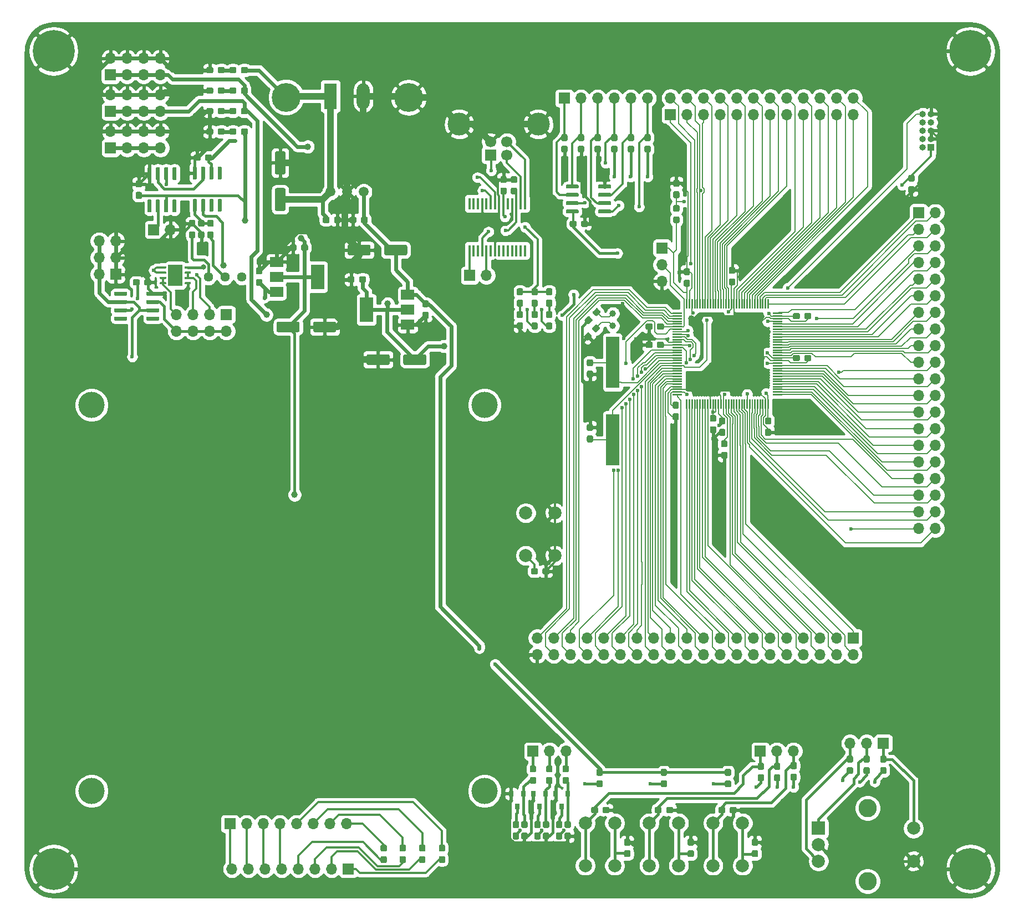
<source format=gbr>
G04 #@! TF.GenerationSoftware,KiCad,Pcbnew,(5.1.5)-3*
G04 #@! TF.CreationDate,2020-11-10T00:06:54+01:00*
G04 #@! TF.ProjectId,mcu_board_1,6d63755f-626f-4617-9264-5f312e6b6963,rev?*
G04 #@! TF.SameCoordinates,Original*
G04 #@! TF.FileFunction,Copper,L1,Top*
G04 #@! TF.FilePolarity,Positive*
%FSLAX46Y46*%
G04 Gerber Fmt 4.6, Leading zero omitted, Abs format (unit mm)*
G04 Created by KiCad (PCBNEW (5.1.5)-3) date 2020-11-10 00:06:54*
%MOMM*%
%LPD*%
G04 APERTURE LIST*
%ADD10C,0.100000*%
%ADD11C,0.800000*%
%ADD12C,6.400000*%
%ADD13O,1.700000X1.700000*%
%ADD14R,1.700000X1.700000*%
%ADD15R,2.000000X2.000000*%
%ADD16C,2.000000*%
%ADD17C,2.800000*%
%ADD18R,2.000000X7.875000*%
%ADD19C,1.000000*%
%ADD20R,2.000000X1.500000*%
%ADD21R,2.000000X3.800000*%
%ADD22R,0.450000X1.750000*%
%ADD23R,2.300000X3.240000*%
%ADD24C,1.440000*%
%ADD25R,0.800000X0.900000*%
%ADD26C,1.500000*%
%ADD27C,4.000000*%
%ADD28O,1.980000X3.960000*%
%ADD29R,1.980000X3.960000*%
%ADD30C,0.700000*%
%ADD31C,4.400000*%
%ADD32C,1.700000*%
%ADD33C,3.500000*%
%ADD34R,1.000000X1.000000*%
%ADD35O,1.000000X1.000000*%
%ADD36C,0.600000*%
%ADD37C,0.200000*%
%ADD38C,0.400000*%
%ADD39C,0.600000*%
%ADD40C,0.300000*%
%ADD41C,1.000000*%
%ADD42C,0.254000*%
G04 APERTURE END LIST*
G04 #@! TA.AperFunction,SMDPad,CuDef*
D10*
G36*
X180960779Y-78101144D02*
G01*
X180983834Y-78104563D01*
X181006443Y-78110227D01*
X181028387Y-78118079D01*
X181049457Y-78128044D01*
X181069448Y-78140026D01*
X181088168Y-78153910D01*
X181105438Y-78169562D01*
X181121090Y-78186832D01*
X181134974Y-78205552D01*
X181146956Y-78225543D01*
X181156921Y-78246613D01*
X181164773Y-78268557D01*
X181170437Y-78291166D01*
X181173856Y-78314221D01*
X181175000Y-78337500D01*
X181175000Y-78912500D01*
X181173856Y-78935779D01*
X181170437Y-78958834D01*
X181164773Y-78981443D01*
X181156921Y-79003387D01*
X181146956Y-79024457D01*
X181134974Y-79044448D01*
X181121090Y-79063168D01*
X181105438Y-79080438D01*
X181088168Y-79096090D01*
X181069448Y-79109974D01*
X181049457Y-79121956D01*
X181028387Y-79131921D01*
X181006443Y-79139773D01*
X180983834Y-79145437D01*
X180960779Y-79148856D01*
X180937500Y-79150000D01*
X180462500Y-79150000D01*
X180439221Y-79148856D01*
X180416166Y-79145437D01*
X180393557Y-79139773D01*
X180371613Y-79131921D01*
X180350543Y-79121956D01*
X180330552Y-79109974D01*
X180311832Y-79096090D01*
X180294562Y-79080438D01*
X180278910Y-79063168D01*
X180265026Y-79044448D01*
X180253044Y-79024457D01*
X180243079Y-79003387D01*
X180235227Y-78981443D01*
X180229563Y-78958834D01*
X180226144Y-78935779D01*
X180225000Y-78912500D01*
X180225000Y-78337500D01*
X180226144Y-78314221D01*
X180229563Y-78291166D01*
X180235227Y-78268557D01*
X180243079Y-78246613D01*
X180253044Y-78225543D01*
X180265026Y-78205552D01*
X180278910Y-78186832D01*
X180294562Y-78169562D01*
X180311832Y-78153910D01*
X180330552Y-78140026D01*
X180350543Y-78128044D01*
X180371613Y-78118079D01*
X180393557Y-78110227D01*
X180416166Y-78104563D01*
X180439221Y-78101144D01*
X180462500Y-78100000D01*
X180937500Y-78100000D01*
X180960779Y-78101144D01*
G37*
G04 #@! TD.AperFunction*
G04 #@! TA.AperFunction,SMDPad,CuDef*
G36*
X180960779Y-79851144D02*
G01*
X180983834Y-79854563D01*
X181006443Y-79860227D01*
X181028387Y-79868079D01*
X181049457Y-79878044D01*
X181069448Y-79890026D01*
X181088168Y-79903910D01*
X181105438Y-79919562D01*
X181121090Y-79936832D01*
X181134974Y-79955552D01*
X181146956Y-79975543D01*
X181156921Y-79996613D01*
X181164773Y-80018557D01*
X181170437Y-80041166D01*
X181173856Y-80064221D01*
X181175000Y-80087500D01*
X181175000Y-80662500D01*
X181173856Y-80685779D01*
X181170437Y-80708834D01*
X181164773Y-80731443D01*
X181156921Y-80753387D01*
X181146956Y-80774457D01*
X181134974Y-80794448D01*
X181121090Y-80813168D01*
X181105438Y-80830438D01*
X181088168Y-80846090D01*
X181069448Y-80859974D01*
X181049457Y-80871956D01*
X181028387Y-80881921D01*
X181006443Y-80889773D01*
X180983834Y-80895437D01*
X180960779Y-80898856D01*
X180937500Y-80900000D01*
X180462500Y-80900000D01*
X180439221Y-80898856D01*
X180416166Y-80895437D01*
X180393557Y-80889773D01*
X180371613Y-80881921D01*
X180350543Y-80871956D01*
X180330552Y-80859974D01*
X180311832Y-80846090D01*
X180294562Y-80830438D01*
X180278910Y-80813168D01*
X180265026Y-80794448D01*
X180253044Y-80774457D01*
X180243079Y-80753387D01*
X180235227Y-80731443D01*
X180229563Y-80708834D01*
X180226144Y-80685779D01*
X180225000Y-80662500D01*
X180225000Y-80087500D01*
X180226144Y-80064221D01*
X180229563Y-80041166D01*
X180235227Y-80018557D01*
X180243079Y-79996613D01*
X180253044Y-79975543D01*
X180265026Y-79955552D01*
X180278910Y-79936832D01*
X180294562Y-79919562D01*
X180311832Y-79903910D01*
X180330552Y-79890026D01*
X180350543Y-79878044D01*
X180371613Y-79868079D01*
X180393557Y-79860227D01*
X180416166Y-79854563D01*
X180439221Y-79851144D01*
X180462500Y-79850000D01*
X180937500Y-79850000D01*
X180960779Y-79851144D01*
G37*
G04 #@! TD.AperFunction*
G04 #@! TA.AperFunction,SMDPad,CuDef*
G36*
X153735779Y-101526144D02*
G01*
X153758834Y-101529563D01*
X153781443Y-101535227D01*
X153803387Y-101543079D01*
X153824457Y-101553044D01*
X153844448Y-101565026D01*
X153863168Y-101578910D01*
X153880438Y-101594562D01*
X153896090Y-101611832D01*
X153909974Y-101630552D01*
X153921956Y-101650543D01*
X153931921Y-101671613D01*
X153939773Y-101693557D01*
X153945437Y-101716166D01*
X153948856Y-101739221D01*
X153950000Y-101762500D01*
X153950000Y-102237500D01*
X153948856Y-102260779D01*
X153945437Y-102283834D01*
X153939773Y-102306443D01*
X153931921Y-102328387D01*
X153921956Y-102349457D01*
X153909974Y-102369448D01*
X153896090Y-102388168D01*
X153880438Y-102405438D01*
X153863168Y-102421090D01*
X153844448Y-102434974D01*
X153824457Y-102446956D01*
X153803387Y-102456921D01*
X153781443Y-102464773D01*
X153758834Y-102470437D01*
X153735779Y-102473856D01*
X153712500Y-102475000D01*
X153137500Y-102475000D01*
X153114221Y-102473856D01*
X153091166Y-102470437D01*
X153068557Y-102464773D01*
X153046613Y-102456921D01*
X153025543Y-102446956D01*
X153005552Y-102434974D01*
X152986832Y-102421090D01*
X152969562Y-102405438D01*
X152953910Y-102388168D01*
X152940026Y-102369448D01*
X152928044Y-102349457D01*
X152918079Y-102328387D01*
X152910227Y-102306443D01*
X152904563Y-102283834D01*
X152901144Y-102260779D01*
X152900000Y-102237500D01*
X152900000Y-101762500D01*
X152901144Y-101739221D01*
X152904563Y-101716166D01*
X152910227Y-101693557D01*
X152918079Y-101671613D01*
X152928044Y-101650543D01*
X152940026Y-101630552D01*
X152953910Y-101611832D01*
X152969562Y-101594562D01*
X152986832Y-101578910D01*
X153005552Y-101565026D01*
X153025543Y-101553044D01*
X153046613Y-101543079D01*
X153068557Y-101535227D01*
X153091166Y-101529563D01*
X153114221Y-101526144D01*
X153137500Y-101525000D01*
X153712500Y-101525000D01*
X153735779Y-101526144D01*
G37*
G04 #@! TD.AperFunction*
G04 #@! TA.AperFunction,SMDPad,CuDef*
G36*
X155485779Y-101526144D02*
G01*
X155508834Y-101529563D01*
X155531443Y-101535227D01*
X155553387Y-101543079D01*
X155574457Y-101553044D01*
X155594448Y-101565026D01*
X155613168Y-101578910D01*
X155630438Y-101594562D01*
X155646090Y-101611832D01*
X155659974Y-101630552D01*
X155671956Y-101650543D01*
X155681921Y-101671613D01*
X155689773Y-101693557D01*
X155695437Y-101716166D01*
X155698856Y-101739221D01*
X155700000Y-101762500D01*
X155700000Y-102237500D01*
X155698856Y-102260779D01*
X155695437Y-102283834D01*
X155689773Y-102306443D01*
X155681921Y-102328387D01*
X155671956Y-102349457D01*
X155659974Y-102369448D01*
X155646090Y-102388168D01*
X155630438Y-102405438D01*
X155613168Y-102421090D01*
X155594448Y-102434974D01*
X155574457Y-102446956D01*
X155553387Y-102456921D01*
X155531443Y-102464773D01*
X155508834Y-102470437D01*
X155485779Y-102473856D01*
X155462500Y-102475000D01*
X154887500Y-102475000D01*
X154864221Y-102473856D01*
X154841166Y-102470437D01*
X154818557Y-102464773D01*
X154796613Y-102456921D01*
X154775543Y-102446956D01*
X154755552Y-102434974D01*
X154736832Y-102421090D01*
X154719562Y-102405438D01*
X154703910Y-102388168D01*
X154690026Y-102369448D01*
X154678044Y-102349457D01*
X154668079Y-102328387D01*
X154660227Y-102306443D01*
X154654563Y-102283834D01*
X154651144Y-102260779D01*
X154650000Y-102237500D01*
X154650000Y-101762500D01*
X154651144Y-101739221D01*
X154654563Y-101716166D01*
X154660227Y-101693557D01*
X154668079Y-101671613D01*
X154678044Y-101650543D01*
X154690026Y-101630552D01*
X154703910Y-101611832D01*
X154719562Y-101594562D01*
X154736832Y-101578910D01*
X154755552Y-101565026D01*
X154775543Y-101553044D01*
X154796613Y-101543079D01*
X154818557Y-101535227D01*
X154841166Y-101529563D01*
X154864221Y-101526144D01*
X154887500Y-101525000D01*
X155462500Y-101525000D01*
X155485779Y-101526144D01*
G37*
G04 #@! TD.AperFunction*
D11*
X81697056Y-145802944D03*
X80000000Y-145100000D03*
X78302944Y-145802944D03*
X77600000Y-147500000D03*
X78302944Y-149197056D03*
X80000000Y-149900000D03*
X81697056Y-149197056D03*
X82400000Y-147500000D03*
D12*
X80000000Y-147500000D03*
D11*
X81697056Y-20802944D03*
X80000000Y-20100000D03*
X78302944Y-20802944D03*
X77600000Y-22500000D03*
X78302944Y-24197056D03*
X80000000Y-24900000D03*
X81697056Y-24197056D03*
X82400000Y-22500000D03*
D12*
X80000000Y-22500000D03*
D11*
X221697056Y-145802944D03*
X220000000Y-145100000D03*
X218302944Y-145802944D03*
X217600000Y-147500000D03*
X218302944Y-149197056D03*
X220000000Y-149900000D03*
X221697056Y-149197056D03*
X222400000Y-147500000D03*
D12*
X220000000Y-147500000D03*
D11*
X221697056Y-20802944D03*
X220000000Y-20100000D03*
X218302944Y-20802944D03*
X217600000Y-22500000D03*
X218302944Y-24197056D03*
X220000000Y-24900000D03*
X221697056Y-24197056D03*
X222400000Y-22500000D03*
D12*
X220000000Y-22500000D03*
G04 #@! TA.AperFunction,SMDPad,CuDef*
D10*
G36*
X175360779Y-42176144D02*
G01*
X175383834Y-42179563D01*
X175406443Y-42185227D01*
X175428387Y-42193079D01*
X175449457Y-42203044D01*
X175469448Y-42215026D01*
X175488168Y-42228910D01*
X175505438Y-42244562D01*
X175521090Y-42261832D01*
X175534974Y-42280552D01*
X175546956Y-42300543D01*
X175556921Y-42321613D01*
X175564773Y-42343557D01*
X175570437Y-42366166D01*
X175573856Y-42389221D01*
X175575000Y-42412500D01*
X175575000Y-42987500D01*
X175573856Y-43010779D01*
X175570437Y-43033834D01*
X175564773Y-43056443D01*
X175556921Y-43078387D01*
X175546956Y-43099457D01*
X175534974Y-43119448D01*
X175521090Y-43138168D01*
X175505438Y-43155438D01*
X175488168Y-43171090D01*
X175469448Y-43184974D01*
X175449457Y-43196956D01*
X175428387Y-43206921D01*
X175406443Y-43214773D01*
X175383834Y-43220437D01*
X175360779Y-43223856D01*
X175337500Y-43225000D01*
X174862500Y-43225000D01*
X174839221Y-43223856D01*
X174816166Y-43220437D01*
X174793557Y-43214773D01*
X174771613Y-43206921D01*
X174750543Y-43196956D01*
X174730552Y-43184974D01*
X174711832Y-43171090D01*
X174694562Y-43155438D01*
X174678910Y-43138168D01*
X174665026Y-43119448D01*
X174653044Y-43099457D01*
X174643079Y-43078387D01*
X174635227Y-43056443D01*
X174629563Y-43033834D01*
X174626144Y-43010779D01*
X174625000Y-42987500D01*
X174625000Y-42412500D01*
X174626144Y-42389221D01*
X174629563Y-42366166D01*
X174635227Y-42343557D01*
X174643079Y-42321613D01*
X174653044Y-42300543D01*
X174665026Y-42280552D01*
X174678910Y-42261832D01*
X174694562Y-42244562D01*
X174711832Y-42228910D01*
X174730552Y-42215026D01*
X174750543Y-42203044D01*
X174771613Y-42193079D01*
X174793557Y-42185227D01*
X174816166Y-42179563D01*
X174839221Y-42176144D01*
X174862500Y-42175000D01*
X175337500Y-42175000D01*
X175360779Y-42176144D01*
G37*
G04 #@! TD.AperFunction*
G04 #@! TA.AperFunction,SMDPad,CuDef*
G36*
X175360779Y-43926144D02*
G01*
X175383834Y-43929563D01*
X175406443Y-43935227D01*
X175428387Y-43943079D01*
X175449457Y-43953044D01*
X175469448Y-43965026D01*
X175488168Y-43978910D01*
X175505438Y-43994562D01*
X175521090Y-44011832D01*
X175534974Y-44030552D01*
X175546956Y-44050543D01*
X175556921Y-44071613D01*
X175564773Y-44093557D01*
X175570437Y-44116166D01*
X175573856Y-44139221D01*
X175575000Y-44162500D01*
X175575000Y-44737500D01*
X175573856Y-44760779D01*
X175570437Y-44783834D01*
X175564773Y-44806443D01*
X175556921Y-44828387D01*
X175546956Y-44849457D01*
X175534974Y-44869448D01*
X175521090Y-44888168D01*
X175505438Y-44905438D01*
X175488168Y-44921090D01*
X175469448Y-44934974D01*
X175449457Y-44946956D01*
X175428387Y-44956921D01*
X175406443Y-44964773D01*
X175383834Y-44970437D01*
X175360779Y-44973856D01*
X175337500Y-44975000D01*
X174862500Y-44975000D01*
X174839221Y-44973856D01*
X174816166Y-44970437D01*
X174793557Y-44964773D01*
X174771613Y-44956921D01*
X174750543Y-44946956D01*
X174730552Y-44934974D01*
X174711832Y-44921090D01*
X174694562Y-44905438D01*
X174678910Y-44888168D01*
X174665026Y-44869448D01*
X174653044Y-44849457D01*
X174643079Y-44828387D01*
X174635227Y-44806443D01*
X174629563Y-44783834D01*
X174626144Y-44760779D01*
X174625000Y-44737500D01*
X174625000Y-44162500D01*
X174626144Y-44139221D01*
X174629563Y-44116166D01*
X174635227Y-44093557D01*
X174643079Y-44071613D01*
X174653044Y-44050543D01*
X174665026Y-44030552D01*
X174678910Y-44011832D01*
X174694562Y-43994562D01*
X174711832Y-43978910D01*
X174730552Y-43965026D01*
X174750543Y-43953044D01*
X174771613Y-43943079D01*
X174793557Y-43935227D01*
X174816166Y-43929563D01*
X174839221Y-43926144D01*
X174862500Y-43925000D01*
X175337500Y-43925000D01*
X175360779Y-43926144D01*
G37*
G04 #@! TD.AperFunction*
G04 #@! TA.AperFunction,SMDPad,CuDef*
G36*
X175360779Y-46001144D02*
G01*
X175383834Y-46004563D01*
X175406443Y-46010227D01*
X175428387Y-46018079D01*
X175449457Y-46028044D01*
X175469448Y-46040026D01*
X175488168Y-46053910D01*
X175505438Y-46069562D01*
X175521090Y-46086832D01*
X175534974Y-46105552D01*
X175546956Y-46125543D01*
X175556921Y-46146613D01*
X175564773Y-46168557D01*
X175570437Y-46191166D01*
X175573856Y-46214221D01*
X175575000Y-46237500D01*
X175575000Y-46812500D01*
X175573856Y-46835779D01*
X175570437Y-46858834D01*
X175564773Y-46881443D01*
X175556921Y-46903387D01*
X175546956Y-46924457D01*
X175534974Y-46944448D01*
X175521090Y-46963168D01*
X175505438Y-46980438D01*
X175488168Y-46996090D01*
X175469448Y-47009974D01*
X175449457Y-47021956D01*
X175428387Y-47031921D01*
X175406443Y-47039773D01*
X175383834Y-47045437D01*
X175360779Y-47048856D01*
X175337500Y-47050000D01*
X174862500Y-47050000D01*
X174839221Y-47048856D01*
X174816166Y-47045437D01*
X174793557Y-47039773D01*
X174771613Y-47031921D01*
X174750543Y-47021956D01*
X174730552Y-47009974D01*
X174711832Y-46996090D01*
X174694562Y-46980438D01*
X174678910Y-46963168D01*
X174665026Y-46944448D01*
X174653044Y-46924457D01*
X174643079Y-46903387D01*
X174635227Y-46881443D01*
X174629563Y-46858834D01*
X174626144Y-46835779D01*
X174625000Y-46812500D01*
X174625000Y-46237500D01*
X174626144Y-46214221D01*
X174629563Y-46191166D01*
X174635227Y-46168557D01*
X174643079Y-46146613D01*
X174653044Y-46125543D01*
X174665026Y-46105552D01*
X174678910Y-46086832D01*
X174694562Y-46069562D01*
X174711832Y-46053910D01*
X174730552Y-46040026D01*
X174750543Y-46028044D01*
X174771613Y-46018079D01*
X174793557Y-46010227D01*
X174816166Y-46004563D01*
X174839221Y-46001144D01*
X174862500Y-46000000D01*
X175337500Y-46000000D01*
X175360779Y-46001144D01*
G37*
G04 #@! TD.AperFunction*
G04 #@! TA.AperFunction,SMDPad,CuDef*
G36*
X175360779Y-47751144D02*
G01*
X175383834Y-47754563D01*
X175406443Y-47760227D01*
X175428387Y-47768079D01*
X175449457Y-47778044D01*
X175469448Y-47790026D01*
X175488168Y-47803910D01*
X175505438Y-47819562D01*
X175521090Y-47836832D01*
X175534974Y-47855552D01*
X175546956Y-47875543D01*
X175556921Y-47896613D01*
X175564773Y-47918557D01*
X175570437Y-47941166D01*
X175573856Y-47964221D01*
X175575000Y-47987500D01*
X175575000Y-48562500D01*
X175573856Y-48585779D01*
X175570437Y-48608834D01*
X175564773Y-48631443D01*
X175556921Y-48653387D01*
X175546956Y-48674457D01*
X175534974Y-48694448D01*
X175521090Y-48713168D01*
X175505438Y-48730438D01*
X175488168Y-48746090D01*
X175469448Y-48759974D01*
X175449457Y-48771956D01*
X175428387Y-48781921D01*
X175406443Y-48789773D01*
X175383834Y-48795437D01*
X175360779Y-48798856D01*
X175337500Y-48800000D01*
X174862500Y-48800000D01*
X174839221Y-48798856D01*
X174816166Y-48795437D01*
X174793557Y-48789773D01*
X174771613Y-48781921D01*
X174750543Y-48771956D01*
X174730552Y-48759974D01*
X174711832Y-48746090D01*
X174694562Y-48730438D01*
X174678910Y-48713168D01*
X174665026Y-48694448D01*
X174653044Y-48674457D01*
X174643079Y-48653387D01*
X174635227Y-48631443D01*
X174629563Y-48608834D01*
X174626144Y-48585779D01*
X174625000Y-48562500D01*
X174625000Y-47987500D01*
X174626144Y-47964221D01*
X174629563Y-47941166D01*
X174635227Y-47918557D01*
X174643079Y-47896613D01*
X174653044Y-47875543D01*
X174665026Y-47855552D01*
X174678910Y-47836832D01*
X174694562Y-47819562D01*
X174711832Y-47803910D01*
X174730552Y-47790026D01*
X174750543Y-47778044D01*
X174771613Y-47768079D01*
X174793557Y-47760227D01*
X174816166Y-47754563D01*
X174839221Y-47751144D01*
X174862500Y-47750000D01*
X175337500Y-47750000D01*
X175360779Y-47751144D01*
G37*
G04 #@! TD.AperFunction*
D13*
X86960000Y-51520000D03*
X89500000Y-51520000D03*
X86960000Y-54060000D03*
X89500000Y-54060000D03*
X86960000Y-56600000D03*
D14*
X89500000Y-56600000D03*
D13*
X202140000Y-29660000D03*
X202140000Y-32200000D03*
X199600000Y-29660000D03*
X199600000Y-32200000D03*
X197060000Y-29660000D03*
X197060000Y-32200000D03*
X194520000Y-29660000D03*
X194520000Y-32200000D03*
X191980000Y-29660000D03*
X191980000Y-32200000D03*
X189440000Y-29660000D03*
X189440000Y-32200000D03*
X186900000Y-29660000D03*
X186900000Y-32200000D03*
X184360000Y-29660000D03*
X184360000Y-32200000D03*
X181820000Y-29660000D03*
X181820000Y-32200000D03*
X179280000Y-29660000D03*
X179280000Y-32200000D03*
X176740000Y-29660000D03*
X176740000Y-32200000D03*
X174200000Y-29660000D03*
D14*
X174200000Y-32200000D03*
D13*
X214640000Y-95460000D03*
X212100000Y-95460000D03*
X214640000Y-92920000D03*
X212100000Y-92920000D03*
X214640000Y-90380000D03*
X212100000Y-90380000D03*
X214640000Y-87840000D03*
X212100000Y-87840000D03*
X214640000Y-85300000D03*
X212100000Y-85300000D03*
X214640000Y-82760000D03*
X212100000Y-82760000D03*
X214640000Y-80220000D03*
X212100000Y-80220000D03*
X214640000Y-77680000D03*
X212100000Y-77680000D03*
X214640000Y-75140000D03*
X212100000Y-75140000D03*
X214640000Y-72600000D03*
X212100000Y-72600000D03*
X214640000Y-70060000D03*
X212100000Y-70060000D03*
X214640000Y-67520000D03*
X212100000Y-67520000D03*
X214640000Y-64980000D03*
X212100000Y-64980000D03*
X214640000Y-62440000D03*
X212100000Y-62440000D03*
X214640000Y-59900000D03*
X212100000Y-59900000D03*
X214640000Y-57360000D03*
X212100000Y-57360000D03*
X214640000Y-54820000D03*
X212100000Y-54820000D03*
X214640000Y-52280000D03*
X212100000Y-52280000D03*
X214640000Y-49740000D03*
X212100000Y-49740000D03*
X214640000Y-47200000D03*
D14*
X212100000Y-47200000D03*
D13*
X153840000Y-114740000D03*
X153840000Y-112200000D03*
X156380000Y-114740000D03*
X156380000Y-112200000D03*
X158920000Y-114740000D03*
X158920000Y-112200000D03*
X161460000Y-114740000D03*
X161460000Y-112200000D03*
X164000000Y-114740000D03*
X164000000Y-112200000D03*
X166540000Y-114740000D03*
X166540000Y-112200000D03*
X169080000Y-114740000D03*
X169080000Y-112200000D03*
X171620000Y-114740000D03*
X171620000Y-112200000D03*
X174160000Y-114740000D03*
X174160000Y-112200000D03*
X176700000Y-114740000D03*
X176700000Y-112200000D03*
X179240000Y-114740000D03*
X179240000Y-112200000D03*
X181780000Y-114740000D03*
X181780000Y-112200000D03*
X184320000Y-114740000D03*
X184320000Y-112200000D03*
X186860000Y-114740000D03*
X186860000Y-112200000D03*
X189400000Y-114740000D03*
X189400000Y-112200000D03*
X191940000Y-114740000D03*
X191940000Y-112200000D03*
X194480000Y-114740000D03*
X194480000Y-112200000D03*
X197020000Y-114740000D03*
X197020000Y-112200000D03*
X199560000Y-114740000D03*
X199560000Y-112200000D03*
X202100000Y-114740000D03*
D14*
X202100000Y-112200000D03*
D13*
X96320000Y-29160000D03*
X96320000Y-31700000D03*
X93780000Y-29160000D03*
X93780000Y-31700000D03*
X91240000Y-29160000D03*
X91240000Y-31700000D03*
X88700000Y-29160000D03*
D14*
X88700000Y-31700000D03*
D13*
X96280000Y-23600000D03*
X96280000Y-26140000D03*
X93740000Y-23600000D03*
X93740000Y-26140000D03*
X91200000Y-23600000D03*
X91200000Y-26140000D03*
X88660000Y-23600000D03*
D14*
X88660000Y-26140000D03*
D13*
X96320000Y-34760000D03*
X96320000Y-37300000D03*
X93780000Y-34760000D03*
X93780000Y-37300000D03*
X91240000Y-34760000D03*
X91240000Y-37300000D03*
X88700000Y-34760000D03*
D14*
X88700000Y-37300000D03*
D13*
X98750000Y-65310000D03*
X98750000Y-62770000D03*
X101290000Y-65310000D03*
X101290000Y-62770000D03*
X103830000Y-65310000D03*
X103830000Y-62770000D03*
X106370000Y-65310000D03*
D14*
X106370000Y-62770000D03*
G04 #@! TA.AperFunction,SMDPad,CuDef*
D10*
G36*
X151460779Y-60501144D02*
G01*
X151483834Y-60504563D01*
X151506443Y-60510227D01*
X151528387Y-60518079D01*
X151549457Y-60528044D01*
X151569448Y-60540026D01*
X151588168Y-60553910D01*
X151605438Y-60569562D01*
X151621090Y-60586832D01*
X151634974Y-60605552D01*
X151646956Y-60625543D01*
X151656921Y-60646613D01*
X151664773Y-60668557D01*
X151670437Y-60691166D01*
X151673856Y-60714221D01*
X151675000Y-60737500D01*
X151675000Y-61312500D01*
X151673856Y-61335779D01*
X151670437Y-61358834D01*
X151664773Y-61381443D01*
X151656921Y-61403387D01*
X151646956Y-61424457D01*
X151634974Y-61444448D01*
X151621090Y-61463168D01*
X151605438Y-61480438D01*
X151588168Y-61496090D01*
X151569448Y-61509974D01*
X151549457Y-61521956D01*
X151528387Y-61531921D01*
X151506443Y-61539773D01*
X151483834Y-61545437D01*
X151460779Y-61548856D01*
X151437500Y-61550000D01*
X150962500Y-61550000D01*
X150939221Y-61548856D01*
X150916166Y-61545437D01*
X150893557Y-61539773D01*
X150871613Y-61531921D01*
X150850543Y-61521956D01*
X150830552Y-61509974D01*
X150811832Y-61496090D01*
X150794562Y-61480438D01*
X150778910Y-61463168D01*
X150765026Y-61444448D01*
X150753044Y-61424457D01*
X150743079Y-61403387D01*
X150735227Y-61381443D01*
X150729563Y-61358834D01*
X150726144Y-61335779D01*
X150725000Y-61312500D01*
X150725000Y-60737500D01*
X150726144Y-60714221D01*
X150729563Y-60691166D01*
X150735227Y-60668557D01*
X150743079Y-60646613D01*
X150753044Y-60625543D01*
X150765026Y-60605552D01*
X150778910Y-60586832D01*
X150794562Y-60569562D01*
X150811832Y-60553910D01*
X150830552Y-60540026D01*
X150850543Y-60528044D01*
X150871613Y-60518079D01*
X150893557Y-60510227D01*
X150916166Y-60504563D01*
X150939221Y-60501144D01*
X150962500Y-60500000D01*
X151437500Y-60500000D01*
X151460779Y-60501144D01*
G37*
G04 #@! TD.AperFunction*
G04 #@! TA.AperFunction,SMDPad,CuDef*
G36*
X151460779Y-58751144D02*
G01*
X151483834Y-58754563D01*
X151506443Y-58760227D01*
X151528387Y-58768079D01*
X151549457Y-58778044D01*
X151569448Y-58790026D01*
X151588168Y-58803910D01*
X151605438Y-58819562D01*
X151621090Y-58836832D01*
X151634974Y-58855552D01*
X151646956Y-58875543D01*
X151656921Y-58896613D01*
X151664773Y-58918557D01*
X151670437Y-58941166D01*
X151673856Y-58964221D01*
X151675000Y-58987500D01*
X151675000Y-59562500D01*
X151673856Y-59585779D01*
X151670437Y-59608834D01*
X151664773Y-59631443D01*
X151656921Y-59653387D01*
X151646956Y-59674457D01*
X151634974Y-59694448D01*
X151621090Y-59713168D01*
X151605438Y-59730438D01*
X151588168Y-59746090D01*
X151569448Y-59759974D01*
X151549457Y-59771956D01*
X151528387Y-59781921D01*
X151506443Y-59789773D01*
X151483834Y-59795437D01*
X151460779Y-59798856D01*
X151437500Y-59800000D01*
X150962500Y-59800000D01*
X150939221Y-59798856D01*
X150916166Y-59795437D01*
X150893557Y-59789773D01*
X150871613Y-59781921D01*
X150850543Y-59771956D01*
X150830552Y-59759974D01*
X150811832Y-59746090D01*
X150794562Y-59730438D01*
X150778910Y-59713168D01*
X150765026Y-59694448D01*
X150753044Y-59674457D01*
X150743079Y-59653387D01*
X150735227Y-59631443D01*
X150729563Y-59608834D01*
X150726144Y-59585779D01*
X150725000Y-59562500D01*
X150725000Y-58987500D01*
X150726144Y-58964221D01*
X150729563Y-58941166D01*
X150735227Y-58918557D01*
X150743079Y-58896613D01*
X150753044Y-58875543D01*
X150765026Y-58855552D01*
X150778910Y-58836832D01*
X150794562Y-58819562D01*
X150811832Y-58803910D01*
X150830552Y-58790026D01*
X150850543Y-58778044D01*
X150871613Y-58768079D01*
X150893557Y-58760227D01*
X150916166Y-58754563D01*
X150939221Y-58751144D01*
X150962500Y-58750000D01*
X151437500Y-58750000D01*
X151460779Y-58751144D01*
G37*
G04 #@! TD.AperFunction*
G04 #@! TA.AperFunction,SMDPad,CuDef*
G36*
X151460779Y-62226144D02*
G01*
X151483834Y-62229563D01*
X151506443Y-62235227D01*
X151528387Y-62243079D01*
X151549457Y-62253044D01*
X151569448Y-62265026D01*
X151588168Y-62278910D01*
X151605438Y-62294562D01*
X151621090Y-62311832D01*
X151634974Y-62330552D01*
X151646956Y-62350543D01*
X151656921Y-62371613D01*
X151664773Y-62393557D01*
X151670437Y-62416166D01*
X151673856Y-62439221D01*
X151675000Y-62462500D01*
X151675000Y-63037500D01*
X151673856Y-63060779D01*
X151670437Y-63083834D01*
X151664773Y-63106443D01*
X151656921Y-63128387D01*
X151646956Y-63149457D01*
X151634974Y-63169448D01*
X151621090Y-63188168D01*
X151605438Y-63205438D01*
X151588168Y-63221090D01*
X151569448Y-63234974D01*
X151549457Y-63246956D01*
X151528387Y-63256921D01*
X151506443Y-63264773D01*
X151483834Y-63270437D01*
X151460779Y-63273856D01*
X151437500Y-63275000D01*
X150962500Y-63275000D01*
X150939221Y-63273856D01*
X150916166Y-63270437D01*
X150893557Y-63264773D01*
X150871613Y-63256921D01*
X150850543Y-63246956D01*
X150830552Y-63234974D01*
X150811832Y-63221090D01*
X150794562Y-63205438D01*
X150778910Y-63188168D01*
X150765026Y-63169448D01*
X150753044Y-63149457D01*
X150743079Y-63128387D01*
X150735227Y-63106443D01*
X150729563Y-63083834D01*
X150726144Y-63060779D01*
X150725000Y-63037500D01*
X150725000Y-62462500D01*
X150726144Y-62439221D01*
X150729563Y-62416166D01*
X150735227Y-62393557D01*
X150743079Y-62371613D01*
X150753044Y-62350543D01*
X150765026Y-62330552D01*
X150778910Y-62311832D01*
X150794562Y-62294562D01*
X150811832Y-62278910D01*
X150830552Y-62265026D01*
X150850543Y-62253044D01*
X150871613Y-62243079D01*
X150893557Y-62235227D01*
X150916166Y-62229563D01*
X150939221Y-62226144D01*
X150962500Y-62225000D01*
X151437500Y-62225000D01*
X151460779Y-62226144D01*
G37*
G04 #@! TD.AperFunction*
G04 #@! TA.AperFunction,SMDPad,CuDef*
G36*
X151460779Y-63976144D02*
G01*
X151483834Y-63979563D01*
X151506443Y-63985227D01*
X151528387Y-63993079D01*
X151549457Y-64003044D01*
X151569448Y-64015026D01*
X151588168Y-64028910D01*
X151605438Y-64044562D01*
X151621090Y-64061832D01*
X151634974Y-64080552D01*
X151646956Y-64100543D01*
X151656921Y-64121613D01*
X151664773Y-64143557D01*
X151670437Y-64166166D01*
X151673856Y-64189221D01*
X151675000Y-64212500D01*
X151675000Y-64787500D01*
X151673856Y-64810779D01*
X151670437Y-64833834D01*
X151664773Y-64856443D01*
X151656921Y-64878387D01*
X151646956Y-64899457D01*
X151634974Y-64919448D01*
X151621090Y-64938168D01*
X151605438Y-64955438D01*
X151588168Y-64971090D01*
X151569448Y-64984974D01*
X151549457Y-64996956D01*
X151528387Y-65006921D01*
X151506443Y-65014773D01*
X151483834Y-65020437D01*
X151460779Y-65023856D01*
X151437500Y-65025000D01*
X150962500Y-65025000D01*
X150939221Y-65023856D01*
X150916166Y-65020437D01*
X150893557Y-65014773D01*
X150871613Y-65006921D01*
X150850543Y-64996956D01*
X150830552Y-64984974D01*
X150811832Y-64971090D01*
X150794562Y-64955438D01*
X150778910Y-64938168D01*
X150765026Y-64919448D01*
X150753044Y-64899457D01*
X150743079Y-64878387D01*
X150735227Y-64856443D01*
X150729563Y-64833834D01*
X150726144Y-64810779D01*
X150725000Y-64787500D01*
X150725000Y-64212500D01*
X150726144Y-64189221D01*
X150729563Y-64166166D01*
X150735227Y-64143557D01*
X150743079Y-64121613D01*
X150753044Y-64100543D01*
X150765026Y-64080552D01*
X150778910Y-64061832D01*
X150794562Y-64044562D01*
X150811832Y-64028910D01*
X150830552Y-64015026D01*
X150850543Y-64003044D01*
X150871613Y-63993079D01*
X150893557Y-63985227D01*
X150916166Y-63979563D01*
X150939221Y-63976144D01*
X150962500Y-63975000D01*
X151437500Y-63975000D01*
X151460779Y-63976144D01*
G37*
G04 #@! TD.AperFunction*
D15*
X196800000Y-141300000D03*
D16*
X196800000Y-143800000D03*
X196800000Y-146300000D03*
D17*
X204300000Y-138200000D03*
X204300000Y-149400000D03*
D16*
X211300000Y-141300000D03*
X211300000Y-146300000D03*
D18*
X165400000Y-81937500D03*
X165400000Y-70062500D03*
D19*
X165400000Y-64500000D03*
X165400000Y-62600000D03*
D20*
X134075000Y-64325000D03*
X134075000Y-59725000D03*
X134075000Y-62025000D03*
D21*
X127775000Y-62025000D03*
D20*
X114025000Y-54725000D03*
X114025000Y-59325000D03*
X114025000Y-57025000D03*
D21*
X120325000Y-57025000D03*
G04 #@! TA.AperFunction,SMDPad,CuDef*
D10*
G36*
X160029703Y-46720722D02*
G01*
X160044264Y-46722882D01*
X160058543Y-46726459D01*
X160072403Y-46731418D01*
X160085710Y-46737712D01*
X160098336Y-46745280D01*
X160110159Y-46754048D01*
X160121066Y-46763934D01*
X160130952Y-46774841D01*
X160139720Y-46786664D01*
X160147288Y-46799290D01*
X160153582Y-46812597D01*
X160158541Y-46826457D01*
X160162118Y-46840736D01*
X160164278Y-46855297D01*
X160165000Y-46870000D01*
X160165000Y-47170000D01*
X160164278Y-47184703D01*
X160162118Y-47199264D01*
X160158541Y-47213543D01*
X160153582Y-47227403D01*
X160147288Y-47240710D01*
X160139720Y-47253336D01*
X160130952Y-47265159D01*
X160121066Y-47276066D01*
X160110159Y-47285952D01*
X160098336Y-47294720D01*
X160085710Y-47302288D01*
X160072403Y-47308582D01*
X160058543Y-47313541D01*
X160044264Y-47317118D01*
X160029703Y-47319278D01*
X160015000Y-47320000D01*
X158365000Y-47320000D01*
X158350297Y-47319278D01*
X158335736Y-47317118D01*
X158321457Y-47313541D01*
X158307597Y-47308582D01*
X158294290Y-47302288D01*
X158281664Y-47294720D01*
X158269841Y-47285952D01*
X158258934Y-47276066D01*
X158249048Y-47265159D01*
X158240280Y-47253336D01*
X158232712Y-47240710D01*
X158226418Y-47227403D01*
X158221459Y-47213543D01*
X158217882Y-47199264D01*
X158215722Y-47184703D01*
X158215000Y-47170000D01*
X158215000Y-46870000D01*
X158215722Y-46855297D01*
X158217882Y-46840736D01*
X158221459Y-46826457D01*
X158226418Y-46812597D01*
X158232712Y-46799290D01*
X158240280Y-46786664D01*
X158249048Y-46774841D01*
X158258934Y-46763934D01*
X158269841Y-46754048D01*
X158281664Y-46745280D01*
X158294290Y-46737712D01*
X158307597Y-46731418D01*
X158321457Y-46726459D01*
X158335736Y-46722882D01*
X158350297Y-46720722D01*
X158365000Y-46720000D01*
X160015000Y-46720000D01*
X160029703Y-46720722D01*
G37*
G04 #@! TD.AperFunction*
G04 #@! TA.AperFunction,SMDPad,CuDef*
G36*
X160029703Y-45450722D02*
G01*
X160044264Y-45452882D01*
X160058543Y-45456459D01*
X160072403Y-45461418D01*
X160085710Y-45467712D01*
X160098336Y-45475280D01*
X160110159Y-45484048D01*
X160121066Y-45493934D01*
X160130952Y-45504841D01*
X160139720Y-45516664D01*
X160147288Y-45529290D01*
X160153582Y-45542597D01*
X160158541Y-45556457D01*
X160162118Y-45570736D01*
X160164278Y-45585297D01*
X160165000Y-45600000D01*
X160165000Y-45900000D01*
X160164278Y-45914703D01*
X160162118Y-45929264D01*
X160158541Y-45943543D01*
X160153582Y-45957403D01*
X160147288Y-45970710D01*
X160139720Y-45983336D01*
X160130952Y-45995159D01*
X160121066Y-46006066D01*
X160110159Y-46015952D01*
X160098336Y-46024720D01*
X160085710Y-46032288D01*
X160072403Y-46038582D01*
X160058543Y-46043541D01*
X160044264Y-46047118D01*
X160029703Y-46049278D01*
X160015000Y-46050000D01*
X158365000Y-46050000D01*
X158350297Y-46049278D01*
X158335736Y-46047118D01*
X158321457Y-46043541D01*
X158307597Y-46038582D01*
X158294290Y-46032288D01*
X158281664Y-46024720D01*
X158269841Y-46015952D01*
X158258934Y-46006066D01*
X158249048Y-45995159D01*
X158240280Y-45983336D01*
X158232712Y-45970710D01*
X158226418Y-45957403D01*
X158221459Y-45943543D01*
X158217882Y-45929264D01*
X158215722Y-45914703D01*
X158215000Y-45900000D01*
X158215000Y-45600000D01*
X158215722Y-45585297D01*
X158217882Y-45570736D01*
X158221459Y-45556457D01*
X158226418Y-45542597D01*
X158232712Y-45529290D01*
X158240280Y-45516664D01*
X158249048Y-45504841D01*
X158258934Y-45493934D01*
X158269841Y-45484048D01*
X158281664Y-45475280D01*
X158294290Y-45467712D01*
X158307597Y-45461418D01*
X158321457Y-45456459D01*
X158335736Y-45452882D01*
X158350297Y-45450722D01*
X158365000Y-45450000D01*
X160015000Y-45450000D01*
X160029703Y-45450722D01*
G37*
G04 #@! TD.AperFunction*
G04 #@! TA.AperFunction,SMDPad,CuDef*
G36*
X160029703Y-44180722D02*
G01*
X160044264Y-44182882D01*
X160058543Y-44186459D01*
X160072403Y-44191418D01*
X160085710Y-44197712D01*
X160098336Y-44205280D01*
X160110159Y-44214048D01*
X160121066Y-44223934D01*
X160130952Y-44234841D01*
X160139720Y-44246664D01*
X160147288Y-44259290D01*
X160153582Y-44272597D01*
X160158541Y-44286457D01*
X160162118Y-44300736D01*
X160164278Y-44315297D01*
X160165000Y-44330000D01*
X160165000Y-44630000D01*
X160164278Y-44644703D01*
X160162118Y-44659264D01*
X160158541Y-44673543D01*
X160153582Y-44687403D01*
X160147288Y-44700710D01*
X160139720Y-44713336D01*
X160130952Y-44725159D01*
X160121066Y-44736066D01*
X160110159Y-44745952D01*
X160098336Y-44754720D01*
X160085710Y-44762288D01*
X160072403Y-44768582D01*
X160058543Y-44773541D01*
X160044264Y-44777118D01*
X160029703Y-44779278D01*
X160015000Y-44780000D01*
X158365000Y-44780000D01*
X158350297Y-44779278D01*
X158335736Y-44777118D01*
X158321457Y-44773541D01*
X158307597Y-44768582D01*
X158294290Y-44762288D01*
X158281664Y-44754720D01*
X158269841Y-44745952D01*
X158258934Y-44736066D01*
X158249048Y-44725159D01*
X158240280Y-44713336D01*
X158232712Y-44700710D01*
X158226418Y-44687403D01*
X158221459Y-44673543D01*
X158217882Y-44659264D01*
X158215722Y-44644703D01*
X158215000Y-44630000D01*
X158215000Y-44330000D01*
X158215722Y-44315297D01*
X158217882Y-44300736D01*
X158221459Y-44286457D01*
X158226418Y-44272597D01*
X158232712Y-44259290D01*
X158240280Y-44246664D01*
X158249048Y-44234841D01*
X158258934Y-44223934D01*
X158269841Y-44214048D01*
X158281664Y-44205280D01*
X158294290Y-44197712D01*
X158307597Y-44191418D01*
X158321457Y-44186459D01*
X158335736Y-44182882D01*
X158350297Y-44180722D01*
X158365000Y-44180000D01*
X160015000Y-44180000D01*
X160029703Y-44180722D01*
G37*
G04 #@! TD.AperFunction*
G04 #@! TA.AperFunction,SMDPad,CuDef*
G36*
X160029703Y-42910722D02*
G01*
X160044264Y-42912882D01*
X160058543Y-42916459D01*
X160072403Y-42921418D01*
X160085710Y-42927712D01*
X160098336Y-42935280D01*
X160110159Y-42944048D01*
X160121066Y-42953934D01*
X160130952Y-42964841D01*
X160139720Y-42976664D01*
X160147288Y-42989290D01*
X160153582Y-43002597D01*
X160158541Y-43016457D01*
X160162118Y-43030736D01*
X160164278Y-43045297D01*
X160165000Y-43060000D01*
X160165000Y-43360000D01*
X160164278Y-43374703D01*
X160162118Y-43389264D01*
X160158541Y-43403543D01*
X160153582Y-43417403D01*
X160147288Y-43430710D01*
X160139720Y-43443336D01*
X160130952Y-43455159D01*
X160121066Y-43466066D01*
X160110159Y-43475952D01*
X160098336Y-43484720D01*
X160085710Y-43492288D01*
X160072403Y-43498582D01*
X160058543Y-43503541D01*
X160044264Y-43507118D01*
X160029703Y-43509278D01*
X160015000Y-43510000D01*
X158365000Y-43510000D01*
X158350297Y-43509278D01*
X158335736Y-43507118D01*
X158321457Y-43503541D01*
X158307597Y-43498582D01*
X158294290Y-43492288D01*
X158281664Y-43484720D01*
X158269841Y-43475952D01*
X158258934Y-43466066D01*
X158249048Y-43455159D01*
X158240280Y-43443336D01*
X158232712Y-43430710D01*
X158226418Y-43417403D01*
X158221459Y-43403543D01*
X158217882Y-43389264D01*
X158215722Y-43374703D01*
X158215000Y-43360000D01*
X158215000Y-43060000D01*
X158215722Y-43045297D01*
X158217882Y-43030736D01*
X158221459Y-43016457D01*
X158226418Y-43002597D01*
X158232712Y-42989290D01*
X158240280Y-42976664D01*
X158249048Y-42964841D01*
X158258934Y-42953934D01*
X158269841Y-42944048D01*
X158281664Y-42935280D01*
X158294290Y-42927712D01*
X158307597Y-42921418D01*
X158321457Y-42916459D01*
X158335736Y-42912882D01*
X158350297Y-42910722D01*
X158365000Y-42910000D01*
X160015000Y-42910000D01*
X160029703Y-42910722D01*
G37*
G04 #@! TD.AperFunction*
G04 #@! TA.AperFunction,SMDPad,CuDef*
G36*
X164979703Y-42910722D02*
G01*
X164994264Y-42912882D01*
X165008543Y-42916459D01*
X165022403Y-42921418D01*
X165035710Y-42927712D01*
X165048336Y-42935280D01*
X165060159Y-42944048D01*
X165071066Y-42953934D01*
X165080952Y-42964841D01*
X165089720Y-42976664D01*
X165097288Y-42989290D01*
X165103582Y-43002597D01*
X165108541Y-43016457D01*
X165112118Y-43030736D01*
X165114278Y-43045297D01*
X165115000Y-43060000D01*
X165115000Y-43360000D01*
X165114278Y-43374703D01*
X165112118Y-43389264D01*
X165108541Y-43403543D01*
X165103582Y-43417403D01*
X165097288Y-43430710D01*
X165089720Y-43443336D01*
X165080952Y-43455159D01*
X165071066Y-43466066D01*
X165060159Y-43475952D01*
X165048336Y-43484720D01*
X165035710Y-43492288D01*
X165022403Y-43498582D01*
X165008543Y-43503541D01*
X164994264Y-43507118D01*
X164979703Y-43509278D01*
X164965000Y-43510000D01*
X163315000Y-43510000D01*
X163300297Y-43509278D01*
X163285736Y-43507118D01*
X163271457Y-43503541D01*
X163257597Y-43498582D01*
X163244290Y-43492288D01*
X163231664Y-43484720D01*
X163219841Y-43475952D01*
X163208934Y-43466066D01*
X163199048Y-43455159D01*
X163190280Y-43443336D01*
X163182712Y-43430710D01*
X163176418Y-43417403D01*
X163171459Y-43403543D01*
X163167882Y-43389264D01*
X163165722Y-43374703D01*
X163165000Y-43360000D01*
X163165000Y-43060000D01*
X163165722Y-43045297D01*
X163167882Y-43030736D01*
X163171459Y-43016457D01*
X163176418Y-43002597D01*
X163182712Y-42989290D01*
X163190280Y-42976664D01*
X163199048Y-42964841D01*
X163208934Y-42953934D01*
X163219841Y-42944048D01*
X163231664Y-42935280D01*
X163244290Y-42927712D01*
X163257597Y-42921418D01*
X163271457Y-42916459D01*
X163285736Y-42912882D01*
X163300297Y-42910722D01*
X163315000Y-42910000D01*
X164965000Y-42910000D01*
X164979703Y-42910722D01*
G37*
G04 #@! TD.AperFunction*
G04 #@! TA.AperFunction,SMDPad,CuDef*
G36*
X164979703Y-44180722D02*
G01*
X164994264Y-44182882D01*
X165008543Y-44186459D01*
X165022403Y-44191418D01*
X165035710Y-44197712D01*
X165048336Y-44205280D01*
X165060159Y-44214048D01*
X165071066Y-44223934D01*
X165080952Y-44234841D01*
X165089720Y-44246664D01*
X165097288Y-44259290D01*
X165103582Y-44272597D01*
X165108541Y-44286457D01*
X165112118Y-44300736D01*
X165114278Y-44315297D01*
X165115000Y-44330000D01*
X165115000Y-44630000D01*
X165114278Y-44644703D01*
X165112118Y-44659264D01*
X165108541Y-44673543D01*
X165103582Y-44687403D01*
X165097288Y-44700710D01*
X165089720Y-44713336D01*
X165080952Y-44725159D01*
X165071066Y-44736066D01*
X165060159Y-44745952D01*
X165048336Y-44754720D01*
X165035710Y-44762288D01*
X165022403Y-44768582D01*
X165008543Y-44773541D01*
X164994264Y-44777118D01*
X164979703Y-44779278D01*
X164965000Y-44780000D01*
X163315000Y-44780000D01*
X163300297Y-44779278D01*
X163285736Y-44777118D01*
X163271457Y-44773541D01*
X163257597Y-44768582D01*
X163244290Y-44762288D01*
X163231664Y-44754720D01*
X163219841Y-44745952D01*
X163208934Y-44736066D01*
X163199048Y-44725159D01*
X163190280Y-44713336D01*
X163182712Y-44700710D01*
X163176418Y-44687403D01*
X163171459Y-44673543D01*
X163167882Y-44659264D01*
X163165722Y-44644703D01*
X163165000Y-44630000D01*
X163165000Y-44330000D01*
X163165722Y-44315297D01*
X163167882Y-44300736D01*
X163171459Y-44286457D01*
X163176418Y-44272597D01*
X163182712Y-44259290D01*
X163190280Y-44246664D01*
X163199048Y-44234841D01*
X163208934Y-44223934D01*
X163219841Y-44214048D01*
X163231664Y-44205280D01*
X163244290Y-44197712D01*
X163257597Y-44191418D01*
X163271457Y-44186459D01*
X163285736Y-44182882D01*
X163300297Y-44180722D01*
X163315000Y-44180000D01*
X164965000Y-44180000D01*
X164979703Y-44180722D01*
G37*
G04 #@! TD.AperFunction*
G04 #@! TA.AperFunction,SMDPad,CuDef*
G36*
X164979703Y-45450722D02*
G01*
X164994264Y-45452882D01*
X165008543Y-45456459D01*
X165022403Y-45461418D01*
X165035710Y-45467712D01*
X165048336Y-45475280D01*
X165060159Y-45484048D01*
X165071066Y-45493934D01*
X165080952Y-45504841D01*
X165089720Y-45516664D01*
X165097288Y-45529290D01*
X165103582Y-45542597D01*
X165108541Y-45556457D01*
X165112118Y-45570736D01*
X165114278Y-45585297D01*
X165115000Y-45600000D01*
X165115000Y-45900000D01*
X165114278Y-45914703D01*
X165112118Y-45929264D01*
X165108541Y-45943543D01*
X165103582Y-45957403D01*
X165097288Y-45970710D01*
X165089720Y-45983336D01*
X165080952Y-45995159D01*
X165071066Y-46006066D01*
X165060159Y-46015952D01*
X165048336Y-46024720D01*
X165035710Y-46032288D01*
X165022403Y-46038582D01*
X165008543Y-46043541D01*
X164994264Y-46047118D01*
X164979703Y-46049278D01*
X164965000Y-46050000D01*
X163315000Y-46050000D01*
X163300297Y-46049278D01*
X163285736Y-46047118D01*
X163271457Y-46043541D01*
X163257597Y-46038582D01*
X163244290Y-46032288D01*
X163231664Y-46024720D01*
X163219841Y-46015952D01*
X163208934Y-46006066D01*
X163199048Y-45995159D01*
X163190280Y-45983336D01*
X163182712Y-45970710D01*
X163176418Y-45957403D01*
X163171459Y-45943543D01*
X163167882Y-45929264D01*
X163165722Y-45914703D01*
X163165000Y-45900000D01*
X163165000Y-45600000D01*
X163165722Y-45585297D01*
X163167882Y-45570736D01*
X163171459Y-45556457D01*
X163176418Y-45542597D01*
X163182712Y-45529290D01*
X163190280Y-45516664D01*
X163199048Y-45504841D01*
X163208934Y-45493934D01*
X163219841Y-45484048D01*
X163231664Y-45475280D01*
X163244290Y-45467712D01*
X163257597Y-45461418D01*
X163271457Y-45456459D01*
X163285736Y-45452882D01*
X163300297Y-45450722D01*
X163315000Y-45450000D01*
X164965000Y-45450000D01*
X164979703Y-45450722D01*
G37*
G04 #@! TD.AperFunction*
G04 #@! TA.AperFunction,SMDPad,CuDef*
G36*
X164979703Y-46720722D02*
G01*
X164994264Y-46722882D01*
X165008543Y-46726459D01*
X165022403Y-46731418D01*
X165035710Y-46737712D01*
X165048336Y-46745280D01*
X165060159Y-46754048D01*
X165071066Y-46763934D01*
X165080952Y-46774841D01*
X165089720Y-46786664D01*
X165097288Y-46799290D01*
X165103582Y-46812597D01*
X165108541Y-46826457D01*
X165112118Y-46840736D01*
X165114278Y-46855297D01*
X165115000Y-46870000D01*
X165115000Y-47170000D01*
X165114278Y-47184703D01*
X165112118Y-47199264D01*
X165108541Y-47213543D01*
X165103582Y-47227403D01*
X165097288Y-47240710D01*
X165089720Y-47253336D01*
X165080952Y-47265159D01*
X165071066Y-47276066D01*
X165060159Y-47285952D01*
X165048336Y-47294720D01*
X165035710Y-47302288D01*
X165022403Y-47308582D01*
X165008543Y-47313541D01*
X164994264Y-47317118D01*
X164979703Y-47319278D01*
X164965000Y-47320000D01*
X163315000Y-47320000D01*
X163300297Y-47319278D01*
X163285736Y-47317118D01*
X163271457Y-47313541D01*
X163257597Y-47308582D01*
X163244290Y-47302288D01*
X163231664Y-47294720D01*
X163219841Y-47285952D01*
X163208934Y-47276066D01*
X163199048Y-47265159D01*
X163190280Y-47253336D01*
X163182712Y-47240710D01*
X163176418Y-47227403D01*
X163171459Y-47213543D01*
X163167882Y-47199264D01*
X163165722Y-47184703D01*
X163165000Y-47170000D01*
X163165000Y-46870000D01*
X163165722Y-46855297D01*
X163167882Y-46840736D01*
X163171459Y-46826457D01*
X163176418Y-46812597D01*
X163182712Y-46799290D01*
X163190280Y-46786664D01*
X163199048Y-46774841D01*
X163208934Y-46763934D01*
X163219841Y-46754048D01*
X163231664Y-46745280D01*
X163244290Y-46737712D01*
X163257597Y-46731418D01*
X163271457Y-46726459D01*
X163285736Y-46722882D01*
X163300297Y-46720722D01*
X163315000Y-46720000D01*
X164965000Y-46720000D01*
X164979703Y-46720722D01*
G37*
G04 #@! TD.AperFunction*
D22*
X143500000Y-45800000D03*
X144150000Y-45800000D03*
X144800000Y-45800000D03*
X145450000Y-45800000D03*
X146100000Y-45800000D03*
X146750000Y-45800000D03*
X147400000Y-45800000D03*
X148050000Y-45800000D03*
X148700000Y-45800000D03*
X149350000Y-45800000D03*
X150000000Y-45800000D03*
X150650000Y-45800000D03*
X151300000Y-45800000D03*
X151950000Y-45800000D03*
X151950000Y-53000000D03*
X151300000Y-53000000D03*
X150650000Y-53000000D03*
X150000000Y-53000000D03*
X149350000Y-53000000D03*
X148700000Y-53000000D03*
X148050000Y-53000000D03*
X147400000Y-53000000D03*
X146750000Y-53000000D03*
X146100000Y-53000000D03*
X145450000Y-53000000D03*
X144800000Y-53000000D03*
X144150000Y-53000000D03*
X143500000Y-53000000D03*
G04 #@! TA.AperFunction,SMDPad,CuDef*
D10*
G36*
X91044703Y-63075722D02*
G01*
X91059264Y-63077882D01*
X91073543Y-63081459D01*
X91087403Y-63086418D01*
X91100710Y-63092712D01*
X91113336Y-63100280D01*
X91125159Y-63109048D01*
X91136066Y-63118934D01*
X91145952Y-63129841D01*
X91154720Y-63141664D01*
X91162288Y-63154290D01*
X91168582Y-63167597D01*
X91173541Y-63181457D01*
X91177118Y-63195736D01*
X91179278Y-63210297D01*
X91180000Y-63225000D01*
X91180000Y-63525000D01*
X91179278Y-63539703D01*
X91177118Y-63554264D01*
X91173541Y-63568543D01*
X91168582Y-63582403D01*
X91162288Y-63595710D01*
X91154720Y-63608336D01*
X91145952Y-63620159D01*
X91136066Y-63631066D01*
X91125159Y-63640952D01*
X91113336Y-63649720D01*
X91100710Y-63657288D01*
X91087403Y-63663582D01*
X91073543Y-63668541D01*
X91059264Y-63672118D01*
X91044703Y-63674278D01*
X91030000Y-63675000D01*
X89380000Y-63675000D01*
X89365297Y-63674278D01*
X89350736Y-63672118D01*
X89336457Y-63668541D01*
X89322597Y-63663582D01*
X89309290Y-63657288D01*
X89296664Y-63649720D01*
X89284841Y-63640952D01*
X89273934Y-63631066D01*
X89264048Y-63620159D01*
X89255280Y-63608336D01*
X89247712Y-63595710D01*
X89241418Y-63582403D01*
X89236459Y-63568543D01*
X89232882Y-63554264D01*
X89230722Y-63539703D01*
X89230000Y-63525000D01*
X89230000Y-63225000D01*
X89230722Y-63210297D01*
X89232882Y-63195736D01*
X89236459Y-63181457D01*
X89241418Y-63167597D01*
X89247712Y-63154290D01*
X89255280Y-63141664D01*
X89264048Y-63129841D01*
X89273934Y-63118934D01*
X89284841Y-63109048D01*
X89296664Y-63100280D01*
X89309290Y-63092712D01*
X89322597Y-63086418D01*
X89336457Y-63081459D01*
X89350736Y-63077882D01*
X89365297Y-63075722D01*
X89380000Y-63075000D01*
X91030000Y-63075000D01*
X91044703Y-63075722D01*
G37*
G04 #@! TD.AperFunction*
G04 #@! TA.AperFunction,SMDPad,CuDef*
G36*
X91044703Y-61805722D02*
G01*
X91059264Y-61807882D01*
X91073543Y-61811459D01*
X91087403Y-61816418D01*
X91100710Y-61822712D01*
X91113336Y-61830280D01*
X91125159Y-61839048D01*
X91136066Y-61848934D01*
X91145952Y-61859841D01*
X91154720Y-61871664D01*
X91162288Y-61884290D01*
X91168582Y-61897597D01*
X91173541Y-61911457D01*
X91177118Y-61925736D01*
X91179278Y-61940297D01*
X91180000Y-61955000D01*
X91180000Y-62255000D01*
X91179278Y-62269703D01*
X91177118Y-62284264D01*
X91173541Y-62298543D01*
X91168582Y-62312403D01*
X91162288Y-62325710D01*
X91154720Y-62338336D01*
X91145952Y-62350159D01*
X91136066Y-62361066D01*
X91125159Y-62370952D01*
X91113336Y-62379720D01*
X91100710Y-62387288D01*
X91087403Y-62393582D01*
X91073543Y-62398541D01*
X91059264Y-62402118D01*
X91044703Y-62404278D01*
X91030000Y-62405000D01*
X89380000Y-62405000D01*
X89365297Y-62404278D01*
X89350736Y-62402118D01*
X89336457Y-62398541D01*
X89322597Y-62393582D01*
X89309290Y-62387288D01*
X89296664Y-62379720D01*
X89284841Y-62370952D01*
X89273934Y-62361066D01*
X89264048Y-62350159D01*
X89255280Y-62338336D01*
X89247712Y-62325710D01*
X89241418Y-62312403D01*
X89236459Y-62298543D01*
X89232882Y-62284264D01*
X89230722Y-62269703D01*
X89230000Y-62255000D01*
X89230000Y-61955000D01*
X89230722Y-61940297D01*
X89232882Y-61925736D01*
X89236459Y-61911457D01*
X89241418Y-61897597D01*
X89247712Y-61884290D01*
X89255280Y-61871664D01*
X89264048Y-61859841D01*
X89273934Y-61848934D01*
X89284841Y-61839048D01*
X89296664Y-61830280D01*
X89309290Y-61822712D01*
X89322597Y-61816418D01*
X89336457Y-61811459D01*
X89350736Y-61807882D01*
X89365297Y-61805722D01*
X89380000Y-61805000D01*
X91030000Y-61805000D01*
X91044703Y-61805722D01*
G37*
G04 #@! TD.AperFunction*
G04 #@! TA.AperFunction,SMDPad,CuDef*
G36*
X91044703Y-60535722D02*
G01*
X91059264Y-60537882D01*
X91073543Y-60541459D01*
X91087403Y-60546418D01*
X91100710Y-60552712D01*
X91113336Y-60560280D01*
X91125159Y-60569048D01*
X91136066Y-60578934D01*
X91145952Y-60589841D01*
X91154720Y-60601664D01*
X91162288Y-60614290D01*
X91168582Y-60627597D01*
X91173541Y-60641457D01*
X91177118Y-60655736D01*
X91179278Y-60670297D01*
X91180000Y-60685000D01*
X91180000Y-60985000D01*
X91179278Y-60999703D01*
X91177118Y-61014264D01*
X91173541Y-61028543D01*
X91168582Y-61042403D01*
X91162288Y-61055710D01*
X91154720Y-61068336D01*
X91145952Y-61080159D01*
X91136066Y-61091066D01*
X91125159Y-61100952D01*
X91113336Y-61109720D01*
X91100710Y-61117288D01*
X91087403Y-61123582D01*
X91073543Y-61128541D01*
X91059264Y-61132118D01*
X91044703Y-61134278D01*
X91030000Y-61135000D01*
X89380000Y-61135000D01*
X89365297Y-61134278D01*
X89350736Y-61132118D01*
X89336457Y-61128541D01*
X89322597Y-61123582D01*
X89309290Y-61117288D01*
X89296664Y-61109720D01*
X89284841Y-61100952D01*
X89273934Y-61091066D01*
X89264048Y-61080159D01*
X89255280Y-61068336D01*
X89247712Y-61055710D01*
X89241418Y-61042403D01*
X89236459Y-61028543D01*
X89232882Y-61014264D01*
X89230722Y-60999703D01*
X89230000Y-60985000D01*
X89230000Y-60685000D01*
X89230722Y-60670297D01*
X89232882Y-60655736D01*
X89236459Y-60641457D01*
X89241418Y-60627597D01*
X89247712Y-60614290D01*
X89255280Y-60601664D01*
X89264048Y-60589841D01*
X89273934Y-60578934D01*
X89284841Y-60569048D01*
X89296664Y-60560280D01*
X89309290Y-60552712D01*
X89322597Y-60546418D01*
X89336457Y-60541459D01*
X89350736Y-60537882D01*
X89365297Y-60535722D01*
X89380000Y-60535000D01*
X91030000Y-60535000D01*
X91044703Y-60535722D01*
G37*
G04 #@! TD.AperFunction*
G04 #@! TA.AperFunction,SMDPad,CuDef*
G36*
X91044703Y-59265722D02*
G01*
X91059264Y-59267882D01*
X91073543Y-59271459D01*
X91087403Y-59276418D01*
X91100710Y-59282712D01*
X91113336Y-59290280D01*
X91125159Y-59299048D01*
X91136066Y-59308934D01*
X91145952Y-59319841D01*
X91154720Y-59331664D01*
X91162288Y-59344290D01*
X91168582Y-59357597D01*
X91173541Y-59371457D01*
X91177118Y-59385736D01*
X91179278Y-59400297D01*
X91180000Y-59415000D01*
X91180000Y-59715000D01*
X91179278Y-59729703D01*
X91177118Y-59744264D01*
X91173541Y-59758543D01*
X91168582Y-59772403D01*
X91162288Y-59785710D01*
X91154720Y-59798336D01*
X91145952Y-59810159D01*
X91136066Y-59821066D01*
X91125159Y-59830952D01*
X91113336Y-59839720D01*
X91100710Y-59847288D01*
X91087403Y-59853582D01*
X91073543Y-59858541D01*
X91059264Y-59862118D01*
X91044703Y-59864278D01*
X91030000Y-59865000D01*
X89380000Y-59865000D01*
X89365297Y-59864278D01*
X89350736Y-59862118D01*
X89336457Y-59858541D01*
X89322597Y-59853582D01*
X89309290Y-59847288D01*
X89296664Y-59839720D01*
X89284841Y-59830952D01*
X89273934Y-59821066D01*
X89264048Y-59810159D01*
X89255280Y-59798336D01*
X89247712Y-59785710D01*
X89241418Y-59772403D01*
X89236459Y-59758543D01*
X89232882Y-59744264D01*
X89230722Y-59729703D01*
X89230000Y-59715000D01*
X89230000Y-59415000D01*
X89230722Y-59400297D01*
X89232882Y-59385736D01*
X89236459Y-59371457D01*
X89241418Y-59357597D01*
X89247712Y-59344290D01*
X89255280Y-59331664D01*
X89264048Y-59319841D01*
X89273934Y-59308934D01*
X89284841Y-59299048D01*
X89296664Y-59290280D01*
X89309290Y-59282712D01*
X89322597Y-59276418D01*
X89336457Y-59271459D01*
X89350736Y-59267882D01*
X89365297Y-59265722D01*
X89380000Y-59265000D01*
X91030000Y-59265000D01*
X91044703Y-59265722D01*
G37*
G04 #@! TD.AperFunction*
G04 #@! TA.AperFunction,SMDPad,CuDef*
G36*
X95994703Y-59265722D02*
G01*
X96009264Y-59267882D01*
X96023543Y-59271459D01*
X96037403Y-59276418D01*
X96050710Y-59282712D01*
X96063336Y-59290280D01*
X96075159Y-59299048D01*
X96086066Y-59308934D01*
X96095952Y-59319841D01*
X96104720Y-59331664D01*
X96112288Y-59344290D01*
X96118582Y-59357597D01*
X96123541Y-59371457D01*
X96127118Y-59385736D01*
X96129278Y-59400297D01*
X96130000Y-59415000D01*
X96130000Y-59715000D01*
X96129278Y-59729703D01*
X96127118Y-59744264D01*
X96123541Y-59758543D01*
X96118582Y-59772403D01*
X96112288Y-59785710D01*
X96104720Y-59798336D01*
X96095952Y-59810159D01*
X96086066Y-59821066D01*
X96075159Y-59830952D01*
X96063336Y-59839720D01*
X96050710Y-59847288D01*
X96037403Y-59853582D01*
X96023543Y-59858541D01*
X96009264Y-59862118D01*
X95994703Y-59864278D01*
X95980000Y-59865000D01*
X94330000Y-59865000D01*
X94315297Y-59864278D01*
X94300736Y-59862118D01*
X94286457Y-59858541D01*
X94272597Y-59853582D01*
X94259290Y-59847288D01*
X94246664Y-59839720D01*
X94234841Y-59830952D01*
X94223934Y-59821066D01*
X94214048Y-59810159D01*
X94205280Y-59798336D01*
X94197712Y-59785710D01*
X94191418Y-59772403D01*
X94186459Y-59758543D01*
X94182882Y-59744264D01*
X94180722Y-59729703D01*
X94180000Y-59715000D01*
X94180000Y-59415000D01*
X94180722Y-59400297D01*
X94182882Y-59385736D01*
X94186459Y-59371457D01*
X94191418Y-59357597D01*
X94197712Y-59344290D01*
X94205280Y-59331664D01*
X94214048Y-59319841D01*
X94223934Y-59308934D01*
X94234841Y-59299048D01*
X94246664Y-59290280D01*
X94259290Y-59282712D01*
X94272597Y-59276418D01*
X94286457Y-59271459D01*
X94300736Y-59267882D01*
X94315297Y-59265722D01*
X94330000Y-59265000D01*
X95980000Y-59265000D01*
X95994703Y-59265722D01*
G37*
G04 #@! TD.AperFunction*
G04 #@! TA.AperFunction,SMDPad,CuDef*
G36*
X95994703Y-60535722D02*
G01*
X96009264Y-60537882D01*
X96023543Y-60541459D01*
X96037403Y-60546418D01*
X96050710Y-60552712D01*
X96063336Y-60560280D01*
X96075159Y-60569048D01*
X96086066Y-60578934D01*
X96095952Y-60589841D01*
X96104720Y-60601664D01*
X96112288Y-60614290D01*
X96118582Y-60627597D01*
X96123541Y-60641457D01*
X96127118Y-60655736D01*
X96129278Y-60670297D01*
X96130000Y-60685000D01*
X96130000Y-60985000D01*
X96129278Y-60999703D01*
X96127118Y-61014264D01*
X96123541Y-61028543D01*
X96118582Y-61042403D01*
X96112288Y-61055710D01*
X96104720Y-61068336D01*
X96095952Y-61080159D01*
X96086066Y-61091066D01*
X96075159Y-61100952D01*
X96063336Y-61109720D01*
X96050710Y-61117288D01*
X96037403Y-61123582D01*
X96023543Y-61128541D01*
X96009264Y-61132118D01*
X95994703Y-61134278D01*
X95980000Y-61135000D01*
X94330000Y-61135000D01*
X94315297Y-61134278D01*
X94300736Y-61132118D01*
X94286457Y-61128541D01*
X94272597Y-61123582D01*
X94259290Y-61117288D01*
X94246664Y-61109720D01*
X94234841Y-61100952D01*
X94223934Y-61091066D01*
X94214048Y-61080159D01*
X94205280Y-61068336D01*
X94197712Y-61055710D01*
X94191418Y-61042403D01*
X94186459Y-61028543D01*
X94182882Y-61014264D01*
X94180722Y-60999703D01*
X94180000Y-60985000D01*
X94180000Y-60685000D01*
X94180722Y-60670297D01*
X94182882Y-60655736D01*
X94186459Y-60641457D01*
X94191418Y-60627597D01*
X94197712Y-60614290D01*
X94205280Y-60601664D01*
X94214048Y-60589841D01*
X94223934Y-60578934D01*
X94234841Y-60569048D01*
X94246664Y-60560280D01*
X94259290Y-60552712D01*
X94272597Y-60546418D01*
X94286457Y-60541459D01*
X94300736Y-60537882D01*
X94315297Y-60535722D01*
X94330000Y-60535000D01*
X95980000Y-60535000D01*
X95994703Y-60535722D01*
G37*
G04 #@! TD.AperFunction*
G04 #@! TA.AperFunction,SMDPad,CuDef*
G36*
X95994703Y-61805722D02*
G01*
X96009264Y-61807882D01*
X96023543Y-61811459D01*
X96037403Y-61816418D01*
X96050710Y-61822712D01*
X96063336Y-61830280D01*
X96075159Y-61839048D01*
X96086066Y-61848934D01*
X96095952Y-61859841D01*
X96104720Y-61871664D01*
X96112288Y-61884290D01*
X96118582Y-61897597D01*
X96123541Y-61911457D01*
X96127118Y-61925736D01*
X96129278Y-61940297D01*
X96130000Y-61955000D01*
X96130000Y-62255000D01*
X96129278Y-62269703D01*
X96127118Y-62284264D01*
X96123541Y-62298543D01*
X96118582Y-62312403D01*
X96112288Y-62325710D01*
X96104720Y-62338336D01*
X96095952Y-62350159D01*
X96086066Y-62361066D01*
X96075159Y-62370952D01*
X96063336Y-62379720D01*
X96050710Y-62387288D01*
X96037403Y-62393582D01*
X96023543Y-62398541D01*
X96009264Y-62402118D01*
X95994703Y-62404278D01*
X95980000Y-62405000D01*
X94330000Y-62405000D01*
X94315297Y-62404278D01*
X94300736Y-62402118D01*
X94286457Y-62398541D01*
X94272597Y-62393582D01*
X94259290Y-62387288D01*
X94246664Y-62379720D01*
X94234841Y-62370952D01*
X94223934Y-62361066D01*
X94214048Y-62350159D01*
X94205280Y-62338336D01*
X94197712Y-62325710D01*
X94191418Y-62312403D01*
X94186459Y-62298543D01*
X94182882Y-62284264D01*
X94180722Y-62269703D01*
X94180000Y-62255000D01*
X94180000Y-61955000D01*
X94180722Y-61940297D01*
X94182882Y-61925736D01*
X94186459Y-61911457D01*
X94191418Y-61897597D01*
X94197712Y-61884290D01*
X94205280Y-61871664D01*
X94214048Y-61859841D01*
X94223934Y-61848934D01*
X94234841Y-61839048D01*
X94246664Y-61830280D01*
X94259290Y-61822712D01*
X94272597Y-61816418D01*
X94286457Y-61811459D01*
X94300736Y-61807882D01*
X94315297Y-61805722D01*
X94330000Y-61805000D01*
X95980000Y-61805000D01*
X95994703Y-61805722D01*
G37*
G04 #@! TD.AperFunction*
G04 #@! TA.AperFunction,SMDPad,CuDef*
G36*
X95994703Y-63075722D02*
G01*
X96009264Y-63077882D01*
X96023543Y-63081459D01*
X96037403Y-63086418D01*
X96050710Y-63092712D01*
X96063336Y-63100280D01*
X96075159Y-63109048D01*
X96086066Y-63118934D01*
X96095952Y-63129841D01*
X96104720Y-63141664D01*
X96112288Y-63154290D01*
X96118582Y-63167597D01*
X96123541Y-63181457D01*
X96127118Y-63195736D01*
X96129278Y-63210297D01*
X96130000Y-63225000D01*
X96130000Y-63525000D01*
X96129278Y-63539703D01*
X96127118Y-63554264D01*
X96123541Y-63568543D01*
X96118582Y-63582403D01*
X96112288Y-63595710D01*
X96104720Y-63608336D01*
X96095952Y-63620159D01*
X96086066Y-63631066D01*
X96075159Y-63640952D01*
X96063336Y-63649720D01*
X96050710Y-63657288D01*
X96037403Y-63663582D01*
X96023543Y-63668541D01*
X96009264Y-63672118D01*
X95994703Y-63674278D01*
X95980000Y-63675000D01*
X94330000Y-63675000D01*
X94315297Y-63674278D01*
X94300736Y-63672118D01*
X94286457Y-63668541D01*
X94272597Y-63663582D01*
X94259290Y-63657288D01*
X94246664Y-63649720D01*
X94234841Y-63640952D01*
X94223934Y-63631066D01*
X94214048Y-63620159D01*
X94205280Y-63608336D01*
X94197712Y-63595710D01*
X94191418Y-63582403D01*
X94186459Y-63568543D01*
X94182882Y-63554264D01*
X94180722Y-63539703D01*
X94180000Y-63525000D01*
X94180000Y-63225000D01*
X94180722Y-63210297D01*
X94182882Y-63195736D01*
X94186459Y-63181457D01*
X94191418Y-63167597D01*
X94197712Y-63154290D01*
X94205280Y-63141664D01*
X94214048Y-63129841D01*
X94223934Y-63118934D01*
X94234841Y-63109048D01*
X94246664Y-63100280D01*
X94259290Y-63092712D01*
X94272597Y-63086418D01*
X94286457Y-63081459D01*
X94300736Y-63077882D01*
X94315297Y-63075722D01*
X94330000Y-63075000D01*
X95980000Y-63075000D01*
X95994703Y-63075722D01*
G37*
G04 #@! TD.AperFunction*
D23*
X98600000Y-56770000D03*
G04 #@! TA.AperFunction,SMDPad,CuDef*
D10*
G36*
X100896076Y-55395421D02*
G01*
X100904570Y-55396681D01*
X100912900Y-55398768D01*
X100920985Y-55401661D01*
X100928747Y-55405332D01*
X100936112Y-55409746D01*
X100943009Y-55414862D01*
X100949372Y-55420628D01*
X100955138Y-55426991D01*
X100960254Y-55433888D01*
X100964668Y-55441253D01*
X100968339Y-55449015D01*
X100971232Y-55457100D01*
X100973319Y-55465430D01*
X100974579Y-55473924D01*
X100975000Y-55482500D01*
X100975000Y-55657500D01*
X100974579Y-55666076D01*
X100973319Y-55674570D01*
X100971232Y-55682900D01*
X100968339Y-55690985D01*
X100964668Y-55698747D01*
X100960254Y-55706112D01*
X100955138Y-55713009D01*
X100949372Y-55719372D01*
X100943009Y-55725138D01*
X100936112Y-55730254D01*
X100928747Y-55734668D01*
X100920985Y-55738339D01*
X100912900Y-55741232D01*
X100904570Y-55743319D01*
X100896076Y-55744579D01*
X100887500Y-55745000D01*
X100112500Y-55745000D01*
X100103924Y-55744579D01*
X100095430Y-55743319D01*
X100087100Y-55741232D01*
X100079015Y-55738339D01*
X100071253Y-55734668D01*
X100063888Y-55730254D01*
X100056991Y-55725138D01*
X100050628Y-55719372D01*
X100044862Y-55713009D01*
X100039746Y-55706112D01*
X100035332Y-55698747D01*
X100031661Y-55690985D01*
X100028768Y-55682900D01*
X100026681Y-55674570D01*
X100025421Y-55666076D01*
X100025000Y-55657500D01*
X100025000Y-55482500D01*
X100025421Y-55473924D01*
X100026681Y-55465430D01*
X100028768Y-55457100D01*
X100031661Y-55449015D01*
X100035332Y-55441253D01*
X100039746Y-55433888D01*
X100044862Y-55426991D01*
X100050628Y-55420628D01*
X100056991Y-55414862D01*
X100063888Y-55409746D01*
X100071253Y-55405332D01*
X100079015Y-55401661D01*
X100087100Y-55398768D01*
X100095430Y-55396681D01*
X100103924Y-55395421D01*
X100112500Y-55395000D01*
X100887500Y-55395000D01*
X100896076Y-55395421D01*
G37*
G04 #@! TD.AperFunction*
G04 #@! TA.AperFunction,SMDPad,CuDef*
G36*
X100896076Y-56195421D02*
G01*
X100904570Y-56196681D01*
X100912900Y-56198768D01*
X100920985Y-56201661D01*
X100928747Y-56205332D01*
X100936112Y-56209746D01*
X100943009Y-56214862D01*
X100949372Y-56220628D01*
X100955138Y-56226991D01*
X100960254Y-56233888D01*
X100964668Y-56241253D01*
X100968339Y-56249015D01*
X100971232Y-56257100D01*
X100973319Y-56265430D01*
X100974579Y-56273924D01*
X100975000Y-56282500D01*
X100975000Y-56457500D01*
X100974579Y-56466076D01*
X100973319Y-56474570D01*
X100971232Y-56482900D01*
X100968339Y-56490985D01*
X100964668Y-56498747D01*
X100960254Y-56506112D01*
X100955138Y-56513009D01*
X100949372Y-56519372D01*
X100943009Y-56525138D01*
X100936112Y-56530254D01*
X100928747Y-56534668D01*
X100920985Y-56538339D01*
X100912900Y-56541232D01*
X100904570Y-56543319D01*
X100896076Y-56544579D01*
X100887500Y-56545000D01*
X100112500Y-56545000D01*
X100103924Y-56544579D01*
X100095430Y-56543319D01*
X100087100Y-56541232D01*
X100079015Y-56538339D01*
X100071253Y-56534668D01*
X100063888Y-56530254D01*
X100056991Y-56525138D01*
X100050628Y-56519372D01*
X100044862Y-56513009D01*
X100039746Y-56506112D01*
X100035332Y-56498747D01*
X100031661Y-56490985D01*
X100028768Y-56482900D01*
X100026681Y-56474570D01*
X100025421Y-56466076D01*
X100025000Y-56457500D01*
X100025000Y-56282500D01*
X100025421Y-56273924D01*
X100026681Y-56265430D01*
X100028768Y-56257100D01*
X100031661Y-56249015D01*
X100035332Y-56241253D01*
X100039746Y-56233888D01*
X100044862Y-56226991D01*
X100050628Y-56220628D01*
X100056991Y-56214862D01*
X100063888Y-56209746D01*
X100071253Y-56205332D01*
X100079015Y-56201661D01*
X100087100Y-56198768D01*
X100095430Y-56196681D01*
X100103924Y-56195421D01*
X100112500Y-56195000D01*
X100887500Y-56195000D01*
X100896076Y-56195421D01*
G37*
G04 #@! TD.AperFunction*
G04 #@! TA.AperFunction,SMDPad,CuDef*
G36*
X100896076Y-56995421D02*
G01*
X100904570Y-56996681D01*
X100912900Y-56998768D01*
X100920985Y-57001661D01*
X100928747Y-57005332D01*
X100936112Y-57009746D01*
X100943009Y-57014862D01*
X100949372Y-57020628D01*
X100955138Y-57026991D01*
X100960254Y-57033888D01*
X100964668Y-57041253D01*
X100968339Y-57049015D01*
X100971232Y-57057100D01*
X100973319Y-57065430D01*
X100974579Y-57073924D01*
X100975000Y-57082500D01*
X100975000Y-57257500D01*
X100974579Y-57266076D01*
X100973319Y-57274570D01*
X100971232Y-57282900D01*
X100968339Y-57290985D01*
X100964668Y-57298747D01*
X100960254Y-57306112D01*
X100955138Y-57313009D01*
X100949372Y-57319372D01*
X100943009Y-57325138D01*
X100936112Y-57330254D01*
X100928747Y-57334668D01*
X100920985Y-57338339D01*
X100912900Y-57341232D01*
X100904570Y-57343319D01*
X100896076Y-57344579D01*
X100887500Y-57345000D01*
X100112500Y-57345000D01*
X100103924Y-57344579D01*
X100095430Y-57343319D01*
X100087100Y-57341232D01*
X100079015Y-57338339D01*
X100071253Y-57334668D01*
X100063888Y-57330254D01*
X100056991Y-57325138D01*
X100050628Y-57319372D01*
X100044862Y-57313009D01*
X100039746Y-57306112D01*
X100035332Y-57298747D01*
X100031661Y-57290985D01*
X100028768Y-57282900D01*
X100026681Y-57274570D01*
X100025421Y-57266076D01*
X100025000Y-57257500D01*
X100025000Y-57082500D01*
X100025421Y-57073924D01*
X100026681Y-57065430D01*
X100028768Y-57057100D01*
X100031661Y-57049015D01*
X100035332Y-57041253D01*
X100039746Y-57033888D01*
X100044862Y-57026991D01*
X100050628Y-57020628D01*
X100056991Y-57014862D01*
X100063888Y-57009746D01*
X100071253Y-57005332D01*
X100079015Y-57001661D01*
X100087100Y-56998768D01*
X100095430Y-56996681D01*
X100103924Y-56995421D01*
X100112500Y-56995000D01*
X100887500Y-56995000D01*
X100896076Y-56995421D01*
G37*
G04 #@! TD.AperFunction*
G04 #@! TA.AperFunction,SMDPad,CuDef*
G36*
X100896076Y-57795421D02*
G01*
X100904570Y-57796681D01*
X100912900Y-57798768D01*
X100920985Y-57801661D01*
X100928747Y-57805332D01*
X100936112Y-57809746D01*
X100943009Y-57814862D01*
X100949372Y-57820628D01*
X100955138Y-57826991D01*
X100960254Y-57833888D01*
X100964668Y-57841253D01*
X100968339Y-57849015D01*
X100971232Y-57857100D01*
X100973319Y-57865430D01*
X100974579Y-57873924D01*
X100975000Y-57882500D01*
X100975000Y-58057500D01*
X100974579Y-58066076D01*
X100973319Y-58074570D01*
X100971232Y-58082900D01*
X100968339Y-58090985D01*
X100964668Y-58098747D01*
X100960254Y-58106112D01*
X100955138Y-58113009D01*
X100949372Y-58119372D01*
X100943009Y-58125138D01*
X100936112Y-58130254D01*
X100928747Y-58134668D01*
X100920985Y-58138339D01*
X100912900Y-58141232D01*
X100904570Y-58143319D01*
X100896076Y-58144579D01*
X100887500Y-58145000D01*
X100112500Y-58145000D01*
X100103924Y-58144579D01*
X100095430Y-58143319D01*
X100087100Y-58141232D01*
X100079015Y-58138339D01*
X100071253Y-58134668D01*
X100063888Y-58130254D01*
X100056991Y-58125138D01*
X100050628Y-58119372D01*
X100044862Y-58113009D01*
X100039746Y-58106112D01*
X100035332Y-58098747D01*
X100031661Y-58090985D01*
X100028768Y-58082900D01*
X100026681Y-58074570D01*
X100025421Y-58066076D01*
X100025000Y-58057500D01*
X100025000Y-57882500D01*
X100025421Y-57873924D01*
X100026681Y-57865430D01*
X100028768Y-57857100D01*
X100031661Y-57849015D01*
X100035332Y-57841253D01*
X100039746Y-57833888D01*
X100044862Y-57826991D01*
X100050628Y-57820628D01*
X100056991Y-57814862D01*
X100063888Y-57809746D01*
X100071253Y-57805332D01*
X100079015Y-57801661D01*
X100087100Y-57798768D01*
X100095430Y-57796681D01*
X100103924Y-57795421D01*
X100112500Y-57795000D01*
X100887500Y-57795000D01*
X100896076Y-57795421D01*
G37*
G04 #@! TD.AperFunction*
G04 #@! TA.AperFunction,SMDPad,CuDef*
G36*
X97096076Y-57795421D02*
G01*
X97104570Y-57796681D01*
X97112900Y-57798768D01*
X97120985Y-57801661D01*
X97128747Y-57805332D01*
X97136112Y-57809746D01*
X97143009Y-57814862D01*
X97149372Y-57820628D01*
X97155138Y-57826991D01*
X97160254Y-57833888D01*
X97164668Y-57841253D01*
X97168339Y-57849015D01*
X97171232Y-57857100D01*
X97173319Y-57865430D01*
X97174579Y-57873924D01*
X97175000Y-57882500D01*
X97175000Y-58057500D01*
X97174579Y-58066076D01*
X97173319Y-58074570D01*
X97171232Y-58082900D01*
X97168339Y-58090985D01*
X97164668Y-58098747D01*
X97160254Y-58106112D01*
X97155138Y-58113009D01*
X97149372Y-58119372D01*
X97143009Y-58125138D01*
X97136112Y-58130254D01*
X97128747Y-58134668D01*
X97120985Y-58138339D01*
X97112900Y-58141232D01*
X97104570Y-58143319D01*
X97096076Y-58144579D01*
X97087500Y-58145000D01*
X96312500Y-58145000D01*
X96303924Y-58144579D01*
X96295430Y-58143319D01*
X96287100Y-58141232D01*
X96279015Y-58138339D01*
X96271253Y-58134668D01*
X96263888Y-58130254D01*
X96256991Y-58125138D01*
X96250628Y-58119372D01*
X96244862Y-58113009D01*
X96239746Y-58106112D01*
X96235332Y-58098747D01*
X96231661Y-58090985D01*
X96228768Y-58082900D01*
X96226681Y-58074570D01*
X96225421Y-58066076D01*
X96225000Y-58057500D01*
X96225000Y-57882500D01*
X96225421Y-57873924D01*
X96226681Y-57865430D01*
X96228768Y-57857100D01*
X96231661Y-57849015D01*
X96235332Y-57841253D01*
X96239746Y-57833888D01*
X96244862Y-57826991D01*
X96250628Y-57820628D01*
X96256991Y-57814862D01*
X96263888Y-57809746D01*
X96271253Y-57805332D01*
X96279015Y-57801661D01*
X96287100Y-57798768D01*
X96295430Y-57796681D01*
X96303924Y-57795421D01*
X96312500Y-57795000D01*
X97087500Y-57795000D01*
X97096076Y-57795421D01*
G37*
G04 #@! TD.AperFunction*
G04 #@! TA.AperFunction,SMDPad,CuDef*
G36*
X97096076Y-56995421D02*
G01*
X97104570Y-56996681D01*
X97112900Y-56998768D01*
X97120985Y-57001661D01*
X97128747Y-57005332D01*
X97136112Y-57009746D01*
X97143009Y-57014862D01*
X97149372Y-57020628D01*
X97155138Y-57026991D01*
X97160254Y-57033888D01*
X97164668Y-57041253D01*
X97168339Y-57049015D01*
X97171232Y-57057100D01*
X97173319Y-57065430D01*
X97174579Y-57073924D01*
X97175000Y-57082500D01*
X97175000Y-57257500D01*
X97174579Y-57266076D01*
X97173319Y-57274570D01*
X97171232Y-57282900D01*
X97168339Y-57290985D01*
X97164668Y-57298747D01*
X97160254Y-57306112D01*
X97155138Y-57313009D01*
X97149372Y-57319372D01*
X97143009Y-57325138D01*
X97136112Y-57330254D01*
X97128747Y-57334668D01*
X97120985Y-57338339D01*
X97112900Y-57341232D01*
X97104570Y-57343319D01*
X97096076Y-57344579D01*
X97087500Y-57345000D01*
X96312500Y-57345000D01*
X96303924Y-57344579D01*
X96295430Y-57343319D01*
X96287100Y-57341232D01*
X96279015Y-57338339D01*
X96271253Y-57334668D01*
X96263888Y-57330254D01*
X96256991Y-57325138D01*
X96250628Y-57319372D01*
X96244862Y-57313009D01*
X96239746Y-57306112D01*
X96235332Y-57298747D01*
X96231661Y-57290985D01*
X96228768Y-57282900D01*
X96226681Y-57274570D01*
X96225421Y-57266076D01*
X96225000Y-57257500D01*
X96225000Y-57082500D01*
X96225421Y-57073924D01*
X96226681Y-57065430D01*
X96228768Y-57057100D01*
X96231661Y-57049015D01*
X96235332Y-57041253D01*
X96239746Y-57033888D01*
X96244862Y-57026991D01*
X96250628Y-57020628D01*
X96256991Y-57014862D01*
X96263888Y-57009746D01*
X96271253Y-57005332D01*
X96279015Y-57001661D01*
X96287100Y-56998768D01*
X96295430Y-56996681D01*
X96303924Y-56995421D01*
X96312500Y-56995000D01*
X97087500Y-56995000D01*
X97096076Y-56995421D01*
G37*
G04 #@! TD.AperFunction*
G04 #@! TA.AperFunction,SMDPad,CuDef*
G36*
X97096076Y-56195421D02*
G01*
X97104570Y-56196681D01*
X97112900Y-56198768D01*
X97120985Y-56201661D01*
X97128747Y-56205332D01*
X97136112Y-56209746D01*
X97143009Y-56214862D01*
X97149372Y-56220628D01*
X97155138Y-56226991D01*
X97160254Y-56233888D01*
X97164668Y-56241253D01*
X97168339Y-56249015D01*
X97171232Y-56257100D01*
X97173319Y-56265430D01*
X97174579Y-56273924D01*
X97175000Y-56282500D01*
X97175000Y-56457500D01*
X97174579Y-56466076D01*
X97173319Y-56474570D01*
X97171232Y-56482900D01*
X97168339Y-56490985D01*
X97164668Y-56498747D01*
X97160254Y-56506112D01*
X97155138Y-56513009D01*
X97149372Y-56519372D01*
X97143009Y-56525138D01*
X97136112Y-56530254D01*
X97128747Y-56534668D01*
X97120985Y-56538339D01*
X97112900Y-56541232D01*
X97104570Y-56543319D01*
X97096076Y-56544579D01*
X97087500Y-56545000D01*
X96312500Y-56545000D01*
X96303924Y-56544579D01*
X96295430Y-56543319D01*
X96287100Y-56541232D01*
X96279015Y-56538339D01*
X96271253Y-56534668D01*
X96263888Y-56530254D01*
X96256991Y-56525138D01*
X96250628Y-56519372D01*
X96244862Y-56513009D01*
X96239746Y-56506112D01*
X96235332Y-56498747D01*
X96231661Y-56490985D01*
X96228768Y-56482900D01*
X96226681Y-56474570D01*
X96225421Y-56466076D01*
X96225000Y-56457500D01*
X96225000Y-56282500D01*
X96225421Y-56273924D01*
X96226681Y-56265430D01*
X96228768Y-56257100D01*
X96231661Y-56249015D01*
X96235332Y-56241253D01*
X96239746Y-56233888D01*
X96244862Y-56226991D01*
X96250628Y-56220628D01*
X96256991Y-56214862D01*
X96263888Y-56209746D01*
X96271253Y-56205332D01*
X96279015Y-56201661D01*
X96287100Y-56198768D01*
X96295430Y-56196681D01*
X96303924Y-56195421D01*
X96312500Y-56195000D01*
X97087500Y-56195000D01*
X97096076Y-56195421D01*
G37*
G04 #@! TD.AperFunction*
G04 #@! TA.AperFunction,SMDPad,CuDef*
G36*
X97096076Y-55395421D02*
G01*
X97104570Y-55396681D01*
X97112900Y-55398768D01*
X97120985Y-55401661D01*
X97128747Y-55405332D01*
X97136112Y-55409746D01*
X97143009Y-55414862D01*
X97149372Y-55420628D01*
X97155138Y-55426991D01*
X97160254Y-55433888D01*
X97164668Y-55441253D01*
X97168339Y-55449015D01*
X97171232Y-55457100D01*
X97173319Y-55465430D01*
X97174579Y-55473924D01*
X97175000Y-55482500D01*
X97175000Y-55657500D01*
X97174579Y-55666076D01*
X97173319Y-55674570D01*
X97171232Y-55682900D01*
X97168339Y-55690985D01*
X97164668Y-55698747D01*
X97160254Y-55706112D01*
X97155138Y-55713009D01*
X97149372Y-55719372D01*
X97143009Y-55725138D01*
X97136112Y-55730254D01*
X97128747Y-55734668D01*
X97120985Y-55738339D01*
X97112900Y-55741232D01*
X97104570Y-55743319D01*
X97096076Y-55744579D01*
X97087500Y-55745000D01*
X96312500Y-55745000D01*
X96303924Y-55744579D01*
X96295430Y-55743319D01*
X96287100Y-55741232D01*
X96279015Y-55738339D01*
X96271253Y-55734668D01*
X96263888Y-55730254D01*
X96256991Y-55725138D01*
X96250628Y-55719372D01*
X96244862Y-55713009D01*
X96239746Y-55706112D01*
X96235332Y-55698747D01*
X96231661Y-55690985D01*
X96228768Y-55682900D01*
X96226681Y-55674570D01*
X96225421Y-55666076D01*
X96225000Y-55657500D01*
X96225000Y-55482500D01*
X96225421Y-55473924D01*
X96226681Y-55465430D01*
X96228768Y-55457100D01*
X96231661Y-55449015D01*
X96235332Y-55441253D01*
X96239746Y-55433888D01*
X96244862Y-55426991D01*
X96250628Y-55420628D01*
X96256991Y-55414862D01*
X96263888Y-55409746D01*
X96271253Y-55405332D01*
X96279015Y-55401661D01*
X96287100Y-55398768D01*
X96295430Y-55396681D01*
X96303924Y-55395421D01*
X96312500Y-55395000D01*
X97087500Y-55395000D01*
X97096076Y-55395421D01*
G37*
G04 #@! TD.AperFunction*
G04 #@! TA.AperFunction,SMDPad,CuDef*
G36*
X98614703Y-45200722D02*
G01*
X98629264Y-45202882D01*
X98643543Y-45206459D01*
X98657403Y-45211418D01*
X98670710Y-45217712D01*
X98683336Y-45225280D01*
X98695159Y-45234048D01*
X98706066Y-45243934D01*
X98715952Y-45254841D01*
X98724720Y-45266664D01*
X98732288Y-45279290D01*
X98738582Y-45292597D01*
X98743541Y-45306457D01*
X98747118Y-45320736D01*
X98749278Y-45335297D01*
X98750000Y-45350000D01*
X98750000Y-47000000D01*
X98749278Y-47014703D01*
X98747118Y-47029264D01*
X98743541Y-47043543D01*
X98738582Y-47057403D01*
X98732288Y-47070710D01*
X98724720Y-47083336D01*
X98715952Y-47095159D01*
X98706066Y-47106066D01*
X98695159Y-47115952D01*
X98683336Y-47124720D01*
X98670710Y-47132288D01*
X98657403Y-47138582D01*
X98643543Y-47143541D01*
X98629264Y-47147118D01*
X98614703Y-47149278D01*
X98600000Y-47150000D01*
X98300000Y-47150000D01*
X98285297Y-47149278D01*
X98270736Y-47147118D01*
X98256457Y-47143541D01*
X98242597Y-47138582D01*
X98229290Y-47132288D01*
X98216664Y-47124720D01*
X98204841Y-47115952D01*
X98193934Y-47106066D01*
X98184048Y-47095159D01*
X98175280Y-47083336D01*
X98167712Y-47070710D01*
X98161418Y-47057403D01*
X98156459Y-47043543D01*
X98152882Y-47029264D01*
X98150722Y-47014703D01*
X98150000Y-47000000D01*
X98150000Y-45350000D01*
X98150722Y-45335297D01*
X98152882Y-45320736D01*
X98156459Y-45306457D01*
X98161418Y-45292597D01*
X98167712Y-45279290D01*
X98175280Y-45266664D01*
X98184048Y-45254841D01*
X98193934Y-45243934D01*
X98204841Y-45234048D01*
X98216664Y-45225280D01*
X98229290Y-45217712D01*
X98242597Y-45211418D01*
X98256457Y-45206459D01*
X98270736Y-45202882D01*
X98285297Y-45200722D01*
X98300000Y-45200000D01*
X98600000Y-45200000D01*
X98614703Y-45200722D01*
G37*
G04 #@! TD.AperFunction*
G04 #@! TA.AperFunction,SMDPad,CuDef*
G36*
X97344703Y-45200722D02*
G01*
X97359264Y-45202882D01*
X97373543Y-45206459D01*
X97387403Y-45211418D01*
X97400710Y-45217712D01*
X97413336Y-45225280D01*
X97425159Y-45234048D01*
X97436066Y-45243934D01*
X97445952Y-45254841D01*
X97454720Y-45266664D01*
X97462288Y-45279290D01*
X97468582Y-45292597D01*
X97473541Y-45306457D01*
X97477118Y-45320736D01*
X97479278Y-45335297D01*
X97480000Y-45350000D01*
X97480000Y-47000000D01*
X97479278Y-47014703D01*
X97477118Y-47029264D01*
X97473541Y-47043543D01*
X97468582Y-47057403D01*
X97462288Y-47070710D01*
X97454720Y-47083336D01*
X97445952Y-47095159D01*
X97436066Y-47106066D01*
X97425159Y-47115952D01*
X97413336Y-47124720D01*
X97400710Y-47132288D01*
X97387403Y-47138582D01*
X97373543Y-47143541D01*
X97359264Y-47147118D01*
X97344703Y-47149278D01*
X97330000Y-47150000D01*
X97030000Y-47150000D01*
X97015297Y-47149278D01*
X97000736Y-47147118D01*
X96986457Y-47143541D01*
X96972597Y-47138582D01*
X96959290Y-47132288D01*
X96946664Y-47124720D01*
X96934841Y-47115952D01*
X96923934Y-47106066D01*
X96914048Y-47095159D01*
X96905280Y-47083336D01*
X96897712Y-47070710D01*
X96891418Y-47057403D01*
X96886459Y-47043543D01*
X96882882Y-47029264D01*
X96880722Y-47014703D01*
X96880000Y-47000000D01*
X96880000Y-45350000D01*
X96880722Y-45335297D01*
X96882882Y-45320736D01*
X96886459Y-45306457D01*
X96891418Y-45292597D01*
X96897712Y-45279290D01*
X96905280Y-45266664D01*
X96914048Y-45254841D01*
X96923934Y-45243934D01*
X96934841Y-45234048D01*
X96946664Y-45225280D01*
X96959290Y-45217712D01*
X96972597Y-45211418D01*
X96986457Y-45206459D01*
X97000736Y-45202882D01*
X97015297Y-45200722D01*
X97030000Y-45200000D01*
X97330000Y-45200000D01*
X97344703Y-45200722D01*
G37*
G04 #@! TD.AperFunction*
G04 #@! TA.AperFunction,SMDPad,CuDef*
G36*
X96074703Y-45200722D02*
G01*
X96089264Y-45202882D01*
X96103543Y-45206459D01*
X96117403Y-45211418D01*
X96130710Y-45217712D01*
X96143336Y-45225280D01*
X96155159Y-45234048D01*
X96166066Y-45243934D01*
X96175952Y-45254841D01*
X96184720Y-45266664D01*
X96192288Y-45279290D01*
X96198582Y-45292597D01*
X96203541Y-45306457D01*
X96207118Y-45320736D01*
X96209278Y-45335297D01*
X96210000Y-45350000D01*
X96210000Y-47000000D01*
X96209278Y-47014703D01*
X96207118Y-47029264D01*
X96203541Y-47043543D01*
X96198582Y-47057403D01*
X96192288Y-47070710D01*
X96184720Y-47083336D01*
X96175952Y-47095159D01*
X96166066Y-47106066D01*
X96155159Y-47115952D01*
X96143336Y-47124720D01*
X96130710Y-47132288D01*
X96117403Y-47138582D01*
X96103543Y-47143541D01*
X96089264Y-47147118D01*
X96074703Y-47149278D01*
X96060000Y-47150000D01*
X95760000Y-47150000D01*
X95745297Y-47149278D01*
X95730736Y-47147118D01*
X95716457Y-47143541D01*
X95702597Y-47138582D01*
X95689290Y-47132288D01*
X95676664Y-47124720D01*
X95664841Y-47115952D01*
X95653934Y-47106066D01*
X95644048Y-47095159D01*
X95635280Y-47083336D01*
X95627712Y-47070710D01*
X95621418Y-47057403D01*
X95616459Y-47043543D01*
X95612882Y-47029264D01*
X95610722Y-47014703D01*
X95610000Y-47000000D01*
X95610000Y-45350000D01*
X95610722Y-45335297D01*
X95612882Y-45320736D01*
X95616459Y-45306457D01*
X95621418Y-45292597D01*
X95627712Y-45279290D01*
X95635280Y-45266664D01*
X95644048Y-45254841D01*
X95653934Y-45243934D01*
X95664841Y-45234048D01*
X95676664Y-45225280D01*
X95689290Y-45217712D01*
X95702597Y-45211418D01*
X95716457Y-45206459D01*
X95730736Y-45202882D01*
X95745297Y-45200722D01*
X95760000Y-45200000D01*
X96060000Y-45200000D01*
X96074703Y-45200722D01*
G37*
G04 #@! TD.AperFunction*
G04 #@! TA.AperFunction,SMDPad,CuDef*
G36*
X94804703Y-45200722D02*
G01*
X94819264Y-45202882D01*
X94833543Y-45206459D01*
X94847403Y-45211418D01*
X94860710Y-45217712D01*
X94873336Y-45225280D01*
X94885159Y-45234048D01*
X94896066Y-45243934D01*
X94905952Y-45254841D01*
X94914720Y-45266664D01*
X94922288Y-45279290D01*
X94928582Y-45292597D01*
X94933541Y-45306457D01*
X94937118Y-45320736D01*
X94939278Y-45335297D01*
X94940000Y-45350000D01*
X94940000Y-47000000D01*
X94939278Y-47014703D01*
X94937118Y-47029264D01*
X94933541Y-47043543D01*
X94928582Y-47057403D01*
X94922288Y-47070710D01*
X94914720Y-47083336D01*
X94905952Y-47095159D01*
X94896066Y-47106066D01*
X94885159Y-47115952D01*
X94873336Y-47124720D01*
X94860710Y-47132288D01*
X94847403Y-47138582D01*
X94833543Y-47143541D01*
X94819264Y-47147118D01*
X94804703Y-47149278D01*
X94790000Y-47150000D01*
X94490000Y-47150000D01*
X94475297Y-47149278D01*
X94460736Y-47147118D01*
X94446457Y-47143541D01*
X94432597Y-47138582D01*
X94419290Y-47132288D01*
X94406664Y-47124720D01*
X94394841Y-47115952D01*
X94383934Y-47106066D01*
X94374048Y-47095159D01*
X94365280Y-47083336D01*
X94357712Y-47070710D01*
X94351418Y-47057403D01*
X94346459Y-47043543D01*
X94342882Y-47029264D01*
X94340722Y-47014703D01*
X94340000Y-47000000D01*
X94340000Y-45350000D01*
X94340722Y-45335297D01*
X94342882Y-45320736D01*
X94346459Y-45306457D01*
X94351418Y-45292597D01*
X94357712Y-45279290D01*
X94365280Y-45266664D01*
X94374048Y-45254841D01*
X94383934Y-45243934D01*
X94394841Y-45234048D01*
X94406664Y-45225280D01*
X94419290Y-45217712D01*
X94432597Y-45211418D01*
X94446457Y-45206459D01*
X94460736Y-45202882D01*
X94475297Y-45200722D01*
X94490000Y-45200000D01*
X94790000Y-45200000D01*
X94804703Y-45200722D01*
G37*
G04 #@! TD.AperFunction*
G04 #@! TA.AperFunction,SMDPad,CuDef*
G36*
X94804703Y-40250722D02*
G01*
X94819264Y-40252882D01*
X94833543Y-40256459D01*
X94847403Y-40261418D01*
X94860710Y-40267712D01*
X94873336Y-40275280D01*
X94885159Y-40284048D01*
X94896066Y-40293934D01*
X94905952Y-40304841D01*
X94914720Y-40316664D01*
X94922288Y-40329290D01*
X94928582Y-40342597D01*
X94933541Y-40356457D01*
X94937118Y-40370736D01*
X94939278Y-40385297D01*
X94940000Y-40400000D01*
X94940000Y-42050000D01*
X94939278Y-42064703D01*
X94937118Y-42079264D01*
X94933541Y-42093543D01*
X94928582Y-42107403D01*
X94922288Y-42120710D01*
X94914720Y-42133336D01*
X94905952Y-42145159D01*
X94896066Y-42156066D01*
X94885159Y-42165952D01*
X94873336Y-42174720D01*
X94860710Y-42182288D01*
X94847403Y-42188582D01*
X94833543Y-42193541D01*
X94819264Y-42197118D01*
X94804703Y-42199278D01*
X94790000Y-42200000D01*
X94490000Y-42200000D01*
X94475297Y-42199278D01*
X94460736Y-42197118D01*
X94446457Y-42193541D01*
X94432597Y-42188582D01*
X94419290Y-42182288D01*
X94406664Y-42174720D01*
X94394841Y-42165952D01*
X94383934Y-42156066D01*
X94374048Y-42145159D01*
X94365280Y-42133336D01*
X94357712Y-42120710D01*
X94351418Y-42107403D01*
X94346459Y-42093543D01*
X94342882Y-42079264D01*
X94340722Y-42064703D01*
X94340000Y-42050000D01*
X94340000Y-40400000D01*
X94340722Y-40385297D01*
X94342882Y-40370736D01*
X94346459Y-40356457D01*
X94351418Y-40342597D01*
X94357712Y-40329290D01*
X94365280Y-40316664D01*
X94374048Y-40304841D01*
X94383934Y-40293934D01*
X94394841Y-40284048D01*
X94406664Y-40275280D01*
X94419290Y-40267712D01*
X94432597Y-40261418D01*
X94446457Y-40256459D01*
X94460736Y-40252882D01*
X94475297Y-40250722D01*
X94490000Y-40250000D01*
X94790000Y-40250000D01*
X94804703Y-40250722D01*
G37*
G04 #@! TD.AperFunction*
G04 #@! TA.AperFunction,SMDPad,CuDef*
G36*
X96074703Y-40250722D02*
G01*
X96089264Y-40252882D01*
X96103543Y-40256459D01*
X96117403Y-40261418D01*
X96130710Y-40267712D01*
X96143336Y-40275280D01*
X96155159Y-40284048D01*
X96166066Y-40293934D01*
X96175952Y-40304841D01*
X96184720Y-40316664D01*
X96192288Y-40329290D01*
X96198582Y-40342597D01*
X96203541Y-40356457D01*
X96207118Y-40370736D01*
X96209278Y-40385297D01*
X96210000Y-40400000D01*
X96210000Y-42050000D01*
X96209278Y-42064703D01*
X96207118Y-42079264D01*
X96203541Y-42093543D01*
X96198582Y-42107403D01*
X96192288Y-42120710D01*
X96184720Y-42133336D01*
X96175952Y-42145159D01*
X96166066Y-42156066D01*
X96155159Y-42165952D01*
X96143336Y-42174720D01*
X96130710Y-42182288D01*
X96117403Y-42188582D01*
X96103543Y-42193541D01*
X96089264Y-42197118D01*
X96074703Y-42199278D01*
X96060000Y-42200000D01*
X95760000Y-42200000D01*
X95745297Y-42199278D01*
X95730736Y-42197118D01*
X95716457Y-42193541D01*
X95702597Y-42188582D01*
X95689290Y-42182288D01*
X95676664Y-42174720D01*
X95664841Y-42165952D01*
X95653934Y-42156066D01*
X95644048Y-42145159D01*
X95635280Y-42133336D01*
X95627712Y-42120710D01*
X95621418Y-42107403D01*
X95616459Y-42093543D01*
X95612882Y-42079264D01*
X95610722Y-42064703D01*
X95610000Y-42050000D01*
X95610000Y-40400000D01*
X95610722Y-40385297D01*
X95612882Y-40370736D01*
X95616459Y-40356457D01*
X95621418Y-40342597D01*
X95627712Y-40329290D01*
X95635280Y-40316664D01*
X95644048Y-40304841D01*
X95653934Y-40293934D01*
X95664841Y-40284048D01*
X95676664Y-40275280D01*
X95689290Y-40267712D01*
X95702597Y-40261418D01*
X95716457Y-40256459D01*
X95730736Y-40252882D01*
X95745297Y-40250722D01*
X95760000Y-40250000D01*
X96060000Y-40250000D01*
X96074703Y-40250722D01*
G37*
G04 #@! TD.AperFunction*
G04 #@! TA.AperFunction,SMDPad,CuDef*
G36*
X97344703Y-40250722D02*
G01*
X97359264Y-40252882D01*
X97373543Y-40256459D01*
X97387403Y-40261418D01*
X97400710Y-40267712D01*
X97413336Y-40275280D01*
X97425159Y-40284048D01*
X97436066Y-40293934D01*
X97445952Y-40304841D01*
X97454720Y-40316664D01*
X97462288Y-40329290D01*
X97468582Y-40342597D01*
X97473541Y-40356457D01*
X97477118Y-40370736D01*
X97479278Y-40385297D01*
X97480000Y-40400000D01*
X97480000Y-42050000D01*
X97479278Y-42064703D01*
X97477118Y-42079264D01*
X97473541Y-42093543D01*
X97468582Y-42107403D01*
X97462288Y-42120710D01*
X97454720Y-42133336D01*
X97445952Y-42145159D01*
X97436066Y-42156066D01*
X97425159Y-42165952D01*
X97413336Y-42174720D01*
X97400710Y-42182288D01*
X97387403Y-42188582D01*
X97373543Y-42193541D01*
X97359264Y-42197118D01*
X97344703Y-42199278D01*
X97330000Y-42200000D01*
X97030000Y-42200000D01*
X97015297Y-42199278D01*
X97000736Y-42197118D01*
X96986457Y-42193541D01*
X96972597Y-42188582D01*
X96959290Y-42182288D01*
X96946664Y-42174720D01*
X96934841Y-42165952D01*
X96923934Y-42156066D01*
X96914048Y-42145159D01*
X96905280Y-42133336D01*
X96897712Y-42120710D01*
X96891418Y-42107403D01*
X96886459Y-42093543D01*
X96882882Y-42079264D01*
X96880722Y-42064703D01*
X96880000Y-42050000D01*
X96880000Y-40400000D01*
X96880722Y-40385297D01*
X96882882Y-40370736D01*
X96886459Y-40356457D01*
X96891418Y-40342597D01*
X96897712Y-40329290D01*
X96905280Y-40316664D01*
X96914048Y-40304841D01*
X96923934Y-40293934D01*
X96934841Y-40284048D01*
X96946664Y-40275280D01*
X96959290Y-40267712D01*
X96972597Y-40261418D01*
X96986457Y-40256459D01*
X97000736Y-40252882D01*
X97015297Y-40250722D01*
X97030000Y-40250000D01*
X97330000Y-40250000D01*
X97344703Y-40250722D01*
G37*
G04 #@! TD.AperFunction*
G04 #@! TA.AperFunction,SMDPad,CuDef*
G36*
X98614703Y-40250722D02*
G01*
X98629264Y-40252882D01*
X98643543Y-40256459D01*
X98657403Y-40261418D01*
X98670710Y-40267712D01*
X98683336Y-40275280D01*
X98695159Y-40284048D01*
X98706066Y-40293934D01*
X98715952Y-40304841D01*
X98724720Y-40316664D01*
X98732288Y-40329290D01*
X98738582Y-40342597D01*
X98743541Y-40356457D01*
X98747118Y-40370736D01*
X98749278Y-40385297D01*
X98750000Y-40400000D01*
X98750000Y-42050000D01*
X98749278Y-42064703D01*
X98747118Y-42079264D01*
X98743541Y-42093543D01*
X98738582Y-42107403D01*
X98732288Y-42120710D01*
X98724720Y-42133336D01*
X98715952Y-42145159D01*
X98706066Y-42156066D01*
X98695159Y-42165952D01*
X98683336Y-42174720D01*
X98670710Y-42182288D01*
X98657403Y-42188582D01*
X98643543Y-42193541D01*
X98629264Y-42197118D01*
X98614703Y-42199278D01*
X98600000Y-42200000D01*
X98300000Y-42200000D01*
X98285297Y-42199278D01*
X98270736Y-42197118D01*
X98256457Y-42193541D01*
X98242597Y-42188582D01*
X98229290Y-42182288D01*
X98216664Y-42174720D01*
X98204841Y-42165952D01*
X98193934Y-42156066D01*
X98184048Y-42145159D01*
X98175280Y-42133336D01*
X98167712Y-42120710D01*
X98161418Y-42107403D01*
X98156459Y-42093543D01*
X98152882Y-42079264D01*
X98150722Y-42064703D01*
X98150000Y-42050000D01*
X98150000Y-40400000D01*
X98150722Y-40385297D01*
X98152882Y-40370736D01*
X98156459Y-40356457D01*
X98161418Y-40342597D01*
X98167712Y-40329290D01*
X98175280Y-40316664D01*
X98184048Y-40304841D01*
X98193934Y-40293934D01*
X98204841Y-40284048D01*
X98216664Y-40275280D01*
X98229290Y-40267712D01*
X98242597Y-40261418D01*
X98256457Y-40256459D01*
X98270736Y-40252882D01*
X98285297Y-40250722D01*
X98300000Y-40250000D01*
X98600000Y-40250000D01*
X98614703Y-40250722D01*
G37*
G04 #@! TD.AperFunction*
G04 #@! TA.AperFunction,SMDPad,CuDef*
G36*
X105514703Y-45100722D02*
G01*
X105529264Y-45102882D01*
X105543543Y-45106459D01*
X105557403Y-45111418D01*
X105570710Y-45117712D01*
X105583336Y-45125280D01*
X105595159Y-45134048D01*
X105606066Y-45143934D01*
X105615952Y-45154841D01*
X105624720Y-45166664D01*
X105632288Y-45179290D01*
X105638582Y-45192597D01*
X105643541Y-45206457D01*
X105647118Y-45220736D01*
X105649278Y-45235297D01*
X105650000Y-45250000D01*
X105650000Y-46900000D01*
X105649278Y-46914703D01*
X105647118Y-46929264D01*
X105643541Y-46943543D01*
X105638582Y-46957403D01*
X105632288Y-46970710D01*
X105624720Y-46983336D01*
X105615952Y-46995159D01*
X105606066Y-47006066D01*
X105595159Y-47015952D01*
X105583336Y-47024720D01*
X105570710Y-47032288D01*
X105557403Y-47038582D01*
X105543543Y-47043541D01*
X105529264Y-47047118D01*
X105514703Y-47049278D01*
X105500000Y-47050000D01*
X105200000Y-47050000D01*
X105185297Y-47049278D01*
X105170736Y-47047118D01*
X105156457Y-47043541D01*
X105142597Y-47038582D01*
X105129290Y-47032288D01*
X105116664Y-47024720D01*
X105104841Y-47015952D01*
X105093934Y-47006066D01*
X105084048Y-46995159D01*
X105075280Y-46983336D01*
X105067712Y-46970710D01*
X105061418Y-46957403D01*
X105056459Y-46943543D01*
X105052882Y-46929264D01*
X105050722Y-46914703D01*
X105050000Y-46900000D01*
X105050000Y-45250000D01*
X105050722Y-45235297D01*
X105052882Y-45220736D01*
X105056459Y-45206457D01*
X105061418Y-45192597D01*
X105067712Y-45179290D01*
X105075280Y-45166664D01*
X105084048Y-45154841D01*
X105093934Y-45143934D01*
X105104841Y-45134048D01*
X105116664Y-45125280D01*
X105129290Y-45117712D01*
X105142597Y-45111418D01*
X105156457Y-45106459D01*
X105170736Y-45102882D01*
X105185297Y-45100722D01*
X105200000Y-45100000D01*
X105500000Y-45100000D01*
X105514703Y-45100722D01*
G37*
G04 #@! TD.AperFunction*
G04 #@! TA.AperFunction,SMDPad,CuDef*
G36*
X104244703Y-45100722D02*
G01*
X104259264Y-45102882D01*
X104273543Y-45106459D01*
X104287403Y-45111418D01*
X104300710Y-45117712D01*
X104313336Y-45125280D01*
X104325159Y-45134048D01*
X104336066Y-45143934D01*
X104345952Y-45154841D01*
X104354720Y-45166664D01*
X104362288Y-45179290D01*
X104368582Y-45192597D01*
X104373541Y-45206457D01*
X104377118Y-45220736D01*
X104379278Y-45235297D01*
X104380000Y-45250000D01*
X104380000Y-46900000D01*
X104379278Y-46914703D01*
X104377118Y-46929264D01*
X104373541Y-46943543D01*
X104368582Y-46957403D01*
X104362288Y-46970710D01*
X104354720Y-46983336D01*
X104345952Y-46995159D01*
X104336066Y-47006066D01*
X104325159Y-47015952D01*
X104313336Y-47024720D01*
X104300710Y-47032288D01*
X104287403Y-47038582D01*
X104273543Y-47043541D01*
X104259264Y-47047118D01*
X104244703Y-47049278D01*
X104230000Y-47050000D01*
X103930000Y-47050000D01*
X103915297Y-47049278D01*
X103900736Y-47047118D01*
X103886457Y-47043541D01*
X103872597Y-47038582D01*
X103859290Y-47032288D01*
X103846664Y-47024720D01*
X103834841Y-47015952D01*
X103823934Y-47006066D01*
X103814048Y-46995159D01*
X103805280Y-46983336D01*
X103797712Y-46970710D01*
X103791418Y-46957403D01*
X103786459Y-46943543D01*
X103782882Y-46929264D01*
X103780722Y-46914703D01*
X103780000Y-46900000D01*
X103780000Y-45250000D01*
X103780722Y-45235297D01*
X103782882Y-45220736D01*
X103786459Y-45206457D01*
X103791418Y-45192597D01*
X103797712Y-45179290D01*
X103805280Y-45166664D01*
X103814048Y-45154841D01*
X103823934Y-45143934D01*
X103834841Y-45134048D01*
X103846664Y-45125280D01*
X103859290Y-45117712D01*
X103872597Y-45111418D01*
X103886457Y-45106459D01*
X103900736Y-45102882D01*
X103915297Y-45100722D01*
X103930000Y-45100000D01*
X104230000Y-45100000D01*
X104244703Y-45100722D01*
G37*
G04 #@! TD.AperFunction*
G04 #@! TA.AperFunction,SMDPad,CuDef*
G36*
X102974703Y-45100722D02*
G01*
X102989264Y-45102882D01*
X103003543Y-45106459D01*
X103017403Y-45111418D01*
X103030710Y-45117712D01*
X103043336Y-45125280D01*
X103055159Y-45134048D01*
X103066066Y-45143934D01*
X103075952Y-45154841D01*
X103084720Y-45166664D01*
X103092288Y-45179290D01*
X103098582Y-45192597D01*
X103103541Y-45206457D01*
X103107118Y-45220736D01*
X103109278Y-45235297D01*
X103110000Y-45250000D01*
X103110000Y-46900000D01*
X103109278Y-46914703D01*
X103107118Y-46929264D01*
X103103541Y-46943543D01*
X103098582Y-46957403D01*
X103092288Y-46970710D01*
X103084720Y-46983336D01*
X103075952Y-46995159D01*
X103066066Y-47006066D01*
X103055159Y-47015952D01*
X103043336Y-47024720D01*
X103030710Y-47032288D01*
X103017403Y-47038582D01*
X103003543Y-47043541D01*
X102989264Y-47047118D01*
X102974703Y-47049278D01*
X102960000Y-47050000D01*
X102660000Y-47050000D01*
X102645297Y-47049278D01*
X102630736Y-47047118D01*
X102616457Y-47043541D01*
X102602597Y-47038582D01*
X102589290Y-47032288D01*
X102576664Y-47024720D01*
X102564841Y-47015952D01*
X102553934Y-47006066D01*
X102544048Y-46995159D01*
X102535280Y-46983336D01*
X102527712Y-46970710D01*
X102521418Y-46957403D01*
X102516459Y-46943543D01*
X102512882Y-46929264D01*
X102510722Y-46914703D01*
X102510000Y-46900000D01*
X102510000Y-45250000D01*
X102510722Y-45235297D01*
X102512882Y-45220736D01*
X102516459Y-45206457D01*
X102521418Y-45192597D01*
X102527712Y-45179290D01*
X102535280Y-45166664D01*
X102544048Y-45154841D01*
X102553934Y-45143934D01*
X102564841Y-45134048D01*
X102576664Y-45125280D01*
X102589290Y-45117712D01*
X102602597Y-45111418D01*
X102616457Y-45106459D01*
X102630736Y-45102882D01*
X102645297Y-45100722D01*
X102660000Y-45100000D01*
X102960000Y-45100000D01*
X102974703Y-45100722D01*
G37*
G04 #@! TD.AperFunction*
G04 #@! TA.AperFunction,SMDPad,CuDef*
G36*
X101704703Y-45100722D02*
G01*
X101719264Y-45102882D01*
X101733543Y-45106459D01*
X101747403Y-45111418D01*
X101760710Y-45117712D01*
X101773336Y-45125280D01*
X101785159Y-45134048D01*
X101796066Y-45143934D01*
X101805952Y-45154841D01*
X101814720Y-45166664D01*
X101822288Y-45179290D01*
X101828582Y-45192597D01*
X101833541Y-45206457D01*
X101837118Y-45220736D01*
X101839278Y-45235297D01*
X101840000Y-45250000D01*
X101840000Y-46900000D01*
X101839278Y-46914703D01*
X101837118Y-46929264D01*
X101833541Y-46943543D01*
X101828582Y-46957403D01*
X101822288Y-46970710D01*
X101814720Y-46983336D01*
X101805952Y-46995159D01*
X101796066Y-47006066D01*
X101785159Y-47015952D01*
X101773336Y-47024720D01*
X101760710Y-47032288D01*
X101747403Y-47038582D01*
X101733543Y-47043541D01*
X101719264Y-47047118D01*
X101704703Y-47049278D01*
X101690000Y-47050000D01*
X101390000Y-47050000D01*
X101375297Y-47049278D01*
X101360736Y-47047118D01*
X101346457Y-47043541D01*
X101332597Y-47038582D01*
X101319290Y-47032288D01*
X101306664Y-47024720D01*
X101294841Y-47015952D01*
X101283934Y-47006066D01*
X101274048Y-46995159D01*
X101265280Y-46983336D01*
X101257712Y-46970710D01*
X101251418Y-46957403D01*
X101246459Y-46943543D01*
X101242882Y-46929264D01*
X101240722Y-46914703D01*
X101240000Y-46900000D01*
X101240000Y-45250000D01*
X101240722Y-45235297D01*
X101242882Y-45220736D01*
X101246459Y-45206457D01*
X101251418Y-45192597D01*
X101257712Y-45179290D01*
X101265280Y-45166664D01*
X101274048Y-45154841D01*
X101283934Y-45143934D01*
X101294841Y-45134048D01*
X101306664Y-45125280D01*
X101319290Y-45117712D01*
X101332597Y-45111418D01*
X101346457Y-45106459D01*
X101360736Y-45102882D01*
X101375297Y-45100722D01*
X101390000Y-45100000D01*
X101690000Y-45100000D01*
X101704703Y-45100722D01*
G37*
G04 #@! TD.AperFunction*
G04 #@! TA.AperFunction,SMDPad,CuDef*
G36*
X101704703Y-40150722D02*
G01*
X101719264Y-40152882D01*
X101733543Y-40156459D01*
X101747403Y-40161418D01*
X101760710Y-40167712D01*
X101773336Y-40175280D01*
X101785159Y-40184048D01*
X101796066Y-40193934D01*
X101805952Y-40204841D01*
X101814720Y-40216664D01*
X101822288Y-40229290D01*
X101828582Y-40242597D01*
X101833541Y-40256457D01*
X101837118Y-40270736D01*
X101839278Y-40285297D01*
X101840000Y-40300000D01*
X101840000Y-41950000D01*
X101839278Y-41964703D01*
X101837118Y-41979264D01*
X101833541Y-41993543D01*
X101828582Y-42007403D01*
X101822288Y-42020710D01*
X101814720Y-42033336D01*
X101805952Y-42045159D01*
X101796066Y-42056066D01*
X101785159Y-42065952D01*
X101773336Y-42074720D01*
X101760710Y-42082288D01*
X101747403Y-42088582D01*
X101733543Y-42093541D01*
X101719264Y-42097118D01*
X101704703Y-42099278D01*
X101690000Y-42100000D01*
X101390000Y-42100000D01*
X101375297Y-42099278D01*
X101360736Y-42097118D01*
X101346457Y-42093541D01*
X101332597Y-42088582D01*
X101319290Y-42082288D01*
X101306664Y-42074720D01*
X101294841Y-42065952D01*
X101283934Y-42056066D01*
X101274048Y-42045159D01*
X101265280Y-42033336D01*
X101257712Y-42020710D01*
X101251418Y-42007403D01*
X101246459Y-41993543D01*
X101242882Y-41979264D01*
X101240722Y-41964703D01*
X101240000Y-41950000D01*
X101240000Y-40300000D01*
X101240722Y-40285297D01*
X101242882Y-40270736D01*
X101246459Y-40256457D01*
X101251418Y-40242597D01*
X101257712Y-40229290D01*
X101265280Y-40216664D01*
X101274048Y-40204841D01*
X101283934Y-40193934D01*
X101294841Y-40184048D01*
X101306664Y-40175280D01*
X101319290Y-40167712D01*
X101332597Y-40161418D01*
X101346457Y-40156459D01*
X101360736Y-40152882D01*
X101375297Y-40150722D01*
X101390000Y-40150000D01*
X101690000Y-40150000D01*
X101704703Y-40150722D01*
G37*
G04 #@! TD.AperFunction*
G04 #@! TA.AperFunction,SMDPad,CuDef*
G36*
X102974703Y-40150722D02*
G01*
X102989264Y-40152882D01*
X103003543Y-40156459D01*
X103017403Y-40161418D01*
X103030710Y-40167712D01*
X103043336Y-40175280D01*
X103055159Y-40184048D01*
X103066066Y-40193934D01*
X103075952Y-40204841D01*
X103084720Y-40216664D01*
X103092288Y-40229290D01*
X103098582Y-40242597D01*
X103103541Y-40256457D01*
X103107118Y-40270736D01*
X103109278Y-40285297D01*
X103110000Y-40300000D01*
X103110000Y-41950000D01*
X103109278Y-41964703D01*
X103107118Y-41979264D01*
X103103541Y-41993543D01*
X103098582Y-42007403D01*
X103092288Y-42020710D01*
X103084720Y-42033336D01*
X103075952Y-42045159D01*
X103066066Y-42056066D01*
X103055159Y-42065952D01*
X103043336Y-42074720D01*
X103030710Y-42082288D01*
X103017403Y-42088582D01*
X103003543Y-42093541D01*
X102989264Y-42097118D01*
X102974703Y-42099278D01*
X102960000Y-42100000D01*
X102660000Y-42100000D01*
X102645297Y-42099278D01*
X102630736Y-42097118D01*
X102616457Y-42093541D01*
X102602597Y-42088582D01*
X102589290Y-42082288D01*
X102576664Y-42074720D01*
X102564841Y-42065952D01*
X102553934Y-42056066D01*
X102544048Y-42045159D01*
X102535280Y-42033336D01*
X102527712Y-42020710D01*
X102521418Y-42007403D01*
X102516459Y-41993543D01*
X102512882Y-41979264D01*
X102510722Y-41964703D01*
X102510000Y-41950000D01*
X102510000Y-40300000D01*
X102510722Y-40285297D01*
X102512882Y-40270736D01*
X102516459Y-40256457D01*
X102521418Y-40242597D01*
X102527712Y-40229290D01*
X102535280Y-40216664D01*
X102544048Y-40204841D01*
X102553934Y-40193934D01*
X102564841Y-40184048D01*
X102576664Y-40175280D01*
X102589290Y-40167712D01*
X102602597Y-40161418D01*
X102616457Y-40156459D01*
X102630736Y-40152882D01*
X102645297Y-40150722D01*
X102660000Y-40150000D01*
X102960000Y-40150000D01*
X102974703Y-40150722D01*
G37*
G04 #@! TD.AperFunction*
G04 #@! TA.AperFunction,SMDPad,CuDef*
G36*
X104244703Y-40150722D02*
G01*
X104259264Y-40152882D01*
X104273543Y-40156459D01*
X104287403Y-40161418D01*
X104300710Y-40167712D01*
X104313336Y-40175280D01*
X104325159Y-40184048D01*
X104336066Y-40193934D01*
X104345952Y-40204841D01*
X104354720Y-40216664D01*
X104362288Y-40229290D01*
X104368582Y-40242597D01*
X104373541Y-40256457D01*
X104377118Y-40270736D01*
X104379278Y-40285297D01*
X104380000Y-40300000D01*
X104380000Y-41950000D01*
X104379278Y-41964703D01*
X104377118Y-41979264D01*
X104373541Y-41993543D01*
X104368582Y-42007403D01*
X104362288Y-42020710D01*
X104354720Y-42033336D01*
X104345952Y-42045159D01*
X104336066Y-42056066D01*
X104325159Y-42065952D01*
X104313336Y-42074720D01*
X104300710Y-42082288D01*
X104287403Y-42088582D01*
X104273543Y-42093541D01*
X104259264Y-42097118D01*
X104244703Y-42099278D01*
X104230000Y-42100000D01*
X103930000Y-42100000D01*
X103915297Y-42099278D01*
X103900736Y-42097118D01*
X103886457Y-42093541D01*
X103872597Y-42088582D01*
X103859290Y-42082288D01*
X103846664Y-42074720D01*
X103834841Y-42065952D01*
X103823934Y-42056066D01*
X103814048Y-42045159D01*
X103805280Y-42033336D01*
X103797712Y-42020710D01*
X103791418Y-42007403D01*
X103786459Y-41993543D01*
X103782882Y-41979264D01*
X103780722Y-41964703D01*
X103780000Y-41950000D01*
X103780000Y-40300000D01*
X103780722Y-40285297D01*
X103782882Y-40270736D01*
X103786459Y-40256457D01*
X103791418Y-40242597D01*
X103797712Y-40229290D01*
X103805280Y-40216664D01*
X103814048Y-40204841D01*
X103823934Y-40193934D01*
X103834841Y-40184048D01*
X103846664Y-40175280D01*
X103859290Y-40167712D01*
X103872597Y-40161418D01*
X103886457Y-40156459D01*
X103900736Y-40152882D01*
X103915297Y-40150722D01*
X103930000Y-40150000D01*
X104230000Y-40150000D01*
X104244703Y-40150722D01*
G37*
G04 #@! TD.AperFunction*
G04 #@! TA.AperFunction,SMDPad,CuDef*
G36*
X105514703Y-40150722D02*
G01*
X105529264Y-40152882D01*
X105543543Y-40156459D01*
X105557403Y-40161418D01*
X105570710Y-40167712D01*
X105583336Y-40175280D01*
X105595159Y-40184048D01*
X105606066Y-40193934D01*
X105615952Y-40204841D01*
X105624720Y-40216664D01*
X105632288Y-40229290D01*
X105638582Y-40242597D01*
X105643541Y-40256457D01*
X105647118Y-40270736D01*
X105649278Y-40285297D01*
X105650000Y-40300000D01*
X105650000Y-41950000D01*
X105649278Y-41964703D01*
X105647118Y-41979264D01*
X105643541Y-41993543D01*
X105638582Y-42007403D01*
X105632288Y-42020710D01*
X105624720Y-42033336D01*
X105615952Y-42045159D01*
X105606066Y-42056066D01*
X105595159Y-42065952D01*
X105583336Y-42074720D01*
X105570710Y-42082288D01*
X105557403Y-42088582D01*
X105543543Y-42093541D01*
X105529264Y-42097118D01*
X105514703Y-42099278D01*
X105500000Y-42100000D01*
X105200000Y-42100000D01*
X105185297Y-42099278D01*
X105170736Y-42097118D01*
X105156457Y-42093541D01*
X105142597Y-42088582D01*
X105129290Y-42082288D01*
X105116664Y-42074720D01*
X105104841Y-42065952D01*
X105093934Y-42056066D01*
X105084048Y-42045159D01*
X105075280Y-42033336D01*
X105067712Y-42020710D01*
X105061418Y-42007403D01*
X105056459Y-41993543D01*
X105052882Y-41979264D01*
X105050722Y-41964703D01*
X105050000Y-41950000D01*
X105050000Y-40300000D01*
X105050722Y-40285297D01*
X105052882Y-40270736D01*
X105056459Y-40256457D01*
X105061418Y-40242597D01*
X105067712Y-40229290D01*
X105075280Y-40216664D01*
X105084048Y-40204841D01*
X105093934Y-40193934D01*
X105104841Y-40184048D01*
X105116664Y-40175280D01*
X105129290Y-40167712D01*
X105142597Y-40161418D01*
X105156457Y-40156459D01*
X105170736Y-40152882D01*
X105185297Y-40150722D01*
X105200000Y-40150000D01*
X105500000Y-40150000D01*
X105514703Y-40150722D01*
G37*
G04 #@! TD.AperFunction*
G04 #@! TA.AperFunction,SMDPad,CuDef*
G36*
X176768626Y-60400301D02*
G01*
X176774693Y-60401201D01*
X176780643Y-60402691D01*
X176786418Y-60404758D01*
X176791962Y-60407380D01*
X176797223Y-60410533D01*
X176802150Y-60414187D01*
X176806694Y-60418306D01*
X176810813Y-60422850D01*
X176814467Y-60427777D01*
X176817620Y-60433038D01*
X176820242Y-60438582D01*
X176822309Y-60444357D01*
X176823799Y-60450307D01*
X176824699Y-60456374D01*
X176825000Y-60462500D01*
X176825000Y-61812500D01*
X176824699Y-61818626D01*
X176823799Y-61824693D01*
X176822309Y-61830643D01*
X176820242Y-61836418D01*
X176817620Y-61841962D01*
X176814467Y-61847223D01*
X176810813Y-61852150D01*
X176806694Y-61856694D01*
X176802150Y-61860813D01*
X176797223Y-61864467D01*
X176791962Y-61867620D01*
X176786418Y-61870242D01*
X176780643Y-61872309D01*
X176774693Y-61873799D01*
X176768626Y-61874699D01*
X176762500Y-61875000D01*
X176637500Y-61875000D01*
X176631374Y-61874699D01*
X176625307Y-61873799D01*
X176619357Y-61872309D01*
X176613582Y-61870242D01*
X176608038Y-61867620D01*
X176602777Y-61864467D01*
X176597850Y-61860813D01*
X176593306Y-61856694D01*
X176589187Y-61852150D01*
X176585533Y-61847223D01*
X176582380Y-61841962D01*
X176579758Y-61836418D01*
X176577691Y-61830643D01*
X176576201Y-61824693D01*
X176575301Y-61818626D01*
X176575000Y-61812500D01*
X176575000Y-60462500D01*
X176575301Y-60456374D01*
X176576201Y-60450307D01*
X176577691Y-60444357D01*
X176579758Y-60438582D01*
X176582380Y-60433038D01*
X176585533Y-60427777D01*
X176589187Y-60422850D01*
X176593306Y-60418306D01*
X176597850Y-60414187D01*
X176602777Y-60410533D01*
X176608038Y-60407380D01*
X176613582Y-60404758D01*
X176619357Y-60402691D01*
X176625307Y-60401201D01*
X176631374Y-60400301D01*
X176637500Y-60400000D01*
X176762500Y-60400000D01*
X176768626Y-60400301D01*
G37*
G04 #@! TD.AperFunction*
G04 #@! TA.AperFunction,SMDPad,CuDef*
G36*
X177168626Y-60400301D02*
G01*
X177174693Y-60401201D01*
X177180643Y-60402691D01*
X177186418Y-60404758D01*
X177191962Y-60407380D01*
X177197223Y-60410533D01*
X177202150Y-60414187D01*
X177206694Y-60418306D01*
X177210813Y-60422850D01*
X177214467Y-60427777D01*
X177217620Y-60433038D01*
X177220242Y-60438582D01*
X177222309Y-60444357D01*
X177223799Y-60450307D01*
X177224699Y-60456374D01*
X177225000Y-60462500D01*
X177225000Y-61812500D01*
X177224699Y-61818626D01*
X177223799Y-61824693D01*
X177222309Y-61830643D01*
X177220242Y-61836418D01*
X177217620Y-61841962D01*
X177214467Y-61847223D01*
X177210813Y-61852150D01*
X177206694Y-61856694D01*
X177202150Y-61860813D01*
X177197223Y-61864467D01*
X177191962Y-61867620D01*
X177186418Y-61870242D01*
X177180643Y-61872309D01*
X177174693Y-61873799D01*
X177168626Y-61874699D01*
X177162500Y-61875000D01*
X177037500Y-61875000D01*
X177031374Y-61874699D01*
X177025307Y-61873799D01*
X177019357Y-61872309D01*
X177013582Y-61870242D01*
X177008038Y-61867620D01*
X177002777Y-61864467D01*
X176997850Y-61860813D01*
X176993306Y-61856694D01*
X176989187Y-61852150D01*
X176985533Y-61847223D01*
X176982380Y-61841962D01*
X176979758Y-61836418D01*
X176977691Y-61830643D01*
X176976201Y-61824693D01*
X176975301Y-61818626D01*
X176975000Y-61812500D01*
X176975000Y-60462500D01*
X176975301Y-60456374D01*
X176976201Y-60450307D01*
X176977691Y-60444357D01*
X176979758Y-60438582D01*
X176982380Y-60433038D01*
X176985533Y-60427777D01*
X176989187Y-60422850D01*
X176993306Y-60418306D01*
X176997850Y-60414187D01*
X177002777Y-60410533D01*
X177008038Y-60407380D01*
X177013582Y-60404758D01*
X177019357Y-60402691D01*
X177025307Y-60401201D01*
X177031374Y-60400301D01*
X177037500Y-60400000D01*
X177162500Y-60400000D01*
X177168626Y-60400301D01*
G37*
G04 #@! TD.AperFunction*
G04 #@! TA.AperFunction,SMDPad,CuDef*
G36*
X177568626Y-60400301D02*
G01*
X177574693Y-60401201D01*
X177580643Y-60402691D01*
X177586418Y-60404758D01*
X177591962Y-60407380D01*
X177597223Y-60410533D01*
X177602150Y-60414187D01*
X177606694Y-60418306D01*
X177610813Y-60422850D01*
X177614467Y-60427777D01*
X177617620Y-60433038D01*
X177620242Y-60438582D01*
X177622309Y-60444357D01*
X177623799Y-60450307D01*
X177624699Y-60456374D01*
X177625000Y-60462500D01*
X177625000Y-61812500D01*
X177624699Y-61818626D01*
X177623799Y-61824693D01*
X177622309Y-61830643D01*
X177620242Y-61836418D01*
X177617620Y-61841962D01*
X177614467Y-61847223D01*
X177610813Y-61852150D01*
X177606694Y-61856694D01*
X177602150Y-61860813D01*
X177597223Y-61864467D01*
X177591962Y-61867620D01*
X177586418Y-61870242D01*
X177580643Y-61872309D01*
X177574693Y-61873799D01*
X177568626Y-61874699D01*
X177562500Y-61875000D01*
X177437500Y-61875000D01*
X177431374Y-61874699D01*
X177425307Y-61873799D01*
X177419357Y-61872309D01*
X177413582Y-61870242D01*
X177408038Y-61867620D01*
X177402777Y-61864467D01*
X177397850Y-61860813D01*
X177393306Y-61856694D01*
X177389187Y-61852150D01*
X177385533Y-61847223D01*
X177382380Y-61841962D01*
X177379758Y-61836418D01*
X177377691Y-61830643D01*
X177376201Y-61824693D01*
X177375301Y-61818626D01*
X177375000Y-61812500D01*
X177375000Y-60462500D01*
X177375301Y-60456374D01*
X177376201Y-60450307D01*
X177377691Y-60444357D01*
X177379758Y-60438582D01*
X177382380Y-60433038D01*
X177385533Y-60427777D01*
X177389187Y-60422850D01*
X177393306Y-60418306D01*
X177397850Y-60414187D01*
X177402777Y-60410533D01*
X177408038Y-60407380D01*
X177413582Y-60404758D01*
X177419357Y-60402691D01*
X177425307Y-60401201D01*
X177431374Y-60400301D01*
X177437500Y-60400000D01*
X177562500Y-60400000D01*
X177568626Y-60400301D01*
G37*
G04 #@! TD.AperFunction*
G04 #@! TA.AperFunction,SMDPad,CuDef*
G36*
X177968626Y-60400301D02*
G01*
X177974693Y-60401201D01*
X177980643Y-60402691D01*
X177986418Y-60404758D01*
X177991962Y-60407380D01*
X177997223Y-60410533D01*
X178002150Y-60414187D01*
X178006694Y-60418306D01*
X178010813Y-60422850D01*
X178014467Y-60427777D01*
X178017620Y-60433038D01*
X178020242Y-60438582D01*
X178022309Y-60444357D01*
X178023799Y-60450307D01*
X178024699Y-60456374D01*
X178025000Y-60462500D01*
X178025000Y-61812500D01*
X178024699Y-61818626D01*
X178023799Y-61824693D01*
X178022309Y-61830643D01*
X178020242Y-61836418D01*
X178017620Y-61841962D01*
X178014467Y-61847223D01*
X178010813Y-61852150D01*
X178006694Y-61856694D01*
X178002150Y-61860813D01*
X177997223Y-61864467D01*
X177991962Y-61867620D01*
X177986418Y-61870242D01*
X177980643Y-61872309D01*
X177974693Y-61873799D01*
X177968626Y-61874699D01*
X177962500Y-61875000D01*
X177837500Y-61875000D01*
X177831374Y-61874699D01*
X177825307Y-61873799D01*
X177819357Y-61872309D01*
X177813582Y-61870242D01*
X177808038Y-61867620D01*
X177802777Y-61864467D01*
X177797850Y-61860813D01*
X177793306Y-61856694D01*
X177789187Y-61852150D01*
X177785533Y-61847223D01*
X177782380Y-61841962D01*
X177779758Y-61836418D01*
X177777691Y-61830643D01*
X177776201Y-61824693D01*
X177775301Y-61818626D01*
X177775000Y-61812500D01*
X177775000Y-60462500D01*
X177775301Y-60456374D01*
X177776201Y-60450307D01*
X177777691Y-60444357D01*
X177779758Y-60438582D01*
X177782380Y-60433038D01*
X177785533Y-60427777D01*
X177789187Y-60422850D01*
X177793306Y-60418306D01*
X177797850Y-60414187D01*
X177802777Y-60410533D01*
X177808038Y-60407380D01*
X177813582Y-60404758D01*
X177819357Y-60402691D01*
X177825307Y-60401201D01*
X177831374Y-60400301D01*
X177837500Y-60400000D01*
X177962500Y-60400000D01*
X177968626Y-60400301D01*
G37*
G04 #@! TD.AperFunction*
G04 #@! TA.AperFunction,SMDPad,CuDef*
G36*
X178368626Y-60400301D02*
G01*
X178374693Y-60401201D01*
X178380643Y-60402691D01*
X178386418Y-60404758D01*
X178391962Y-60407380D01*
X178397223Y-60410533D01*
X178402150Y-60414187D01*
X178406694Y-60418306D01*
X178410813Y-60422850D01*
X178414467Y-60427777D01*
X178417620Y-60433038D01*
X178420242Y-60438582D01*
X178422309Y-60444357D01*
X178423799Y-60450307D01*
X178424699Y-60456374D01*
X178425000Y-60462500D01*
X178425000Y-61812500D01*
X178424699Y-61818626D01*
X178423799Y-61824693D01*
X178422309Y-61830643D01*
X178420242Y-61836418D01*
X178417620Y-61841962D01*
X178414467Y-61847223D01*
X178410813Y-61852150D01*
X178406694Y-61856694D01*
X178402150Y-61860813D01*
X178397223Y-61864467D01*
X178391962Y-61867620D01*
X178386418Y-61870242D01*
X178380643Y-61872309D01*
X178374693Y-61873799D01*
X178368626Y-61874699D01*
X178362500Y-61875000D01*
X178237500Y-61875000D01*
X178231374Y-61874699D01*
X178225307Y-61873799D01*
X178219357Y-61872309D01*
X178213582Y-61870242D01*
X178208038Y-61867620D01*
X178202777Y-61864467D01*
X178197850Y-61860813D01*
X178193306Y-61856694D01*
X178189187Y-61852150D01*
X178185533Y-61847223D01*
X178182380Y-61841962D01*
X178179758Y-61836418D01*
X178177691Y-61830643D01*
X178176201Y-61824693D01*
X178175301Y-61818626D01*
X178175000Y-61812500D01*
X178175000Y-60462500D01*
X178175301Y-60456374D01*
X178176201Y-60450307D01*
X178177691Y-60444357D01*
X178179758Y-60438582D01*
X178182380Y-60433038D01*
X178185533Y-60427777D01*
X178189187Y-60422850D01*
X178193306Y-60418306D01*
X178197850Y-60414187D01*
X178202777Y-60410533D01*
X178208038Y-60407380D01*
X178213582Y-60404758D01*
X178219357Y-60402691D01*
X178225307Y-60401201D01*
X178231374Y-60400301D01*
X178237500Y-60400000D01*
X178362500Y-60400000D01*
X178368626Y-60400301D01*
G37*
G04 #@! TD.AperFunction*
G04 #@! TA.AperFunction,SMDPad,CuDef*
G36*
X178768626Y-60400301D02*
G01*
X178774693Y-60401201D01*
X178780643Y-60402691D01*
X178786418Y-60404758D01*
X178791962Y-60407380D01*
X178797223Y-60410533D01*
X178802150Y-60414187D01*
X178806694Y-60418306D01*
X178810813Y-60422850D01*
X178814467Y-60427777D01*
X178817620Y-60433038D01*
X178820242Y-60438582D01*
X178822309Y-60444357D01*
X178823799Y-60450307D01*
X178824699Y-60456374D01*
X178825000Y-60462500D01*
X178825000Y-61812500D01*
X178824699Y-61818626D01*
X178823799Y-61824693D01*
X178822309Y-61830643D01*
X178820242Y-61836418D01*
X178817620Y-61841962D01*
X178814467Y-61847223D01*
X178810813Y-61852150D01*
X178806694Y-61856694D01*
X178802150Y-61860813D01*
X178797223Y-61864467D01*
X178791962Y-61867620D01*
X178786418Y-61870242D01*
X178780643Y-61872309D01*
X178774693Y-61873799D01*
X178768626Y-61874699D01*
X178762500Y-61875000D01*
X178637500Y-61875000D01*
X178631374Y-61874699D01*
X178625307Y-61873799D01*
X178619357Y-61872309D01*
X178613582Y-61870242D01*
X178608038Y-61867620D01*
X178602777Y-61864467D01*
X178597850Y-61860813D01*
X178593306Y-61856694D01*
X178589187Y-61852150D01*
X178585533Y-61847223D01*
X178582380Y-61841962D01*
X178579758Y-61836418D01*
X178577691Y-61830643D01*
X178576201Y-61824693D01*
X178575301Y-61818626D01*
X178575000Y-61812500D01*
X178575000Y-60462500D01*
X178575301Y-60456374D01*
X178576201Y-60450307D01*
X178577691Y-60444357D01*
X178579758Y-60438582D01*
X178582380Y-60433038D01*
X178585533Y-60427777D01*
X178589187Y-60422850D01*
X178593306Y-60418306D01*
X178597850Y-60414187D01*
X178602777Y-60410533D01*
X178608038Y-60407380D01*
X178613582Y-60404758D01*
X178619357Y-60402691D01*
X178625307Y-60401201D01*
X178631374Y-60400301D01*
X178637500Y-60400000D01*
X178762500Y-60400000D01*
X178768626Y-60400301D01*
G37*
G04 #@! TD.AperFunction*
G04 #@! TA.AperFunction,SMDPad,CuDef*
G36*
X179168626Y-60400301D02*
G01*
X179174693Y-60401201D01*
X179180643Y-60402691D01*
X179186418Y-60404758D01*
X179191962Y-60407380D01*
X179197223Y-60410533D01*
X179202150Y-60414187D01*
X179206694Y-60418306D01*
X179210813Y-60422850D01*
X179214467Y-60427777D01*
X179217620Y-60433038D01*
X179220242Y-60438582D01*
X179222309Y-60444357D01*
X179223799Y-60450307D01*
X179224699Y-60456374D01*
X179225000Y-60462500D01*
X179225000Y-61812500D01*
X179224699Y-61818626D01*
X179223799Y-61824693D01*
X179222309Y-61830643D01*
X179220242Y-61836418D01*
X179217620Y-61841962D01*
X179214467Y-61847223D01*
X179210813Y-61852150D01*
X179206694Y-61856694D01*
X179202150Y-61860813D01*
X179197223Y-61864467D01*
X179191962Y-61867620D01*
X179186418Y-61870242D01*
X179180643Y-61872309D01*
X179174693Y-61873799D01*
X179168626Y-61874699D01*
X179162500Y-61875000D01*
X179037500Y-61875000D01*
X179031374Y-61874699D01*
X179025307Y-61873799D01*
X179019357Y-61872309D01*
X179013582Y-61870242D01*
X179008038Y-61867620D01*
X179002777Y-61864467D01*
X178997850Y-61860813D01*
X178993306Y-61856694D01*
X178989187Y-61852150D01*
X178985533Y-61847223D01*
X178982380Y-61841962D01*
X178979758Y-61836418D01*
X178977691Y-61830643D01*
X178976201Y-61824693D01*
X178975301Y-61818626D01*
X178975000Y-61812500D01*
X178975000Y-60462500D01*
X178975301Y-60456374D01*
X178976201Y-60450307D01*
X178977691Y-60444357D01*
X178979758Y-60438582D01*
X178982380Y-60433038D01*
X178985533Y-60427777D01*
X178989187Y-60422850D01*
X178993306Y-60418306D01*
X178997850Y-60414187D01*
X179002777Y-60410533D01*
X179008038Y-60407380D01*
X179013582Y-60404758D01*
X179019357Y-60402691D01*
X179025307Y-60401201D01*
X179031374Y-60400301D01*
X179037500Y-60400000D01*
X179162500Y-60400000D01*
X179168626Y-60400301D01*
G37*
G04 #@! TD.AperFunction*
G04 #@! TA.AperFunction,SMDPad,CuDef*
G36*
X179568626Y-60400301D02*
G01*
X179574693Y-60401201D01*
X179580643Y-60402691D01*
X179586418Y-60404758D01*
X179591962Y-60407380D01*
X179597223Y-60410533D01*
X179602150Y-60414187D01*
X179606694Y-60418306D01*
X179610813Y-60422850D01*
X179614467Y-60427777D01*
X179617620Y-60433038D01*
X179620242Y-60438582D01*
X179622309Y-60444357D01*
X179623799Y-60450307D01*
X179624699Y-60456374D01*
X179625000Y-60462500D01*
X179625000Y-61812500D01*
X179624699Y-61818626D01*
X179623799Y-61824693D01*
X179622309Y-61830643D01*
X179620242Y-61836418D01*
X179617620Y-61841962D01*
X179614467Y-61847223D01*
X179610813Y-61852150D01*
X179606694Y-61856694D01*
X179602150Y-61860813D01*
X179597223Y-61864467D01*
X179591962Y-61867620D01*
X179586418Y-61870242D01*
X179580643Y-61872309D01*
X179574693Y-61873799D01*
X179568626Y-61874699D01*
X179562500Y-61875000D01*
X179437500Y-61875000D01*
X179431374Y-61874699D01*
X179425307Y-61873799D01*
X179419357Y-61872309D01*
X179413582Y-61870242D01*
X179408038Y-61867620D01*
X179402777Y-61864467D01*
X179397850Y-61860813D01*
X179393306Y-61856694D01*
X179389187Y-61852150D01*
X179385533Y-61847223D01*
X179382380Y-61841962D01*
X179379758Y-61836418D01*
X179377691Y-61830643D01*
X179376201Y-61824693D01*
X179375301Y-61818626D01*
X179375000Y-61812500D01*
X179375000Y-60462500D01*
X179375301Y-60456374D01*
X179376201Y-60450307D01*
X179377691Y-60444357D01*
X179379758Y-60438582D01*
X179382380Y-60433038D01*
X179385533Y-60427777D01*
X179389187Y-60422850D01*
X179393306Y-60418306D01*
X179397850Y-60414187D01*
X179402777Y-60410533D01*
X179408038Y-60407380D01*
X179413582Y-60404758D01*
X179419357Y-60402691D01*
X179425307Y-60401201D01*
X179431374Y-60400301D01*
X179437500Y-60400000D01*
X179562500Y-60400000D01*
X179568626Y-60400301D01*
G37*
G04 #@! TD.AperFunction*
G04 #@! TA.AperFunction,SMDPad,CuDef*
G36*
X179968626Y-60400301D02*
G01*
X179974693Y-60401201D01*
X179980643Y-60402691D01*
X179986418Y-60404758D01*
X179991962Y-60407380D01*
X179997223Y-60410533D01*
X180002150Y-60414187D01*
X180006694Y-60418306D01*
X180010813Y-60422850D01*
X180014467Y-60427777D01*
X180017620Y-60433038D01*
X180020242Y-60438582D01*
X180022309Y-60444357D01*
X180023799Y-60450307D01*
X180024699Y-60456374D01*
X180025000Y-60462500D01*
X180025000Y-61812500D01*
X180024699Y-61818626D01*
X180023799Y-61824693D01*
X180022309Y-61830643D01*
X180020242Y-61836418D01*
X180017620Y-61841962D01*
X180014467Y-61847223D01*
X180010813Y-61852150D01*
X180006694Y-61856694D01*
X180002150Y-61860813D01*
X179997223Y-61864467D01*
X179991962Y-61867620D01*
X179986418Y-61870242D01*
X179980643Y-61872309D01*
X179974693Y-61873799D01*
X179968626Y-61874699D01*
X179962500Y-61875000D01*
X179837500Y-61875000D01*
X179831374Y-61874699D01*
X179825307Y-61873799D01*
X179819357Y-61872309D01*
X179813582Y-61870242D01*
X179808038Y-61867620D01*
X179802777Y-61864467D01*
X179797850Y-61860813D01*
X179793306Y-61856694D01*
X179789187Y-61852150D01*
X179785533Y-61847223D01*
X179782380Y-61841962D01*
X179779758Y-61836418D01*
X179777691Y-61830643D01*
X179776201Y-61824693D01*
X179775301Y-61818626D01*
X179775000Y-61812500D01*
X179775000Y-60462500D01*
X179775301Y-60456374D01*
X179776201Y-60450307D01*
X179777691Y-60444357D01*
X179779758Y-60438582D01*
X179782380Y-60433038D01*
X179785533Y-60427777D01*
X179789187Y-60422850D01*
X179793306Y-60418306D01*
X179797850Y-60414187D01*
X179802777Y-60410533D01*
X179808038Y-60407380D01*
X179813582Y-60404758D01*
X179819357Y-60402691D01*
X179825307Y-60401201D01*
X179831374Y-60400301D01*
X179837500Y-60400000D01*
X179962500Y-60400000D01*
X179968626Y-60400301D01*
G37*
G04 #@! TD.AperFunction*
G04 #@! TA.AperFunction,SMDPad,CuDef*
G36*
X180368626Y-60400301D02*
G01*
X180374693Y-60401201D01*
X180380643Y-60402691D01*
X180386418Y-60404758D01*
X180391962Y-60407380D01*
X180397223Y-60410533D01*
X180402150Y-60414187D01*
X180406694Y-60418306D01*
X180410813Y-60422850D01*
X180414467Y-60427777D01*
X180417620Y-60433038D01*
X180420242Y-60438582D01*
X180422309Y-60444357D01*
X180423799Y-60450307D01*
X180424699Y-60456374D01*
X180425000Y-60462500D01*
X180425000Y-61812500D01*
X180424699Y-61818626D01*
X180423799Y-61824693D01*
X180422309Y-61830643D01*
X180420242Y-61836418D01*
X180417620Y-61841962D01*
X180414467Y-61847223D01*
X180410813Y-61852150D01*
X180406694Y-61856694D01*
X180402150Y-61860813D01*
X180397223Y-61864467D01*
X180391962Y-61867620D01*
X180386418Y-61870242D01*
X180380643Y-61872309D01*
X180374693Y-61873799D01*
X180368626Y-61874699D01*
X180362500Y-61875000D01*
X180237500Y-61875000D01*
X180231374Y-61874699D01*
X180225307Y-61873799D01*
X180219357Y-61872309D01*
X180213582Y-61870242D01*
X180208038Y-61867620D01*
X180202777Y-61864467D01*
X180197850Y-61860813D01*
X180193306Y-61856694D01*
X180189187Y-61852150D01*
X180185533Y-61847223D01*
X180182380Y-61841962D01*
X180179758Y-61836418D01*
X180177691Y-61830643D01*
X180176201Y-61824693D01*
X180175301Y-61818626D01*
X180175000Y-61812500D01*
X180175000Y-60462500D01*
X180175301Y-60456374D01*
X180176201Y-60450307D01*
X180177691Y-60444357D01*
X180179758Y-60438582D01*
X180182380Y-60433038D01*
X180185533Y-60427777D01*
X180189187Y-60422850D01*
X180193306Y-60418306D01*
X180197850Y-60414187D01*
X180202777Y-60410533D01*
X180208038Y-60407380D01*
X180213582Y-60404758D01*
X180219357Y-60402691D01*
X180225307Y-60401201D01*
X180231374Y-60400301D01*
X180237500Y-60400000D01*
X180362500Y-60400000D01*
X180368626Y-60400301D01*
G37*
G04 #@! TD.AperFunction*
G04 #@! TA.AperFunction,SMDPad,CuDef*
G36*
X180768626Y-60400301D02*
G01*
X180774693Y-60401201D01*
X180780643Y-60402691D01*
X180786418Y-60404758D01*
X180791962Y-60407380D01*
X180797223Y-60410533D01*
X180802150Y-60414187D01*
X180806694Y-60418306D01*
X180810813Y-60422850D01*
X180814467Y-60427777D01*
X180817620Y-60433038D01*
X180820242Y-60438582D01*
X180822309Y-60444357D01*
X180823799Y-60450307D01*
X180824699Y-60456374D01*
X180825000Y-60462500D01*
X180825000Y-61812500D01*
X180824699Y-61818626D01*
X180823799Y-61824693D01*
X180822309Y-61830643D01*
X180820242Y-61836418D01*
X180817620Y-61841962D01*
X180814467Y-61847223D01*
X180810813Y-61852150D01*
X180806694Y-61856694D01*
X180802150Y-61860813D01*
X180797223Y-61864467D01*
X180791962Y-61867620D01*
X180786418Y-61870242D01*
X180780643Y-61872309D01*
X180774693Y-61873799D01*
X180768626Y-61874699D01*
X180762500Y-61875000D01*
X180637500Y-61875000D01*
X180631374Y-61874699D01*
X180625307Y-61873799D01*
X180619357Y-61872309D01*
X180613582Y-61870242D01*
X180608038Y-61867620D01*
X180602777Y-61864467D01*
X180597850Y-61860813D01*
X180593306Y-61856694D01*
X180589187Y-61852150D01*
X180585533Y-61847223D01*
X180582380Y-61841962D01*
X180579758Y-61836418D01*
X180577691Y-61830643D01*
X180576201Y-61824693D01*
X180575301Y-61818626D01*
X180575000Y-61812500D01*
X180575000Y-60462500D01*
X180575301Y-60456374D01*
X180576201Y-60450307D01*
X180577691Y-60444357D01*
X180579758Y-60438582D01*
X180582380Y-60433038D01*
X180585533Y-60427777D01*
X180589187Y-60422850D01*
X180593306Y-60418306D01*
X180597850Y-60414187D01*
X180602777Y-60410533D01*
X180608038Y-60407380D01*
X180613582Y-60404758D01*
X180619357Y-60402691D01*
X180625307Y-60401201D01*
X180631374Y-60400301D01*
X180637500Y-60400000D01*
X180762500Y-60400000D01*
X180768626Y-60400301D01*
G37*
G04 #@! TD.AperFunction*
G04 #@! TA.AperFunction,SMDPad,CuDef*
G36*
X181168626Y-60400301D02*
G01*
X181174693Y-60401201D01*
X181180643Y-60402691D01*
X181186418Y-60404758D01*
X181191962Y-60407380D01*
X181197223Y-60410533D01*
X181202150Y-60414187D01*
X181206694Y-60418306D01*
X181210813Y-60422850D01*
X181214467Y-60427777D01*
X181217620Y-60433038D01*
X181220242Y-60438582D01*
X181222309Y-60444357D01*
X181223799Y-60450307D01*
X181224699Y-60456374D01*
X181225000Y-60462500D01*
X181225000Y-61812500D01*
X181224699Y-61818626D01*
X181223799Y-61824693D01*
X181222309Y-61830643D01*
X181220242Y-61836418D01*
X181217620Y-61841962D01*
X181214467Y-61847223D01*
X181210813Y-61852150D01*
X181206694Y-61856694D01*
X181202150Y-61860813D01*
X181197223Y-61864467D01*
X181191962Y-61867620D01*
X181186418Y-61870242D01*
X181180643Y-61872309D01*
X181174693Y-61873799D01*
X181168626Y-61874699D01*
X181162500Y-61875000D01*
X181037500Y-61875000D01*
X181031374Y-61874699D01*
X181025307Y-61873799D01*
X181019357Y-61872309D01*
X181013582Y-61870242D01*
X181008038Y-61867620D01*
X181002777Y-61864467D01*
X180997850Y-61860813D01*
X180993306Y-61856694D01*
X180989187Y-61852150D01*
X180985533Y-61847223D01*
X180982380Y-61841962D01*
X180979758Y-61836418D01*
X180977691Y-61830643D01*
X180976201Y-61824693D01*
X180975301Y-61818626D01*
X180975000Y-61812500D01*
X180975000Y-60462500D01*
X180975301Y-60456374D01*
X180976201Y-60450307D01*
X180977691Y-60444357D01*
X180979758Y-60438582D01*
X180982380Y-60433038D01*
X180985533Y-60427777D01*
X180989187Y-60422850D01*
X180993306Y-60418306D01*
X180997850Y-60414187D01*
X181002777Y-60410533D01*
X181008038Y-60407380D01*
X181013582Y-60404758D01*
X181019357Y-60402691D01*
X181025307Y-60401201D01*
X181031374Y-60400301D01*
X181037500Y-60400000D01*
X181162500Y-60400000D01*
X181168626Y-60400301D01*
G37*
G04 #@! TD.AperFunction*
G04 #@! TA.AperFunction,SMDPad,CuDef*
G36*
X181568626Y-60400301D02*
G01*
X181574693Y-60401201D01*
X181580643Y-60402691D01*
X181586418Y-60404758D01*
X181591962Y-60407380D01*
X181597223Y-60410533D01*
X181602150Y-60414187D01*
X181606694Y-60418306D01*
X181610813Y-60422850D01*
X181614467Y-60427777D01*
X181617620Y-60433038D01*
X181620242Y-60438582D01*
X181622309Y-60444357D01*
X181623799Y-60450307D01*
X181624699Y-60456374D01*
X181625000Y-60462500D01*
X181625000Y-61812500D01*
X181624699Y-61818626D01*
X181623799Y-61824693D01*
X181622309Y-61830643D01*
X181620242Y-61836418D01*
X181617620Y-61841962D01*
X181614467Y-61847223D01*
X181610813Y-61852150D01*
X181606694Y-61856694D01*
X181602150Y-61860813D01*
X181597223Y-61864467D01*
X181591962Y-61867620D01*
X181586418Y-61870242D01*
X181580643Y-61872309D01*
X181574693Y-61873799D01*
X181568626Y-61874699D01*
X181562500Y-61875000D01*
X181437500Y-61875000D01*
X181431374Y-61874699D01*
X181425307Y-61873799D01*
X181419357Y-61872309D01*
X181413582Y-61870242D01*
X181408038Y-61867620D01*
X181402777Y-61864467D01*
X181397850Y-61860813D01*
X181393306Y-61856694D01*
X181389187Y-61852150D01*
X181385533Y-61847223D01*
X181382380Y-61841962D01*
X181379758Y-61836418D01*
X181377691Y-61830643D01*
X181376201Y-61824693D01*
X181375301Y-61818626D01*
X181375000Y-61812500D01*
X181375000Y-60462500D01*
X181375301Y-60456374D01*
X181376201Y-60450307D01*
X181377691Y-60444357D01*
X181379758Y-60438582D01*
X181382380Y-60433038D01*
X181385533Y-60427777D01*
X181389187Y-60422850D01*
X181393306Y-60418306D01*
X181397850Y-60414187D01*
X181402777Y-60410533D01*
X181408038Y-60407380D01*
X181413582Y-60404758D01*
X181419357Y-60402691D01*
X181425307Y-60401201D01*
X181431374Y-60400301D01*
X181437500Y-60400000D01*
X181562500Y-60400000D01*
X181568626Y-60400301D01*
G37*
G04 #@! TD.AperFunction*
G04 #@! TA.AperFunction,SMDPad,CuDef*
G36*
X181968626Y-60400301D02*
G01*
X181974693Y-60401201D01*
X181980643Y-60402691D01*
X181986418Y-60404758D01*
X181991962Y-60407380D01*
X181997223Y-60410533D01*
X182002150Y-60414187D01*
X182006694Y-60418306D01*
X182010813Y-60422850D01*
X182014467Y-60427777D01*
X182017620Y-60433038D01*
X182020242Y-60438582D01*
X182022309Y-60444357D01*
X182023799Y-60450307D01*
X182024699Y-60456374D01*
X182025000Y-60462500D01*
X182025000Y-61812500D01*
X182024699Y-61818626D01*
X182023799Y-61824693D01*
X182022309Y-61830643D01*
X182020242Y-61836418D01*
X182017620Y-61841962D01*
X182014467Y-61847223D01*
X182010813Y-61852150D01*
X182006694Y-61856694D01*
X182002150Y-61860813D01*
X181997223Y-61864467D01*
X181991962Y-61867620D01*
X181986418Y-61870242D01*
X181980643Y-61872309D01*
X181974693Y-61873799D01*
X181968626Y-61874699D01*
X181962500Y-61875000D01*
X181837500Y-61875000D01*
X181831374Y-61874699D01*
X181825307Y-61873799D01*
X181819357Y-61872309D01*
X181813582Y-61870242D01*
X181808038Y-61867620D01*
X181802777Y-61864467D01*
X181797850Y-61860813D01*
X181793306Y-61856694D01*
X181789187Y-61852150D01*
X181785533Y-61847223D01*
X181782380Y-61841962D01*
X181779758Y-61836418D01*
X181777691Y-61830643D01*
X181776201Y-61824693D01*
X181775301Y-61818626D01*
X181775000Y-61812500D01*
X181775000Y-60462500D01*
X181775301Y-60456374D01*
X181776201Y-60450307D01*
X181777691Y-60444357D01*
X181779758Y-60438582D01*
X181782380Y-60433038D01*
X181785533Y-60427777D01*
X181789187Y-60422850D01*
X181793306Y-60418306D01*
X181797850Y-60414187D01*
X181802777Y-60410533D01*
X181808038Y-60407380D01*
X181813582Y-60404758D01*
X181819357Y-60402691D01*
X181825307Y-60401201D01*
X181831374Y-60400301D01*
X181837500Y-60400000D01*
X181962500Y-60400000D01*
X181968626Y-60400301D01*
G37*
G04 #@! TD.AperFunction*
G04 #@! TA.AperFunction,SMDPad,CuDef*
G36*
X182368626Y-60400301D02*
G01*
X182374693Y-60401201D01*
X182380643Y-60402691D01*
X182386418Y-60404758D01*
X182391962Y-60407380D01*
X182397223Y-60410533D01*
X182402150Y-60414187D01*
X182406694Y-60418306D01*
X182410813Y-60422850D01*
X182414467Y-60427777D01*
X182417620Y-60433038D01*
X182420242Y-60438582D01*
X182422309Y-60444357D01*
X182423799Y-60450307D01*
X182424699Y-60456374D01*
X182425000Y-60462500D01*
X182425000Y-61812500D01*
X182424699Y-61818626D01*
X182423799Y-61824693D01*
X182422309Y-61830643D01*
X182420242Y-61836418D01*
X182417620Y-61841962D01*
X182414467Y-61847223D01*
X182410813Y-61852150D01*
X182406694Y-61856694D01*
X182402150Y-61860813D01*
X182397223Y-61864467D01*
X182391962Y-61867620D01*
X182386418Y-61870242D01*
X182380643Y-61872309D01*
X182374693Y-61873799D01*
X182368626Y-61874699D01*
X182362500Y-61875000D01*
X182237500Y-61875000D01*
X182231374Y-61874699D01*
X182225307Y-61873799D01*
X182219357Y-61872309D01*
X182213582Y-61870242D01*
X182208038Y-61867620D01*
X182202777Y-61864467D01*
X182197850Y-61860813D01*
X182193306Y-61856694D01*
X182189187Y-61852150D01*
X182185533Y-61847223D01*
X182182380Y-61841962D01*
X182179758Y-61836418D01*
X182177691Y-61830643D01*
X182176201Y-61824693D01*
X182175301Y-61818626D01*
X182175000Y-61812500D01*
X182175000Y-60462500D01*
X182175301Y-60456374D01*
X182176201Y-60450307D01*
X182177691Y-60444357D01*
X182179758Y-60438582D01*
X182182380Y-60433038D01*
X182185533Y-60427777D01*
X182189187Y-60422850D01*
X182193306Y-60418306D01*
X182197850Y-60414187D01*
X182202777Y-60410533D01*
X182208038Y-60407380D01*
X182213582Y-60404758D01*
X182219357Y-60402691D01*
X182225307Y-60401201D01*
X182231374Y-60400301D01*
X182237500Y-60400000D01*
X182362500Y-60400000D01*
X182368626Y-60400301D01*
G37*
G04 #@! TD.AperFunction*
G04 #@! TA.AperFunction,SMDPad,CuDef*
G36*
X182768626Y-60400301D02*
G01*
X182774693Y-60401201D01*
X182780643Y-60402691D01*
X182786418Y-60404758D01*
X182791962Y-60407380D01*
X182797223Y-60410533D01*
X182802150Y-60414187D01*
X182806694Y-60418306D01*
X182810813Y-60422850D01*
X182814467Y-60427777D01*
X182817620Y-60433038D01*
X182820242Y-60438582D01*
X182822309Y-60444357D01*
X182823799Y-60450307D01*
X182824699Y-60456374D01*
X182825000Y-60462500D01*
X182825000Y-61812500D01*
X182824699Y-61818626D01*
X182823799Y-61824693D01*
X182822309Y-61830643D01*
X182820242Y-61836418D01*
X182817620Y-61841962D01*
X182814467Y-61847223D01*
X182810813Y-61852150D01*
X182806694Y-61856694D01*
X182802150Y-61860813D01*
X182797223Y-61864467D01*
X182791962Y-61867620D01*
X182786418Y-61870242D01*
X182780643Y-61872309D01*
X182774693Y-61873799D01*
X182768626Y-61874699D01*
X182762500Y-61875000D01*
X182637500Y-61875000D01*
X182631374Y-61874699D01*
X182625307Y-61873799D01*
X182619357Y-61872309D01*
X182613582Y-61870242D01*
X182608038Y-61867620D01*
X182602777Y-61864467D01*
X182597850Y-61860813D01*
X182593306Y-61856694D01*
X182589187Y-61852150D01*
X182585533Y-61847223D01*
X182582380Y-61841962D01*
X182579758Y-61836418D01*
X182577691Y-61830643D01*
X182576201Y-61824693D01*
X182575301Y-61818626D01*
X182575000Y-61812500D01*
X182575000Y-60462500D01*
X182575301Y-60456374D01*
X182576201Y-60450307D01*
X182577691Y-60444357D01*
X182579758Y-60438582D01*
X182582380Y-60433038D01*
X182585533Y-60427777D01*
X182589187Y-60422850D01*
X182593306Y-60418306D01*
X182597850Y-60414187D01*
X182602777Y-60410533D01*
X182608038Y-60407380D01*
X182613582Y-60404758D01*
X182619357Y-60402691D01*
X182625307Y-60401201D01*
X182631374Y-60400301D01*
X182637500Y-60400000D01*
X182762500Y-60400000D01*
X182768626Y-60400301D01*
G37*
G04 #@! TD.AperFunction*
G04 #@! TA.AperFunction,SMDPad,CuDef*
G36*
X183168626Y-60400301D02*
G01*
X183174693Y-60401201D01*
X183180643Y-60402691D01*
X183186418Y-60404758D01*
X183191962Y-60407380D01*
X183197223Y-60410533D01*
X183202150Y-60414187D01*
X183206694Y-60418306D01*
X183210813Y-60422850D01*
X183214467Y-60427777D01*
X183217620Y-60433038D01*
X183220242Y-60438582D01*
X183222309Y-60444357D01*
X183223799Y-60450307D01*
X183224699Y-60456374D01*
X183225000Y-60462500D01*
X183225000Y-61812500D01*
X183224699Y-61818626D01*
X183223799Y-61824693D01*
X183222309Y-61830643D01*
X183220242Y-61836418D01*
X183217620Y-61841962D01*
X183214467Y-61847223D01*
X183210813Y-61852150D01*
X183206694Y-61856694D01*
X183202150Y-61860813D01*
X183197223Y-61864467D01*
X183191962Y-61867620D01*
X183186418Y-61870242D01*
X183180643Y-61872309D01*
X183174693Y-61873799D01*
X183168626Y-61874699D01*
X183162500Y-61875000D01*
X183037500Y-61875000D01*
X183031374Y-61874699D01*
X183025307Y-61873799D01*
X183019357Y-61872309D01*
X183013582Y-61870242D01*
X183008038Y-61867620D01*
X183002777Y-61864467D01*
X182997850Y-61860813D01*
X182993306Y-61856694D01*
X182989187Y-61852150D01*
X182985533Y-61847223D01*
X182982380Y-61841962D01*
X182979758Y-61836418D01*
X182977691Y-61830643D01*
X182976201Y-61824693D01*
X182975301Y-61818626D01*
X182975000Y-61812500D01*
X182975000Y-60462500D01*
X182975301Y-60456374D01*
X182976201Y-60450307D01*
X182977691Y-60444357D01*
X182979758Y-60438582D01*
X182982380Y-60433038D01*
X182985533Y-60427777D01*
X182989187Y-60422850D01*
X182993306Y-60418306D01*
X182997850Y-60414187D01*
X183002777Y-60410533D01*
X183008038Y-60407380D01*
X183013582Y-60404758D01*
X183019357Y-60402691D01*
X183025307Y-60401201D01*
X183031374Y-60400301D01*
X183037500Y-60400000D01*
X183162500Y-60400000D01*
X183168626Y-60400301D01*
G37*
G04 #@! TD.AperFunction*
G04 #@! TA.AperFunction,SMDPad,CuDef*
G36*
X183568626Y-60400301D02*
G01*
X183574693Y-60401201D01*
X183580643Y-60402691D01*
X183586418Y-60404758D01*
X183591962Y-60407380D01*
X183597223Y-60410533D01*
X183602150Y-60414187D01*
X183606694Y-60418306D01*
X183610813Y-60422850D01*
X183614467Y-60427777D01*
X183617620Y-60433038D01*
X183620242Y-60438582D01*
X183622309Y-60444357D01*
X183623799Y-60450307D01*
X183624699Y-60456374D01*
X183625000Y-60462500D01*
X183625000Y-61812500D01*
X183624699Y-61818626D01*
X183623799Y-61824693D01*
X183622309Y-61830643D01*
X183620242Y-61836418D01*
X183617620Y-61841962D01*
X183614467Y-61847223D01*
X183610813Y-61852150D01*
X183606694Y-61856694D01*
X183602150Y-61860813D01*
X183597223Y-61864467D01*
X183591962Y-61867620D01*
X183586418Y-61870242D01*
X183580643Y-61872309D01*
X183574693Y-61873799D01*
X183568626Y-61874699D01*
X183562500Y-61875000D01*
X183437500Y-61875000D01*
X183431374Y-61874699D01*
X183425307Y-61873799D01*
X183419357Y-61872309D01*
X183413582Y-61870242D01*
X183408038Y-61867620D01*
X183402777Y-61864467D01*
X183397850Y-61860813D01*
X183393306Y-61856694D01*
X183389187Y-61852150D01*
X183385533Y-61847223D01*
X183382380Y-61841962D01*
X183379758Y-61836418D01*
X183377691Y-61830643D01*
X183376201Y-61824693D01*
X183375301Y-61818626D01*
X183375000Y-61812500D01*
X183375000Y-60462500D01*
X183375301Y-60456374D01*
X183376201Y-60450307D01*
X183377691Y-60444357D01*
X183379758Y-60438582D01*
X183382380Y-60433038D01*
X183385533Y-60427777D01*
X183389187Y-60422850D01*
X183393306Y-60418306D01*
X183397850Y-60414187D01*
X183402777Y-60410533D01*
X183408038Y-60407380D01*
X183413582Y-60404758D01*
X183419357Y-60402691D01*
X183425307Y-60401201D01*
X183431374Y-60400301D01*
X183437500Y-60400000D01*
X183562500Y-60400000D01*
X183568626Y-60400301D01*
G37*
G04 #@! TD.AperFunction*
G04 #@! TA.AperFunction,SMDPad,CuDef*
G36*
X183968626Y-60400301D02*
G01*
X183974693Y-60401201D01*
X183980643Y-60402691D01*
X183986418Y-60404758D01*
X183991962Y-60407380D01*
X183997223Y-60410533D01*
X184002150Y-60414187D01*
X184006694Y-60418306D01*
X184010813Y-60422850D01*
X184014467Y-60427777D01*
X184017620Y-60433038D01*
X184020242Y-60438582D01*
X184022309Y-60444357D01*
X184023799Y-60450307D01*
X184024699Y-60456374D01*
X184025000Y-60462500D01*
X184025000Y-61812500D01*
X184024699Y-61818626D01*
X184023799Y-61824693D01*
X184022309Y-61830643D01*
X184020242Y-61836418D01*
X184017620Y-61841962D01*
X184014467Y-61847223D01*
X184010813Y-61852150D01*
X184006694Y-61856694D01*
X184002150Y-61860813D01*
X183997223Y-61864467D01*
X183991962Y-61867620D01*
X183986418Y-61870242D01*
X183980643Y-61872309D01*
X183974693Y-61873799D01*
X183968626Y-61874699D01*
X183962500Y-61875000D01*
X183837500Y-61875000D01*
X183831374Y-61874699D01*
X183825307Y-61873799D01*
X183819357Y-61872309D01*
X183813582Y-61870242D01*
X183808038Y-61867620D01*
X183802777Y-61864467D01*
X183797850Y-61860813D01*
X183793306Y-61856694D01*
X183789187Y-61852150D01*
X183785533Y-61847223D01*
X183782380Y-61841962D01*
X183779758Y-61836418D01*
X183777691Y-61830643D01*
X183776201Y-61824693D01*
X183775301Y-61818626D01*
X183775000Y-61812500D01*
X183775000Y-60462500D01*
X183775301Y-60456374D01*
X183776201Y-60450307D01*
X183777691Y-60444357D01*
X183779758Y-60438582D01*
X183782380Y-60433038D01*
X183785533Y-60427777D01*
X183789187Y-60422850D01*
X183793306Y-60418306D01*
X183797850Y-60414187D01*
X183802777Y-60410533D01*
X183808038Y-60407380D01*
X183813582Y-60404758D01*
X183819357Y-60402691D01*
X183825307Y-60401201D01*
X183831374Y-60400301D01*
X183837500Y-60400000D01*
X183962500Y-60400000D01*
X183968626Y-60400301D01*
G37*
G04 #@! TD.AperFunction*
G04 #@! TA.AperFunction,SMDPad,CuDef*
G36*
X184368626Y-60400301D02*
G01*
X184374693Y-60401201D01*
X184380643Y-60402691D01*
X184386418Y-60404758D01*
X184391962Y-60407380D01*
X184397223Y-60410533D01*
X184402150Y-60414187D01*
X184406694Y-60418306D01*
X184410813Y-60422850D01*
X184414467Y-60427777D01*
X184417620Y-60433038D01*
X184420242Y-60438582D01*
X184422309Y-60444357D01*
X184423799Y-60450307D01*
X184424699Y-60456374D01*
X184425000Y-60462500D01*
X184425000Y-61812500D01*
X184424699Y-61818626D01*
X184423799Y-61824693D01*
X184422309Y-61830643D01*
X184420242Y-61836418D01*
X184417620Y-61841962D01*
X184414467Y-61847223D01*
X184410813Y-61852150D01*
X184406694Y-61856694D01*
X184402150Y-61860813D01*
X184397223Y-61864467D01*
X184391962Y-61867620D01*
X184386418Y-61870242D01*
X184380643Y-61872309D01*
X184374693Y-61873799D01*
X184368626Y-61874699D01*
X184362500Y-61875000D01*
X184237500Y-61875000D01*
X184231374Y-61874699D01*
X184225307Y-61873799D01*
X184219357Y-61872309D01*
X184213582Y-61870242D01*
X184208038Y-61867620D01*
X184202777Y-61864467D01*
X184197850Y-61860813D01*
X184193306Y-61856694D01*
X184189187Y-61852150D01*
X184185533Y-61847223D01*
X184182380Y-61841962D01*
X184179758Y-61836418D01*
X184177691Y-61830643D01*
X184176201Y-61824693D01*
X184175301Y-61818626D01*
X184175000Y-61812500D01*
X184175000Y-60462500D01*
X184175301Y-60456374D01*
X184176201Y-60450307D01*
X184177691Y-60444357D01*
X184179758Y-60438582D01*
X184182380Y-60433038D01*
X184185533Y-60427777D01*
X184189187Y-60422850D01*
X184193306Y-60418306D01*
X184197850Y-60414187D01*
X184202777Y-60410533D01*
X184208038Y-60407380D01*
X184213582Y-60404758D01*
X184219357Y-60402691D01*
X184225307Y-60401201D01*
X184231374Y-60400301D01*
X184237500Y-60400000D01*
X184362500Y-60400000D01*
X184368626Y-60400301D01*
G37*
G04 #@! TD.AperFunction*
G04 #@! TA.AperFunction,SMDPad,CuDef*
G36*
X184768626Y-60400301D02*
G01*
X184774693Y-60401201D01*
X184780643Y-60402691D01*
X184786418Y-60404758D01*
X184791962Y-60407380D01*
X184797223Y-60410533D01*
X184802150Y-60414187D01*
X184806694Y-60418306D01*
X184810813Y-60422850D01*
X184814467Y-60427777D01*
X184817620Y-60433038D01*
X184820242Y-60438582D01*
X184822309Y-60444357D01*
X184823799Y-60450307D01*
X184824699Y-60456374D01*
X184825000Y-60462500D01*
X184825000Y-61812500D01*
X184824699Y-61818626D01*
X184823799Y-61824693D01*
X184822309Y-61830643D01*
X184820242Y-61836418D01*
X184817620Y-61841962D01*
X184814467Y-61847223D01*
X184810813Y-61852150D01*
X184806694Y-61856694D01*
X184802150Y-61860813D01*
X184797223Y-61864467D01*
X184791962Y-61867620D01*
X184786418Y-61870242D01*
X184780643Y-61872309D01*
X184774693Y-61873799D01*
X184768626Y-61874699D01*
X184762500Y-61875000D01*
X184637500Y-61875000D01*
X184631374Y-61874699D01*
X184625307Y-61873799D01*
X184619357Y-61872309D01*
X184613582Y-61870242D01*
X184608038Y-61867620D01*
X184602777Y-61864467D01*
X184597850Y-61860813D01*
X184593306Y-61856694D01*
X184589187Y-61852150D01*
X184585533Y-61847223D01*
X184582380Y-61841962D01*
X184579758Y-61836418D01*
X184577691Y-61830643D01*
X184576201Y-61824693D01*
X184575301Y-61818626D01*
X184575000Y-61812500D01*
X184575000Y-60462500D01*
X184575301Y-60456374D01*
X184576201Y-60450307D01*
X184577691Y-60444357D01*
X184579758Y-60438582D01*
X184582380Y-60433038D01*
X184585533Y-60427777D01*
X184589187Y-60422850D01*
X184593306Y-60418306D01*
X184597850Y-60414187D01*
X184602777Y-60410533D01*
X184608038Y-60407380D01*
X184613582Y-60404758D01*
X184619357Y-60402691D01*
X184625307Y-60401201D01*
X184631374Y-60400301D01*
X184637500Y-60400000D01*
X184762500Y-60400000D01*
X184768626Y-60400301D01*
G37*
G04 #@! TD.AperFunction*
G04 #@! TA.AperFunction,SMDPad,CuDef*
G36*
X185168626Y-60400301D02*
G01*
X185174693Y-60401201D01*
X185180643Y-60402691D01*
X185186418Y-60404758D01*
X185191962Y-60407380D01*
X185197223Y-60410533D01*
X185202150Y-60414187D01*
X185206694Y-60418306D01*
X185210813Y-60422850D01*
X185214467Y-60427777D01*
X185217620Y-60433038D01*
X185220242Y-60438582D01*
X185222309Y-60444357D01*
X185223799Y-60450307D01*
X185224699Y-60456374D01*
X185225000Y-60462500D01*
X185225000Y-61812500D01*
X185224699Y-61818626D01*
X185223799Y-61824693D01*
X185222309Y-61830643D01*
X185220242Y-61836418D01*
X185217620Y-61841962D01*
X185214467Y-61847223D01*
X185210813Y-61852150D01*
X185206694Y-61856694D01*
X185202150Y-61860813D01*
X185197223Y-61864467D01*
X185191962Y-61867620D01*
X185186418Y-61870242D01*
X185180643Y-61872309D01*
X185174693Y-61873799D01*
X185168626Y-61874699D01*
X185162500Y-61875000D01*
X185037500Y-61875000D01*
X185031374Y-61874699D01*
X185025307Y-61873799D01*
X185019357Y-61872309D01*
X185013582Y-61870242D01*
X185008038Y-61867620D01*
X185002777Y-61864467D01*
X184997850Y-61860813D01*
X184993306Y-61856694D01*
X184989187Y-61852150D01*
X184985533Y-61847223D01*
X184982380Y-61841962D01*
X184979758Y-61836418D01*
X184977691Y-61830643D01*
X184976201Y-61824693D01*
X184975301Y-61818626D01*
X184975000Y-61812500D01*
X184975000Y-60462500D01*
X184975301Y-60456374D01*
X184976201Y-60450307D01*
X184977691Y-60444357D01*
X184979758Y-60438582D01*
X184982380Y-60433038D01*
X184985533Y-60427777D01*
X184989187Y-60422850D01*
X184993306Y-60418306D01*
X184997850Y-60414187D01*
X185002777Y-60410533D01*
X185008038Y-60407380D01*
X185013582Y-60404758D01*
X185019357Y-60402691D01*
X185025307Y-60401201D01*
X185031374Y-60400301D01*
X185037500Y-60400000D01*
X185162500Y-60400000D01*
X185168626Y-60400301D01*
G37*
G04 #@! TD.AperFunction*
G04 #@! TA.AperFunction,SMDPad,CuDef*
G36*
X185568626Y-60400301D02*
G01*
X185574693Y-60401201D01*
X185580643Y-60402691D01*
X185586418Y-60404758D01*
X185591962Y-60407380D01*
X185597223Y-60410533D01*
X185602150Y-60414187D01*
X185606694Y-60418306D01*
X185610813Y-60422850D01*
X185614467Y-60427777D01*
X185617620Y-60433038D01*
X185620242Y-60438582D01*
X185622309Y-60444357D01*
X185623799Y-60450307D01*
X185624699Y-60456374D01*
X185625000Y-60462500D01*
X185625000Y-61812500D01*
X185624699Y-61818626D01*
X185623799Y-61824693D01*
X185622309Y-61830643D01*
X185620242Y-61836418D01*
X185617620Y-61841962D01*
X185614467Y-61847223D01*
X185610813Y-61852150D01*
X185606694Y-61856694D01*
X185602150Y-61860813D01*
X185597223Y-61864467D01*
X185591962Y-61867620D01*
X185586418Y-61870242D01*
X185580643Y-61872309D01*
X185574693Y-61873799D01*
X185568626Y-61874699D01*
X185562500Y-61875000D01*
X185437500Y-61875000D01*
X185431374Y-61874699D01*
X185425307Y-61873799D01*
X185419357Y-61872309D01*
X185413582Y-61870242D01*
X185408038Y-61867620D01*
X185402777Y-61864467D01*
X185397850Y-61860813D01*
X185393306Y-61856694D01*
X185389187Y-61852150D01*
X185385533Y-61847223D01*
X185382380Y-61841962D01*
X185379758Y-61836418D01*
X185377691Y-61830643D01*
X185376201Y-61824693D01*
X185375301Y-61818626D01*
X185375000Y-61812500D01*
X185375000Y-60462500D01*
X185375301Y-60456374D01*
X185376201Y-60450307D01*
X185377691Y-60444357D01*
X185379758Y-60438582D01*
X185382380Y-60433038D01*
X185385533Y-60427777D01*
X185389187Y-60422850D01*
X185393306Y-60418306D01*
X185397850Y-60414187D01*
X185402777Y-60410533D01*
X185408038Y-60407380D01*
X185413582Y-60404758D01*
X185419357Y-60402691D01*
X185425307Y-60401201D01*
X185431374Y-60400301D01*
X185437500Y-60400000D01*
X185562500Y-60400000D01*
X185568626Y-60400301D01*
G37*
G04 #@! TD.AperFunction*
G04 #@! TA.AperFunction,SMDPad,CuDef*
G36*
X185968626Y-60400301D02*
G01*
X185974693Y-60401201D01*
X185980643Y-60402691D01*
X185986418Y-60404758D01*
X185991962Y-60407380D01*
X185997223Y-60410533D01*
X186002150Y-60414187D01*
X186006694Y-60418306D01*
X186010813Y-60422850D01*
X186014467Y-60427777D01*
X186017620Y-60433038D01*
X186020242Y-60438582D01*
X186022309Y-60444357D01*
X186023799Y-60450307D01*
X186024699Y-60456374D01*
X186025000Y-60462500D01*
X186025000Y-61812500D01*
X186024699Y-61818626D01*
X186023799Y-61824693D01*
X186022309Y-61830643D01*
X186020242Y-61836418D01*
X186017620Y-61841962D01*
X186014467Y-61847223D01*
X186010813Y-61852150D01*
X186006694Y-61856694D01*
X186002150Y-61860813D01*
X185997223Y-61864467D01*
X185991962Y-61867620D01*
X185986418Y-61870242D01*
X185980643Y-61872309D01*
X185974693Y-61873799D01*
X185968626Y-61874699D01*
X185962500Y-61875000D01*
X185837500Y-61875000D01*
X185831374Y-61874699D01*
X185825307Y-61873799D01*
X185819357Y-61872309D01*
X185813582Y-61870242D01*
X185808038Y-61867620D01*
X185802777Y-61864467D01*
X185797850Y-61860813D01*
X185793306Y-61856694D01*
X185789187Y-61852150D01*
X185785533Y-61847223D01*
X185782380Y-61841962D01*
X185779758Y-61836418D01*
X185777691Y-61830643D01*
X185776201Y-61824693D01*
X185775301Y-61818626D01*
X185775000Y-61812500D01*
X185775000Y-60462500D01*
X185775301Y-60456374D01*
X185776201Y-60450307D01*
X185777691Y-60444357D01*
X185779758Y-60438582D01*
X185782380Y-60433038D01*
X185785533Y-60427777D01*
X185789187Y-60422850D01*
X185793306Y-60418306D01*
X185797850Y-60414187D01*
X185802777Y-60410533D01*
X185808038Y-60407380D01*
X185813582Y-60404758D01*
X185819357Y-60402691D01*
X185825307Y-60401201D01*
X185831374Y-60400301D01*
X185837500Y-60400000D01*
X185962500Y-60400000D01*
X185968626Y-60400301D01*
G37*
G04 #@! TD.AperFunction*
G04 #@! TA.AperFunction,SMDPad,CuDef*
G36*
X186368626Y-60400301D02*
G01*
X186374693Y-60401201D01*
X186380643Y-60402691D01*
X186386418Y-60404758D01*
X186391962Y-60407380D01*
X186397223Y-60410533D01*
X186402150Y-60414187D01*
X186406694Y-60418306D01*
X186410813Y-60422850D01*
X186414467Y-60427777D01*
X186417620Y-60433038D01*
X186420242Y-60438582D01*
X186422309Y-60444357D01*
X186423799Y-60450307D01*
X186424699Y-60456374D01*
X186425000Y-60462500D01*
X186425000Y-61812500D01*
X186424699Y-61818626D01*
X186423799Y-61824693D01*
X186422309Y-61830643D01*
X186420242Y-61836418D01*
X186417620Y-61841962D01*
X186414467Y-61847223D01*
X186410813Y-61852150D01*
X186406694Y-61856694D01*
X186402150Y-61860813D01*
X186397223Y-61864467D01*
X186391962Y-61867620D01*
X186386418Y-61870242D01*
X186380643Y-61872309D01*
X186374693Y-61873799D01*
X186368626Y-61874699D01*
X186362500Y-61875000D01*
X186237500Y-61875000D01*
X186231374Y-61874699D01*
X186225307Y-61873799D01*
X186219357Y-61872309D01*
X186213582Y-61870242D01*
X186208038Y-61867620D01*
X186202777Y-61864467D01*
X186197850Y-61860813D01*
X186193306Y-61856694D01*
X186189187Y-61852150D01*
X186185533Y-61847223D01*
X186182380Y-61841962D01*
X186179758Y-61836418D01*
X186177691Y-61830643D01*
X186176201Y-61824693D01*
X186175301Y-61818626D01*
X186175000Y-61812500D01*
X186175000Y-60462500D01*
X186175301Y-60456374D01*
X186176201Y-60450307D01*
X186177691Y-60444357D01*
X186179758Y-60438582D01*
X186182380Y-60433038D01*
X186185533Y-60427777D01*
X186189187Y-60422850D01*
X186193306Y-60418306D01*
X186197850Y-60414187D01*
X186202777Y-60410533D01*
X186208038Y-60407380D01*
X186213582Y-60404758D01*
X186219357Y-60402691D01*
X186225307Y-60401201D01*
X186231374Y-60400301D01*
X186237500Y-60400000D01*
X186362500Y-60400000D01*
X186368626Y-60400301D01*
G37*
G04 #@! TD.AperFunction*
G04 #@! TA.AperFunction,SMDPad,CuDef*
G36*
X186768626Y-60400301D02*
G01*
X186774693Y-60401201D01*
X186780643Y-60402691D01*
X186786418Y-60404758D01*
X186791962Y-60407380D01*
X186797223Y-60410533D01*
X186802150Y-60414187D01*
X186806694Y-60418306D01*
X186810813Y-60422850D01*
X186814467Y-60427777D01*
X186817620Y-60433038D01*
X186820242Y-60438582D01*
X186822309Y-60444357D01*
X186823799Y-60450307D01*
X186824699Y-60456374D01*
X186825000Y-60462500D01*
X186825000Y-61812500D01*
X186824699Y-61818626D01*
X186823799Y-61824693D01*
X186822309Y-61830643D01*
X186820242Y-61836418D01*
X186817620Y-61841962D01*
X186814467Y-61847223D01*
X186810813Y-61852150D01*
X186806694Y-61856694D01*
X186802150Y-61860813D01*
X186797223Y-61864467D01*
X186791962Y-61867620D01*
X186786418Y-61870242D01*
X186780643Y-61872309D01*
X186774693Y-61873799D01*
X186768626Y-61874699D01*
X186762500Y-61875000D01*
X186637500Y-61875000D01*
X186631374Y-61874699D01*
X186625307Y-61873799D01*
X186619357Y-61872309D01*
X186613582Y-61870242D01*
X186608038Y-61867620D01*
X186602777Y-61864467D01*
X186597850Y-61860813D01*
X186593306Y-61856694D01*
X186589187Y-61852150D01*
X186585533Y-61847223D01*
X186582380Y-61841962D01*
X186579758Y-61836418D01*
X186577691Y-61830643D01*
X186576201Y-61824693D01*
X186575301Y-61818626D01*
X186575000Y-61812500D01*
X186575000Y-60462500D01*
X186575301Y-60456374D01*
X186576201Y-60450307D01*
X186577691Y-60444357D01*
X186579758Y-60438582D01*
X186582380Y-60433038D01*
X186585533Y-60427777D01*
X186589187Y-60422850D01*
X186593306Y-60418306D01*
X186597850Y-60414187D01*
X186602777Y-60410533D01*
X186608038Y-60407380D01*
X186613582Y-60404758D01*
X186619357Y-60402691D01*
X186625307Y-60401201D01*
X186631374Y-60400301D01*
X186637500Y-60400000D01*
X186762500Y-60400000D01*
X186768626Y-60400301D01*
G37*
G04 #@! TD.AperFunction*
G04 #@! TA.AperFunction,SMDPad,CuDef*
G36*
X187168626Y-60400301D02*
G01*
X187174693Y-60401201D01*
X187180643Y-60402691D01*
X187186418Y-60404758D01*
X187191962Y-60407380D01*
X187197223Y-60410533D01*
X187202150Y-60414187D01*
X187206694Y-60418306D01*
X187210813Y-60422850D01*
X187214467Y-60427777D01*
X187217620Y-60433038D01*
X187220242Y-60438582D01*
X187222309Y-60444357D01*
X187223799Y-60450307D01*
X187224699Y-60456374D01*
X187225000Y-60462500D01*
X187225000Y-61812500D01*
X187224699Y-61818626D01*
X187223799Y-61824693D01*
X187222309Y-61830643D01*
X187220242Y-61836418D01*
X187217620Y-61841962D01*
X187214467Y-61847223D01*
X187210813Y-61852150D01*
X187206694Y-61856694D01*
X187202150Y-61860813D01*
X187197223Y-61864467D01*
X187191962Y-61867620D01*
X187186418Y-61870242D01*
X187180643Y-61872309D01*
X187174693Y-61873799D01*
X187168626Y-61874699D01*
X187162500Y-61875000D01*
X187037500Y-61875000D01*
X187031374Y-61874699D01*
X187025307Y-61873799D01*
X187019357Y-61872309D01*
X187013582Y-61870242D01*
X187008038Y-61867620D01*
X187002777Y-61864467D01*
X186997850Y-61860813D01*
X186993306Y-61856694D01*
X186989187Y-61852150D01*
X186985533Y-61847223D01*
X186982380Y-61841962D01*
X186979758Y-61836418D01*
X186977691Y-61830643D01*
X186976201Y-61824693D01*
X186975301Y-61818626D01*
X186975000Y-61812500D01*
X186975000Y-60462500D01*
X186975301Y-60456374D01*
X186976201Y-60450307D01*
X186977691Y-60444357D01*
X186979758Y-60438582D01*
X186982380Y-60433038D01*
X186985533Y-60427777D01*
X186989187Y-60422850D01*
X186993306Y-60418306D01*
X186997850Y-60414187D01*
X187002777Y-60410533D01*
X187008038Y-60407380D01*
X187013582Y-60404758D01*
X187019357Y-60402691D01*
X187025307Y-60401201D01*
X187031374Y-60400301D01*
X187037500Y-60400000D01*
X187162500Y-60400000D01*
X187168626Y-60400301D01*
G37*
G04 #@! TD.AperFunction*
G04 #@! TA.AperFunction,SMDPad,CuDef*
G36*
X187568626Y-60400301D02*
G01*
X187574693Y-60401201D01*
X187580643Y-60402691D01*
X187586418Y-60404758D01*
X187591962Y-60407380D01*
X187597223Y-60410533D01*
X187602150Y-60414187D01*
X187606694Y-60418306D01*
X187610813Y-60422850D01*
X187614467Y-60427777D01*
X187617620Y-60433038D01*
X187620242Y-60438582D01*
X187622309Y-60444357D01*
X187623799Y-60450307D01*
X187624699Y-60456374D01*
X187625000Y-60462500D01*
X187625000Y-61812500D01*
X187624699Y-61818626D01*
X187623799Y-61824693D01*
X187622309Y-61830643D01*
X187620242Y-61836418D01*
X187617620Y-61841962D01*
X187614467Y-61847223D01*
X187610813Y-61852150D01*
X187606694Y-61856694D01*
X187602150Y-61860813D01*
X187597223Y-61864467D01*
X187591962Y-61867620D01*
X187586418Y-61870242D01*
X187580643Y-61872309D01*
X187574693Y-61873799D01*
X187568626Y-61874699D01*
X187562500Y-61875000D01*
X187437500Y-61875000D01*
X187431374Y-61874699D01*
X187425307Y-61873799D01*
X187419357Y-61872309D01*
X187413582Y-61870242D01*
X187408038Y-61867620D01*
X187402777Y-61864467D01*
X187397850Y-61860813D01*
X187393306Y-61856694D01*
X187389187Y-61852150D01*
X187385533Y-61847223D01*
X187382380Y-61841962D01*
X187379758Y-61836418D01*
X187377691Y-61830643D01*
X187376201Y-61824693D01*
X187375301Y-61818626D01*
X187375000Y-61812500D01*
X187375000Y-60462500D01*
X187375301Y-60456374D01*
X187376201Y-60450307D01*
X187377691Y-60444357D01*
X187379758Y-60438582D01*
X187382380Y-60433038D01*
X187385533Y-60427777D01*
X187389187Y-60422850D01*
X187393306Y-60418306D01*
X187397850Y-60414187D01*
X187402777Y-60410533D01*
X187408038Y-60407380D01*
X187413582Y-60404758D01*
X187419357Y-60402691D01*
X187425307Y-60401201D01*
X187431374Y-60400301D01*
X187437500Y-60400000D01*
X187562500Y-60400000D01*
X187568626Y-60400301D01*
G37*
G04 #@! TD.AperFunction*
G04 #@! TA.AperFunction,SMDPad,CuDef*
G36*
X187968626Y-60400301D02*
G01*
X187974693Y-60401201D01*
X187980643Y-60402691D01*
X187986418Y-60404758D01*
X187991962Y-60407380D01*
X187997223Y-60410533D01*
X188002150Y-60414187D01*
X188006694Y-60418306D01*
X188010813Y-60422850D01*
X188014467Y-60427777D01*
X188017620Y-60433038D01*
X188020242Y-60438582D01*
X188022309Y-60444357D01*
X188023799Y-60450307D01*
X188024699Y-60456374D01*
X188025000Y-60462500D01*
X188025000Y-61812500D01*
X188024699Y-61818626D01*
X188023799Y-61824693D01*
X188022309Y-61830643D01*
X188020242Y-61836418D01*
X188017620Y-61841962D01*
X188014467Y-61847223D01*
X188010813Y-61852150D01*
X188006694Y-61856694D01*
X188002150Y-61860813D01*
X187997223Y-61864467D01*
X187991962Y-61867620D01*
X187986418Y-61870242D01*
X187980643Y-61872309D01*
X187974693Y-61873799D01*
X187968626Y-61874699D01*
X187962500Y-61875000D01*
X187837500Y-61875000D01*
X187831374Y-61874699D01*
X187825307Y-61873799D01*
X187819357Y-61872309D01*
X187813582Y-61870242D01*
X187808038Y-61867620D01*
X187802777Y-61864467D01*
X187797850Y-61860813D01*
X187793306Y-61856694D01*
X187789187Y-61852150D01*
X187785533Y-61847223D01*
X187782380Y-61841962D01*
X187779758Y-61836418D01*
X187777691Y-61830643D01*
X187776201Y-61824693D01*
X187775301Y-61818626D01*
X187775000Y-61812500D01*
X187775000Y-60462500D01*
X187775301Y-60456374D01*
X187776201Y-60450307D01*
X187777691Y-60444357D01*
X187779758Y-60438582D01*
X187782380Y-60433038D01*
X187785533Y-60427777D01*
X187789187Y-60422850D01*
X187793306Y-60418306D01*
X187797850Y-60414187D01*
X187802777Y-60410533D01*
X187808038Y-60407380D01*
X187813582Y-60404758D01*
X187819357Y-60402691D01*
X187825307Y-60401201D01*
X187831374Y-60400301D01*
X187837500Y-60400000D01*
X187962500Y-60400000D01*
X187968626Y-60400301D01*
G37*
G04 #@! TD.AperFunction*
G04 #@! TA.AperFunction,SMDPad,CuDef*
G36*
X188368626Y-60400301D02*
G01*
X188374693Y-60401201D01*
X188380643Y-60402691D01*
X188386418Y-60404758D01*
X188391962Y-60407380D01*
X188397223Y-60410533D01*
X188402150Y-60414187D01*
X188406694Y-60418306D01*
X188410813Y-60422850D01*
X188414467Y-60427777D01*
X188417620Y-60433038D01*
X188420242Y-60438582D01*
X188422309Y-60444357D01*
X188423799Y-60450307D01*
X188424699Y-60456374D01*
X188425000Y-60462500D01*
X188425000Y-61812500D01*
X188424699Y-61818626D01*
X188423799Y-61824693D01*
X188422309Y-61830643D01*
X188420242Y-61836418D01*
X188417620Y-61841962D01*
X188414467Y-61847223D01*
X188410813Y-61852150D01*
X188406694Y-61856694D01*
X188402150Y-61860813D01*
X188397223Y-61864467D01*
X188391962Y-61867620D01*
X188386418Y-61870242D01*
X188380643Y-61872309D01*
X188374693Y-61873799D01*
X188368626Y-61874699D01*
X188362500Y-61875000D01*
X188237500Y-61875000D01*
X188231374Y-61874699D01*
X188225307Y-61873799D01*
X188219357Y-61872309D01*
X188213582Y-61870242D01*
X188208038Y-61867620D01*
X188202777Y-61864467D01*
X188197850Y-61860813D01*
X188193306Y-61856694D01*
X188189187Y-61852150D01*
X188185533Y-61847223D01*
X188182380Y-61841962D01*
X188179758Y-61836418D01*
X188177691Y-61830643D01*
X188176201Y-61824693D01*
X188175301Y-61818626D01*
X188175000Y-61812500D01*
X188175000Y-60462500D01*
X188175301Y-60456374D01*
X188176201Y-60450307D01*
X188177691Y-60444357D01*
X188179758Y-60438582D01*
X188182380Y-60433038D01*
X188185533Y-60427777D01*
X188189187Y-60422850D01*
X188193306Y-60418306D01*
X188197850Y-60414187D01*
X188202777Y-60410533D01*
X188208038Y-60407380D01*
X188213582Y-60404758D01*
X188219357Y-60402691D01*
X188225307Y-60401201D01*
X188231374Y-60400301D01*
X188237500Y-60400000D01*
X188362500Y-60400000D01*
X188368626Y-60400301D01*
G37*
G04 #@! TD.AperFunction*
G04 #@! TA.AperFunction,SMDPad,CuDef*
G36*
X188768626Y-60400301D02*
G01*
X188774693Y-60401201D01*
X188780643Y-60402691D01*
X188786418Y-60404758D01*
X188791962Y-60407380D01*
X188797223Y-60410533D01*
X188802150Y-60414187D01*
X188806694Y-60418306D01*
X188810813Y-60422850D01*
X188814467Y-60427777D01*
X188817620Y-60433038D01*
X188820242Y-60438582D01*
X188822309Y-60444357D01*
X188823799Y-60450307D01*
X188824699Y-60456374D01*
X188825000Y-60462500D01*
X188825000Y-61812500D01*
X188824699Y-61818626D01*
X188823799Y-61824693D01*
X188822309Y-61830643D01*
X188820242Y-61836418D01*
X188817620Y-61841962D01*
X188814467Y-61847223D01*
X188810813Y-61852150D01*
X188806694Y-61856694D01*
X188802150Y-61860813D01*
X188797223Y-61864467D01*
X188791962Y-61867620D01*
X188786418Y-61870242D01*
X188780643Y-61872309D01*
X188774693Y-61873799D01*
X188768626Y-61874699D01*
X188762500Y-61875000D01*
X188637500Y-61875000D01*
X188631374Y-61874699D01*
X188625307Y-61873799D01*
X188619357Y-61872309D01*
X188613582Y-61870242D01*
X188608038Y-61867620D01*
X188602777Y-61864467D01*
X188597850Y-61860813D01*
X188593306Y-61856694D01*
X188589187Y-61852150D01*
X188585533Y-61847223D01*
X188582380Y-61841962D01*
X188579758Y-61836418D01*
X188577691Y-61830643D01*
X188576201Y-61824693D01*
X188575301Y-61818626D01*
X188575000Y-61812500D01*
X188575000Y-60462500D01*
X188575301Y-60456374D01*
X188576201Y-60450307D01*
X188577691Y-60444357D01*
X188579758Y-60438582D01*
X188582380Y-60433038D01*
X188585533Y-60427777D01*
X188589187Y-60422850D01*
X188593306Y-60418306D01*
X188597850Y-60414187D01*
X188602777Y-60410533D01*
X188608038Y-60407380D01*
X188613582Y-60404758D01*
X188619357Y-60402691D01*
X188625307Y-60401201D01*
X188631374Y-60400301D01*
X188637500Y-60400000D01*
X188762500Y-60400000D01*
X188768626Y-60400301D01*
G37*
G04 #@! TD.AperFunction*
G04 #@! TA.AperFunction,SMDPad,CuDef*
G36*
X189168626Y-60400301D02*
G01*
X189174693Y-60401201D01*
X189180643Y-60402691D01*
X189186418Y-60404758D01*
X189191962Y-60407380D01*
X189197223Y-60410533D01*
X189202150Y-60414187D01*
X189206694Y-60418306D01*
X189210813Y-60422850D01*
X189214467Y-60427777D01*
X189217620Y-60433038D01*
X189220242Y-60438582D01*
X189222309Y-60444357D01*
X189223799Y-60450307D01*
X189224699Y-60456374D01*
X189225000Y-60462500D01*
X189225000Y-61812500D01*
X189224699Y-61818626D01*
X189223799Y-61824693D01*
X189222309Y-61830643D01*
X189220242Y-61836418D01*
X189217620Y-61841962D01*
X189214467Y-61847223D01*
X189210813Y-61852150D01*
X189206694Y-61856694D01*
X189202150Y-61860813D01*
X189197223Y-61864467D01*
X189191962Y-61867620D01*
X189186418Y-61870242D01*
X189180643Y-61872309D01*
X189174693Y-61873799D01*
X189168626Y-61874699D01*
X189162500Y-61875000D01*
X189037500Y-61875000D01*
X189031374Y-61874699D01*
X189025307Y-61873799D01*
X189019357Y-61872309D01*
X189013582Y-61870242D01*
X189008038Y-61867620D01*
X189002777Y-61864467D01*
X188997850Y-61860813D01*
X188993306Y-61856694D01*
X188989187Y-61852150D01*
X188985533Y-61847223D01*
X188982380Y-61841962D01*
X188979758Y-61836418D01*
X188977691Y-61830643D01*
X188976201Y-61824693D01*
X188975301Y-61818626D01*
X188975000Y-61812500D01*
X188975000Y-60462500D01*
X188975301Y-60456374D01*
X188976201Y-60450307D01*
X188977691Y-60444357D01*
X188979758Y-60438582D01*
X188982380Y-60433038D01*
X188985533Y-60427777D01*
X188989187Y-60422850D01*
X188993306Y-60418306D01*
X188997850Y-60414187D01*
X189002777Y-60410533D01*
X189008038Y-60407380D01*
X189013582Y-60404758D01*
X189019357Y-60402691D01*
X189025307Y-60401201D01*
X189031374Y-60400301D01*
X189037500Y-60400000D01*
X189162500Y-60400000D01*
X189168626Y-60400301D01*
G37*
G04 #@! TD.AperFunction*
G04 #@! TA.AperFunction,SMDPad,CuDef*
G36*
X191243626Y-62475301D02*
G01*
X191249693Y-62476201D01*
X191255643Y-62477691D01*
X191261418Y-62479758D01*
X191266962Y-62482380D01*
X191272223Y-62485533D01*
X191277150Y-62489187D01*
X191281694Y-62493306D01*
X191285813Y-62497850D01*
X191289467Y-62502777D01*
X191292620Y-62508038D01*
X191295242Y-62513582D01*
X191297309Y-62519357D01*
X191298799Y-62525307D01*
X191299699Y-62531374D01*
X191300000Y-62537500D01*
X191300000Y-62662500D01*
X191299699Y-62668626D01*
X191298799Y-62674693D01*
X191297309Y-62680643D01*
X191295242Y-62686418D01*
X191292620Y-62691962D01*
X191289467Y-62697223D01*
X191285813Y-62702150D01*
X191281694Y-62706694D01*
X191277150Y-62710813D01*
X191272223Y-62714467D01*
X191266962Y-62717620D01*
X191261418Y-62720242D01*
X191255643Y-62722309D01*
X191249693Y-62723799D01*
X191243626Y-62724699D01*
X191237500Y-62725000D01*
X189887500Y-62725000D01*
X189881374Y-62724699D01*
X189875307Y-62723799D01*
X189869357Y-62722309D01*
X189863582Y-62720242D01*
X189858038Y-62717620D01*
X189852777Y-62714467D01*
X189847850Y-62710813D01*
X189843306Y-62706694D01*
X189839187Y-62702150D01*
X189835533Y-62697223D01*
X189832380Y-62691962D01*
X189829758Y-62686418D01*
X189827691Y-62680643D01*
X189826201Y-62674693D01*
X189825301Y-62668626D01*
X189825000Y-62662500D01*
X189825000Y-62537500D01*
X189825301Y-62531374D01*
X189826201Y-62525307D01*
X189827691Y-62519357D01*
X189829758Y-62513582D01*
X189832380Y-62508038D01*
X189835533Y-62502777D01*
X189839187Y-62497850D01*
X189843306Y-62493306D01*
X189847850Y-62489187D01*
X189852777Y-62485533D01*
X189858038Y-62482380D01*
X189863582Y-62479758D01*
X189869357Y-62477691D01*
X189875307Y-62476201D01*
X189881374Y-62475301D01*
X189887500Y-62475000D01*
X191237500Y-62475000D01*
X191243626Y-62475301D01*
G37*
G04 #@! TD.AperFunction*
G04 #@! TA.AperFunction,SMDPad,CuDef*
G36*
X191243626Y-62875301D02*
G01*
X191249693Y-62876201D01*
X191255643Y-62877691D01*
X191261418Y-62879758D01*
X191266962Y-62882380D01*
X191272223Y-62885533D01*
X191277150Y-62889187D01*
X191281694Y-62893306D01*
X191285813Y-62897850D01*
X191289467Y-62902777D01*
X191292620Y-62908038D01*
X191295242Y-62913582D01*
X191297309Y-62919357D01*
X191298799Y-62925307D01*
X191299699Y-62931374D01*
X191300000Y-62937500D01*
X191300000Y-63062500D01*
X191299699Y-63068626D01*
X191298799Y-63074693D01*
X191297309Y-63080643D01*
X191295242Y-63086418D01*
X191292620Y-63091962D01*
X191289467Y-63097223D01*
X191285813Y-63102150D01*
X191281694Y-63106694D01*
X191277150Y-63110813D01*
X191272223Y-63114467D01*
X191266962Y-63117620D01*
X191261418Y-63120242D01*
X191255643Y-63122309D01*
X191249693Y-63123799D01*
X191243626Y-63124699D01*
X191237500Y-63125000D01*
X189887500Y-63125000D01*
X189881374Y-63124699D01*
X189875307Y-63123799D01*
X189869357Y-63122309D01*
X189863582Y-63120242D01*
X189858038Y-63117620D01*
X189852777Y-63114467D01*
X189847850Y-63110813D01*
X189843306Y-63106694D01*
X189839187Y-63102150D01*
X189835533Y-63097223D01*
X189832380Y-63091962D01*
X189829758Y-63086418D01*
X189827691Y-63080643D01*
X189826201Y-63074693D01*
X189825301Y-63068626D01*
X189825000Y-63062500D01*
X189825000Y-62937500D01*
X189825301Y-62931374D01*
X189826201Y-62925307D01*
X189827691Y-62919357D01*
X189829758Y-62913582D01*
X189832380Y-62908038D01*
X189835533Y-62902777D01*
X189839187Y-62897850D01*
X189843306Y-62893306D01*
X189847850Y-62889187D01*
X189852777Y-62885533D01*
X189858038Y-62882380D01*
X189863582Y-62879758D01*
X189869357Y-62877691D01*
X189875307Y-62876201D01*
X189881374Y-62875301D01*
X189887500Y-62875000D01*
X191237500Y-62875000D01*
X191243626Y-62875301D01*
G37*
G04 #@! TD.AperFunction*
G04 #@! TA.AperFunction,SMDPad,CuDef*
G36*
X191243626Y-63275301D02*
G01*
X191249693Y-63276201D01*
X191255643Y-63277691D01*
X191261418Y-63279758D01*
X191266962Y-63282380D01*
X191272223Y-63285533D01*
X191277150Y-63289187D01*
X191281694Y-63293306D01*
X191285813Y-63297850D01*
X191289467Y-63302777D01*
X191292620Y-63308038D01*
X191295242Y-63313582D01*
X191297309Y-63319357D01*
X191298799Y-63325307D01*
X191299699Y-63331374D01*
X191300000Y-63337500D01*
X191300000Y-63462500D01*
X191299699Y-63468626D01*
X191298799Y-63474693D01*
X191297309Y-63480643D01*
X191295242Y-63486418D01*
X191292620Y-63491962D01*
X191289467Y-63497223D01*
X191285813Y-63502150D01*
X191281694Y-63506694D01*
X191277150Y-63510813D01*
X191272223Y-63514467D01*
X191266962Y-63517620D01*
X191261418Y-63520242D01*
X191255643Y-63522309D01*
X191249693Y-63523799D01*
X191243626Y-63524699D01*
X191237500Y-63525000D01*
X189887500Y-63525000D01*
X189881374Y-63524699D01*
X189875307Y-63523799D01*
X189869357Y-63522309D01*
X189863582Y-63520242D01*
X189858038Y-63517620D01*
X189852777Y-63514467D01*
X189847850Y-63510813D01*
X189843306Y-63506694D01*
X189839187Y-63502150D01*
X189835533Y-63497223D01*
X189832380Y-63491962D01*
X189829758Y-63486418D01*
X189827691Y-63480643D01*
X189826201Y-63474693D01*
X189825301Y-63468626D01*
X189825000Y-63462500D01*
X189825000Y-63337500D01*
X189825301Y-63331374D01*
X189826201Y-63325307D01*
X189827691Y-63319357D01*
X189829758Y-63313582D01*
X189832380Y-63308038D01*
X189835533Y-63302777D01*
X189839187Y-63297850D01*
X189843306Y-63293306D01*
X189847850Y-63289187D01*
X189852777Y-63285533D01*
X189858038Y-63282380D01*
X189863582Y-63279758D01*
X189869357Y-63277691D01*
X189875307Y-63276201D01*
X189881374Y-63275301D01*
X189887500Y-63275000D01*
X191237500Y-63275000D01*
X191243626Y-63275301D01*
G37*
G04 #@! TD.AperFunction*
G04 #@! TA.AperFunction,SMDPad,CuDef*
G36*
X191243626Y-63675301D02*
G01*
X191249693Y-63676201D01*
X191255643Y-63677691D01*
X191261418Y-63679758D01*
X191266962Y-63682380D01*
X191272223Y-63685533D01*
X191277150Y-63689187D01*
X191281694Y-63693306D01*
X191285813Y-63697850D01*
X191289467Y-63702777D01*
X191292620Y-63708038D01*
X191295242Y-63713582D01*
X191297309Y-63719357D01*
X191298799Y-63725307D01*
X191299699Y-63731374D01*
X191300000Y-63737500D01*
X191300000Y-63862500D01*
X191299699Y-63868626D01*
X191298799Y-63874693D01*
X191297309Y-63880643D01*
X191295242Y-63886418D01*
X191292620Y-63891962D01*
X191289467Y-63897223D01*
X191285813Y-63902150D01*
X191281694Y-63906694D01*
X191277150Y-63910813D01*
X191272223Y-63914467D01*
X191266962Y-63917620D01*
X191261418Y-63920242D01*
X191255643Y-63922309D01*
X191249693Y-63923799D01*
X191243626Y-63924699D01*
X191237500Y-63925000D01*
X189887500Y-63925000D01*
X189881374Y-63924699D01*
X189875307Y-63923799D01*
X189869357Y-63922309D01*
X189863582Y-63920242D01*
X189858038Y-63917620D01*
X189852777Y-63914467D01*
X189847850Y-63910813D01*
X189843306Y-63906694D01*
X189839187Y-63902150D01*
X189835533Y-63897223D01*
X189832380Y-63891962D01*
X189829758Y-63886418D01*
X189827691Y-63880643D01*
X189826201Y-63874693D01*
X189825301Y-63868626D01*
X189825000Y-63862500D01*
X189825000Y-63737500D01*
X189825301Y-63731374D01*
X189826201Y-63725307D01*
X189827691Y-63719357D01*
X189829758Y-63713582D01*
X189832380Y-63708038D01*
X189835533Y-63702777D01*
X189839187Y-63697850D01*
X189843306Y-63693306D01*
X189847850Y-63689187D01*
X189852777Y-63685533D01*
X189858038Y-63682380D01*
X189863582Y-63679758D01*
X189869357Y-63677691D01*
X189875307Y-63676201D01*
X189881374Y-63675301D01*
X189887500Y-63675000D01*
X191237500Y-63675000D01*
X191243626Y-63675301D01*
G37*
G04 #@! TD.AperFunction*
G04 #@! TA.AperFunction,SMDPad,CuDef*
G36*
X191243626Y-64075301D02*
G01*
X191249693Y-64076201D01*
X191255643Y-64077691D01*
X191261418Y-64079758D01*
X191266962Y-64082380D01*
X191272223Y-64085533D01*
X191277150Y-64089187D01*
X191281694Y-64093306D01*
X191285813Y-64097850D01*
X191289467Y-64102777D01*
X191292620Y-64108038D01*
X191295242Y-64113582D01*
X191297309Y-64119357D01*
X191298799Y-64125307D01*
X191299699Y-64131374D01*
X191300000Y-64137500D01*
X191300000Y-64262500D01*
X191299699Y-64268626D01*
X191298799Y-64274693D01*
X191297309Y-64280643D01*
X191295242Y-64286418D01*
X191292620Y-64291962D01*
X191289467Y-64297223D01*
X191285813Y-64302150D01*
X191281694Y-64306694D01*
X191277150Y-64310813D01*
X191272223Y-64314467D01*
X191266962Y-64317620D01*
X191261418Y-64320242D01*
X191255643Y-64322309D01*
X191249693Y-64323799D01*
X191243626Y-64324699D01*
X191237500Y-64325000D01*
X189887500Y-64325000D01*
X189881374Y-64324699D01*
X189875307Y-64323799D01*
X189869357Y-64322309D01*
X189863582Y-64320242D01*
X189858038Y-64317620D01*
X189852777Y-64314467D01*
X189847850Y-64310813D01*
X189843306Y-64306694D01*
X189839187Y-64302150D01*
X189835533Y-64297223D01*
X189832380Y-64291962D01*
X189829758Y-64286418D01*
X189827691Y-64280643D01*
X189826201Y-64274693D01*
X189825301Y-64268626D01*
X189825000Y-64262500D01*
X189825000Y-64137500D01*
X189825301Y-64131374D01*
X189826201Y-64125307D01*
X189827691Y-64119357D01*
X189829758Y-64113582D01*
X189832380Y-64108038D01*
X189835533Y-64102777D01*
X189839187Y-64097850D01*
X189843306Y-64093306D01*
X189847850Y-64089187D01*
X189852777Y-64085533D01*
X189858038Y-64082380D01*
X189863582Y-64079758D01*
X189869357Y-64077691D01*
X189875307Y-64076201D01*
X189881374Y-64075301D01*
X189887500Y-64075000D01*
X191237500Y-64075000D01*
X191243626Y-64075301D01*
G37*
G04 #@! TD.AperFunction*
G04 #@! TA.AperFunction,SMDPad,CuDef*
G36*
X191243626Y-64475301D02*
G01*
X191249693Y-64476201D01*
X191255643Y-64477691D01*
X191261418Y-64479758D01*
X191266962Y-64482380D01*
X191272223Y-64485533D01*
X191277150Y-64489187D01*
X191281694Y-64493306D01*
X191285813Y-64497850D01*
X191289467Y-64502777D01*
X191292620Y-64508038D01*
X191295242Y-64513582D01*
X191297309Y-64519357D01*
X191298799Y-64525307D01*
X191299699Y-64531374D01*
X191300000Y-64537500D01*
X191300000Y-64662500D01*
X191299699Y-64668626D01*
X191298799Y-64674693D01*
X191297309Y-64680643D01*
X191295242Y-64686418D01*
X191292620Y-64691962D01*
X191289467Y-64697223D01*
X191285813Y-64702150D01*
X191281694Y-64706694D01*
X191277150Y-64710813D01*
X191272223Y-64714467D01*
X191266962Y-64717620D01*
X191261418Y-64720242D01*
X191255643Y-64722309D01*
X191249693Y-64723799D01*
X191243626Y-64724699D01*
X191237500Y-64725000D01*
X189887500Y-64725000D01*
X189881374Y-64724699D01*
X189875307Y-64723799D01*
X189869357Y-64722309D01*
X189863582Y-64720242D01*
X189858038Y-64717620D01*
X189852777Y-64714467D01*
X189847850Y-64710813D01*
X189843306Y-64706694D01*
X189839187Y-64702150D01*
X189835533Y-64697223D01*
X189832380Y-64691962D01*
X189829758Y-64686418D01*
X189827691Y-64680643D01*
X189826201Y-64674693D01*
X189825301Y-64668626D01*
X189825000Y-64662500D01*
X189825000Y-64537500D01*
X189825301Y-64531374D01*
X189826201Y-64525307D01*
X189827691Y-64519357D01*
X189829758Y-64513582D01*
X189832380Y-64508038D01*
X189835533Y-64502777D01*
X189839187Y-64497850D01*
X189843306Y-64493306D01*
X189847850Y-64489187D01*
X189852777Y-64485533D01*
X189858038Y-64482380D01*
X189863582Y-64479758D01*
X189869357Y-64477691D01*
X189875307Y-64476201D01*
X189881374Y-64475301D01*
X189887500Y-64475000D01*
X191237500Y-64475000D01*
X191243626Y-64475301D01*
G37*
G04 #@! TD.AperFunction*
G04 #@! TA.AperFunction,SMDPad,CuDef*
G36*
X191243626Y-64875301D02*
G01*
X191249693Y-64876201D01*
X191255643Y-64877691D01*
X191261418Y-64879758D01*
X191266962Y-64882380D01*
X191272223Y-64885533D01*
X191277150Y-64889187D01*
X191281694Y-64893306D01*
X191285813Y-64897850D01*
X191289467Y-64902777D01*
X191292620Y-64908038D01*
X191295242Y-64913582D01*
X191297309Y-64919357D01*
X191298799Y-64925307D01*
X191299699Y-64931374D01*
X191300000Y-64937500D01*
X191300000Y-65062500D01*
X191299699Y-65068626D01*
X191298799Y-65074693D01*
X191297309Y-65080643D01*
X191295242Y-65086418D01*
X191292620Y-65091962D01*
X191289467Y-65097223D01*
X191285813Y-65102150D01*
X191281694Y-65106694D01*
X191277150Y-65110813D01*
X191272223Y-65114467D01*
X191266962Y-65117620D01*
X191261418Y-65120242D01*
X191255643Y-65122309D01*
X191249693Y-65123799D01*
X191243626Y-65124699D01*
X191237500Y-65125000D01*
X189887500Y-65125000D01*
X189881374Y-65124699D01*
X189875307Y-65123799D01*
X189869357Y-65122309D01*
X189863582Y-65120242D01*
X189858038Y-65117620D01*
X189852777Y-65114467D01*
X189847850Y-65110813D01*
X189843306Y-65106694D01*
X189839187Y-65102150D01*
X189835533Y-65097223D01*
X189832380Y-65091962D01*
X189829758Y-65086418D01*
X189827691Y-65080643D01*
X189826201Y-65074693D01*
X189825301Y-65068626D01*
X189825000Y-65062500D01*
X189825000Y-64937500D01*
X189825301Y-64931374D01*
X189826201Y-64925307D01*
X189827691Y-64919357D01*
X189829758Y-64913582D01*
X189832380Y-64908038D01*
X189835533Y-64902777D01*
X189839187Y-64897850D01*
X189843306Y-64893306D01*
X189847850Y-64889187D01*
X189852777Y-64885533D01*
X189858038Y-64882380D01*
X189863582Y-64879758D01*
X189869357Y-64877691D01*
X189875307Y-64876201D01*
X189881374Y-64875301D01*
X189887500Y-64875000D01*
X191237500Y-64875000D01*
X191243626Y-64875301D01*
G37*
G04 #@! TD.AperFunction*
G04 #@! TA.AperFunction,SMDPad,CuDef*
G36*
X191243626Y-65275301D02*
G01*
X191249693Y-65276201D01*
X191255643Y-65277691D01*
X191261418Y-65279758D01*
X191266962Y-65282380D01*
X191272223Y-65285533D01*
X191277150Y-65289187D01*
X191281694Y-65293306D01*
X191285813Y-65297850D01*
X191289467Y-65302777D01*
X191292620Y-65308038D01*
X191295242Y-65313582D01*
X191297309Y-65319357D01*
X191298799Y-65325307D01*
X191299699Y-65331374D01*
X191300000Y-65337500D01*
X191300000Y-65462500D01*
X191299699Y-65468626D01*
X191298799Y-65474693D01*
X191297309Y-65480643D01*
X191295242Y-65486418D01*
X191292620Y-65491962D01*
X191289467Y-65497223D01*
X191285813Y-65502150D01*
X191281694Y-65506694D01*
X191277150Y-65510813D01*
X191272223Y-65514467D01*
X191266962Y-65517620D01*
X191261418Y-65520242D01*
X191255643Y-65522309D01*
X191249693Y-65523799D01*
X191243626Y-65524699D01*
X191237500Y-65525000D01*
X189887500Y-65525000D01*
X189881374Y-65524699D01*
X189875307Y-65523799D01*
X189869357Y-65522309D01*
X189863582Y-65520242D01*
X189858038Y-65517620D01*
X189852777Y-65514467D01*
X189847850Y-65510813D01*
X189843306Y-65506694D01*
X189839187Y-65502150D01*
X189835533Y-65497223D01*
X189832380Y-65491962D01*
X189829758Y-65486418D01*
X189827691Y-65480643D01*
X189826201Y-65474693D01*
X189825301Y-65468626D01*
X189825000Y-65462500D01*
X189825000Y-65337500D01*
X189825301Y-65331374D01*
X189826201Y-65325307D01*
X189827691Y-65319357D01*
X189829758Y-65313582D01*
X189832380Y-65308038D01*
X189835533Y-65302777D01*
X189839187Y-65297850D01*
X189843306Y-65293306D01*
X189847850Y-65289187D01*
X189852777Y-65285533D01*
X189858038Y-65282380D01*
X189863582Y-65279758D01*
X189869357Y-65277691D01*
X189875307Y-65276201D01*
X189881374Y-65275301D01*
X189887500Y-65275000D01*
X191237500Y-65275000D01*
X191243626Y-65275301D01*
G37*
G04 #@! TD.AperFunction*
G04 #@! TA.AperFunction,SMDPad,CuDef*
G36*
X191243626Y-65675301D02*
G01*
X191249693Y-65676201D01*
X191255643Y-65677691D01*
X191261418Y-65679758D01*
X191266962Y-65682380D01*
X191272223Y-65685533D01*
X191277150Y-65689187D01*
X191281694Y-65693306D01*
X191285813Y-65697850D01*
X191289467Y-65702777D01*
X191292620Y-65708038D01*
X191295242Y-65713582D01*
X191297309Y-65719357D01*
X191298799Y-65725307D01*
X191299699Y-65731374D01*
X191300000Y-65737500D01*
X191300000Y-65862500D01*
X191299699Y-65868626D01*
X191298799Y-65874693D01*
X191297309Y-65880643D01*
X191295242Y-65886418D01*
X191292620Y-65891962D01*
X191289467Y-65897223D01*
X191285813Y-65902150D01*
X191281694Y-65906694D01*
X191277150Y-65910813D01*
X191272223Y-65914467D01*
X191266962Y-65917620D01*
X191261418Y-65920242D01*
X191255643Y-65922309D01*
X191249693Y-65923799D01*
X191243626Y-65924699D01*
X191237500Y-65925000D01*
X189887500Y-65925000D01*
X189881374Y-65924699D01*
X189875307Y-65923799D01*
X189869357Y-65922309D01*
X189863582Y-65920242D01*
X189858038Y-65917620D01*
X189852777Y-65914467D01*
X189847850Y-65910813D01*
X189843306Y-65906694D01*
X189839187Y-65902150D01*
X189835533Y-65897223D01*
X189832380Y-65891962D01*
X189829758Y-65886418D01*
X189827691Y-65880643D01*
X189826201Y-65874693D01*
X189825301Y-65868626D01*
X189825000Y-65862500D01*
X189825000Y-65737500D01*
X189825301Y-65731374D01*
X189826201Y-65725307D01*
X189827691Y-65719357D01*
X189829758Y-65713582D01*
X189832380Y-65708038D01*
X189835533Y-65702777D01*
X189839187Y-65697850D01*
X189843306Y-65693306D01*
X189847850Y-65689187D01*
X189852777Y-65685533D01*
X189858038Y-65682380D01*
X189863582Y-65679758D01*
X189869357Y-65677691D01*
X189875307Y-65676201D01*
X189881374Y-65675301D01*
X189887500Y-65675000D01*
X191237500Y-65675000D01*
X191243626Y-65675301D01*
G37*
G04 #@! TD.AperFunction*
G04 #@! TA.AperFunction,SMDPad,CuDef*
G36*
X191243626Y-66075301D02*
G01*
X191249693Y-66076201D01*
X191255643Y-66077691D01*
X191261418Y-66079758D01*
X191266962Y-66082380D01*
X191272223Y-66085533D01*
X191277150Y-66089187D01*
X191281694Y-66093306D01*
X191285813Y-66097850D01*
X191289467Y-66102777D01*
X191292620Y-66108038D01*
X191295242Y-66113582D01*
X191297309Y-66119357D01*
X191298799Y-66125307D01*
X191299699Y-66131374D01*
X191300000Y-66137500D01*
X191300000Y-66262500D01*
X191299699Y-66268626D01*
X191298799Y-66274693D01*
X191297309Y-66280643D01*
X191295242Y-66286418D01*
X191292620Y-66291962D01*
X191289467Y-66297223D01*
X191285813Y-66302150D01*
X191281694Y-66306694D01*
X191277150Y-66310813D01*
X191272223Y-66314467D01*
X191266962Y-66317620D01*
X191261418Y-66320242D01*
X191255643Y-66322309D01*
X191249693Y-66323799D01*
X191243626Y-66324699D01*
X191237500Y-66325000D01*
X189887500Y-66325000D01*
X189881374Y-66324699D01*
X189875307Y-66323799D01*
X189869357Y-66322309D01*
X189863582Y-66320242D01*
X189858038Y-66317620D01*
X189852777Y-66314467D01*
X189847850Y-66310813D01*
X189843306Y-66306694D01*
X189839187Y-66302150D01*
X189835533Y-66297223D01*
X189832380Y-66291962D01*
X189829758Y-66286418D01*
X189827691Y-66280643D01*
X189826201Y-66274693D01*
X189825301Y-66268626D01*
X189825000Y-66262500D01*
X189825000Y-66137500D01*
X189825301Y-66131374D01*
X189826201Y-66125307D01*
X189827691Y-66119357D01*
X189829758Y-66113582D01*
X189832380Y-66108038D01*
X189835533Y-66102777D01*
X189839187Y-66097850D01*
X189843306Y-66093306D01*
X189847850Y-66089187D01*
X189852777Y-66085533D01*
X189858038Y-66082380D01*
X189863582Y-66079758D01*
X189869357Y-66077691D01*
X189875307Y-66076201D01*
X189881374Y-66075301D01*
X189887500Y-66075000D01*
X191237500Y-66075000D01*
X191243626Y-66075301D01*
G37*
G04 #@! TD.AperFunction*
G04 #@! TA.AperFunction,SMDPad,CuDef*
G36*
X191243626Y-66475301D02*
G01*
X191249693Y-66476201D01*
X191255643Y-66477691D01*
X191261418Y-66479758D01*
X191266962Y-66482380D01*
X191272223Y-66485533D01*
X191277150Y-66489187D01*
X191281694Y-66493306D01*
X191285813Y-66497850D01*
X191289467Y-66502777D01*
X191292620Y-66508038D01*
X191295242Y-66513582D01*
X191297309Y-66519357D01*
X191298799Y-66525307D01*
X191299699Y-66531374D01*
X191300000Y-66537500D01*
X191300000Y-66662500D01*
X191299699Y-66668626D01*
X191298799Y-66674693D01*
X191297309Y-66680643D01*
X191295242Y-66686418D01*
X191292620Y-66691962D01*
X191289467Y-66697223D01*
X191285813Y-66702150D01*
X191281694Y-66706694D01*
X191277150Y-66710813D01*
X191272223Y-66714467D01*
X191266962Y-66717620D01*
X191261418Y-66720242D01*
X191255643Y-66722309D01*
X191249693Y-66723799D01*
X191243626Y-66724699D01*
X191237500Y-66725000D01*
X189887500Y-66725000D01*
X189881374Y-66724699D01*
X189875307Y-66723799D01*
X189869357Y-66722309D01*
X189863582Y-66720242D01*
X189858038Y-66717620D01*
X189852777Y-66714467D01*
X189847850Y-66710813D01*
X189843306Y-66706694D01*
X189839187Y-66702150D01*
X189835533Y-66697223D01*
X189832380Y-66691962D01*
X189829758Y-66686418D01*
X189827691Y-66680643D01*
X189826201Y-66674693D01*
X189825301Y-66668626D01*
X189825000Y-66662500D01*
X189825000Y-66537500D01*
X189825301Y-66531374D01*
X189826201Y-66525307D01*
X189827691Y-66519357D01*
X189829758Y-66513582D01*
X189832380Y-66508038D01*
X189835533Y-66502777D01*
X189839187Y-66497850D01*
X189843306Y-66493306D01*
X189847850Y-66489187D01*
X189852777Y-66485533D01*
X189858038Y-66482380D01*
X189863582Y-66479758D01*
X189869357Y-66477691D01*
X189875307Y-66476201D01*
X189881374Y-66475301D01*
X189887500Y-66475000D01*
X191237500Y-66475000D01*
X191243626Y-66475301D01*
G37*
G04 #@! TD.AperFunction*
G04 #@! TA.AperFunction,SMDPad,CuDef*
G36*
X191243626Y-66875301D02*
G01*
X191249693Y-66876201D01*
X191255643Y-66877691D01*
X191261418Y-66879758D01*
X191266962Y-66882380D01*
X191272223Y-66885533D01*
X191277150Y-66889187D01*
X191281694Y-66893306D01*
X191285813Y-66897850D01*
X191289467Y-66902777D01*
X191292620Y-66908038D01*
X191295242Y-66913582D01*
X191297309Y-66919357D01*
X191298799Y-66925307D01*
X191299699Y-66931374D01*
X191300000Y-66937500D01*
X191300000Y-67062500D01*
X191299699Y-67068626D01*
X191298799Y-67074693D01*
X191297309Y-67080643D01*
X191295242Y-67086418D01*
X191292620Y-67091962D01*
X191289467Y-67097223D01*
X191285813Y-67102150D01*
X191281694Y-67106694D01*
X191277150Y-67110813D01*
X191272223Y-67114467D01*
X191266962Y-67117620D01*
X191261418Y-67120242D01*
X191255643Y-67122309D01*
X191249693Y-67123799D01*
X191243626Y-67124699D01*
X191237500Y-67125000D01*
X189887500Y-67125000D01*
X189881374Y-67124699D01*
X189875307Y-67123799D01*
X189869357Y-67122309D01*
X189863582Y-67120242D01*
X189858038Y-67117620D01*
X189852777Y-67114467D01*
X189847850Y-67110813D01*
X189843306Y-67106694D01*
X189839187Y-67102150D01*
X189835533Y-67097223D01*
X189832380Y-67091962D01*
X189829758Y-67086418D01*
X189827691Y-67080643D01*
X189826201Y-67074693D01*
X189825301Y-67068626D01*
X189825000Y-67062500D01*
X189825000Y-66937500D01*
X189825301Y-66931374D01*
X189826201Y-66925307D01*
X189827691Y-66919357D01*
X189829758Y-66913582D01*
X189832380Y-66908038D01*
X189835533Y-66902777D01*
X189839187Y-66897850D01*
X189843306Y-66893306D01*
X189847850Y-66889187D01*
X189852777Y-66885533D01*
X189858038Y-66882380D01*
X189863582Y-66879758D01*
X189869357Y-66877691D01*
X189875307Y-66876201D01*
X189881374Y-66875301D01*
X189887500Y-66875000D01*
X191237500Y-66875000D01*
X191243626Y-66875301D01*
G37*
G04 #@! TD.AperFunction*
G04 #@! TA.AperFunction,SMDPad,CuDef*
G36*
X191243626Y-67275301D02*
G01*
X191249693Y-67276201D01*
X191255643Y-67277691D01*
X191261418Y-67279758D01*
X191266962Y-67282380D01*
X191272223Y-67285533D01*
X191277150Y-67289187D01*
X191281694Y-67293306D01*
X191285813Y-67297850D01*
X191289467Y-67302777D01*
X191292620Y-67308038D01*
X191295242Y-67313582D01*
X191297309Y-67319357D01*
X191298799Y-67325307D01*
X191299699Y-67331374D01*
X191300000Y-67337500D01*
X191300000Y-67462500D01*
X191299699Y-67468626D01*
X191298799Y-67474693D01*
X191297309Y-67480643D01*
X191295242Y-67486418D01*
X191292620Y-67491962D01*
X191289467Y-67497223D01*
X191285813Y-67502150D01*
X191281694Y-67506694D01*
X191277150Y-67510813D01*
X191272223Y-67514467D01*
X191266962Y-67517620D01*
X191261418Y-67520242D01*
X191255643Y-67522309D01*
X191249693Y-67523799D01*
X191243626Y-67524699D01*
X191237500Y-67525000D01*
X189887500Y-67525000D01*
X189881374Y-67524699D01*
X189875307Y-67523799D01*
X189869357Y-67522309D01*
X189863582Y-67520242D01*
X189858038Y-67517620D01*
X189852777Y-67514467D01*
X189847850Y-67510813D01*
X189843306Y-67506694D01*
X189839187Y-67502150D01*
X189835533Y-67497223D01*
X189832380Y-67491962D01*
X189829758Y-67486418D01*
X189827691Y-67480643D01*
X189826201Y-67474693D01*
X189825301Y-67468626D01*
X189825000Y-67462500D01*
X189825000Y-67337500D01*
X189825301Y-67331374D01*
X189826201Y-67325307D01*
X189827691Y-67319357D01*
X189829758Y-67313582D01*
X189832380Y-67308038D01*
X189835533Y-67302777D01*
X189839187Y-67297850D01*
X189843306Y-67293306D01*
X189847850Y-67289187D01*
X189852777Y-67285533D01*
X189858038Y-67282380D01*
X189863582Y-67279758D01*
X189869357Y-67277691D01*
X189875307Y-67276201D01*
X189881374Y-67275301D01*
X189887500Y-67275000D01*
X191237500Y-67275000D01*
X191243626Y-67275301D01*
G37*
G04 #@! TD.AperFunction*
G04 #@! TA.AperFunction,SMDPad,CuDef*
G36*
X191243626Y-67675301D02*
G01*
X191249693Y-67676201D01*
X191255643Y-67677691D01*
X191261418Y-67679758D01*
X191266962Y-67682380D01*
X191272223Y-67685533D01*
X191277150Y-67689187D01*
X191281694Y-67693306D01*
X191285813Y-67697850D01*
X191289467Y-67702777D01*
X191292620Y-67708038D01*
X191295242Y-67713582D01*
X191297309Y-67719357D01*
X191298799Y-67725307D01*
X191299699Y-67731374D01*
X191300000Y-67737500D01*
X191300000Y-67862500D01*
X191299699Y-67868626D01*
X191298799Y-67874693D01*
X191297309Y-67880643D01*
X191295242Y-67886418D01*
X191292620Y-67891962D01*
X191289467Y-67897223D01*
X191285813Y-67902150D01*
X191281694Y-67906694D01*
X191277150Y-67910813D01*
X191272223Y-67914467D01*
X191266962Y-67917620D01*
X191261418Y-67920242D01*
X191255643Y-67922309D01*
X191249693Y-67923799D01*
X191243626Y-67924699D01*
X191237500Y-67925000D01*
X189887500Y-67925000D01*
X189881374Y-67924699D01*
X189875307Y-67923799D01*
X189869357Y-67922309D01*
X189863582Y-67920242D01*
X189858038Y-67917620D01*
X189852777Y-67914467D01*
X189847850Y-67910813D01*
X189843306Y-67906694D01*
X189839187Y-67902150D01*
X189835533Y-67897223D01*
X189832380Y-67891962D01*
X189829758Y-67886418D01*
X189827691Y-67880643D01*
X189826201Y-67874693D01*
X189825301Y-67868626D01*
X189825000Y-67862500D01*
X189825000Y-67737500D01*
X189825301Y-67731374D01*
X189826201Y-67725307D01*
X189827691Y-67719357D01*
X189829758Y-67713582D01*
X189832380Y-67708038D01*
X189835533Y-67702777D01*
X189839187Y-67697850D01*
X189843306Y-67693306D01*
X189847850Y-67689187D01*
X189852777Y-67685533D01*
X189858038Y-67682380D01*
X189863582Y-67679758D01*
X189869357Y-67677691D01*
X189875307Y-67676201D01*
X189881374Y-67675301D01*
X189887500Y-67675000D01*
X191237500Y-67675000D01*
X191243626Y-67675301D01*
G37*
G04 #@! TD.AperFunction*
G04 #@! TA.AperFunction,SMDPad,CuDef*
G36*
X191243626Y-68075301D02*
G01*
X191249693Y-68076201D01*
X191255643Y-68077691D01*
X191261418Y-68079758D01*
X191266962Y-68082380D01*
X191272223Y-68085533D01*
X191277150Y-68089187D01*
X191281694Y-68093306D01*
X191285813Y-68097850D01*
X191289467Y-68102777D01*
X191292620Y-68108038D01*
X191295242Y-68113582D01*
X191297309Y-68119357D01*
X191298799Y-68125307D01*
X191299699Y-68131374D01*
X191300000Y-68137500D01*
X191300000Y-68262500D01*
X191299699Y-68268626D01*
X191298799Y-68274693D01*
X191297309Y-68280643D01*
X191295242Y-68286418D01*
X191292620Y-68291962D01*
X191289467Y-68297223D01*
X191285813Y-68302150D01*
X191281694Y-68306694D01*
X191277150Y-68310813D01*
X191272223Y-68314467D01*
X191266962Y-68317620D01*
X191261418Y-68320242D01*
X191255643Y-68322309D01*
X191249693Y-68323799D01*
X191243626Y-68324699D01*
X191237500Y-68325000D01*
X189887500Y-68325000D01*
X189881374Y-68324699D01*
X189875307Y-68323799D01*
X189869357Y-68322309D01*
X189863582Y-68320242D01*
X189858038Y-68317620D01*
X189852777Y-68314467D01*
X189847850Y-68310813D01*
X189843306Y-68306694D01*
X189839187Y-68302150D01*
X189835533Y-68297223D01*
X189832380Y-68291962D01*
X189829758Y-68286418D01*
X189827691Y-68280643D01*
X189826201Y-68274693D01*
X189825301Y-68268626D01*
X189825000Y-68262500D01*
X189825000Y-68137500D01*
X189825301Y-68131374D01*
X189826201Y-68125307D01*
X189827691Y-68119357D01*
X189829758Y-68113582D01*
X189832380Y-68108038D01*
X189835533Y-68102777D01*
X189839187Y-68097850D01*
X189843306Y-68093306D01*
X189847850Y-68089187D01*
X189852777Y-68085533D01*
X189858038Y-68082380D01*
X189863582Y-68079758D01*
X189869357Y-68077691D01*
X189875307Y-68076201D01*
X189881374Y-68075301D01*
X189887500Y-68075000D01*
X191237500Y-68075000D01*
X191243626Y-68075301D01*
G37*
G04 #@! TD.AperFunction*
G04 #@! TA.AperFunction,SMDPad,CuDef*
G36*
X191243626Y-68475301D02*
G01*
X191249693Y-68476201D01*
X191255643Y-68477691D01*
X191261418Y-68479758D01*
X191266962Y-68482380D01*
X191272223Y-68485533D01*
X191277150Y-68489187D01*
X191281694Y-68493306D01*
X191285813Y-68497850D01*
X191289467Y-68502777D01*
X191292620Y-68508038D01*
X191295242Y-68513582D01*
X191297309Y-68519357D01*
X191298799Y-68525307D01*
X191299699Y-68531374D01*
X191300000Y-68537500D01*
X191300000Y-68662500D01*
X191299699Y-68668626D01*
X191298799Y-68674693D01*
X191297309Y-68680643D01*
X191295242Y-68686418D01*
X191292620Y-68691962D01*
X191289467Y-68697223D01*
X191285813Y-68702150D01*
X191281694Y-68706694D01*
X191277150Y-68710813D01*
X191272223Y-68714467D01*
X191266962Y-68717620D01*
X191261418Y-68720242D01*
X191255643Y-68722309D01*
X191249693Y-68723799D01*
X191243626Y-68724699D01*
X191237500Y-68725000D01*
X189887500Y-68725000D01*
X189881374Y-68724699D01*
X189875307Y-68723799D01*
X189869357Y-68722309D01*
X189863582Y-68720242D01*
X189858038Y-68717620D01*
X189852777Y-68714467D01*
X189847850Y-68710813D01*
X189843306Y-68706694D01*
X189839187Y-68702150D01*
X189835533Y-68697223D01*
X189832380Y-68691962D01*
X189829758Y-68686418D01*
X189827691Y-68680643D01*
X189826201Y-68674693D01*
X189825301Y-68668626D01*
X189825000Y-68662500D01*
X189825000Y-68537500D01*
X189825301Y-68531374D01*
X189826201Y-68525307D01*
X189827691Y-68519357D01*
X189829758Y-68513582D01*
X189832380Y-68508038D01*
X189835533Y-68502777D01*
X189839187Y-68497850D01*
X189843306Y-68493306D01*
X189847850Y-68489187D01*
X189852777Y-68485533D01*
X189858038Y-68482380D01*
X189863582Y-68479758D01*
X189869357Y-68477691D01*
X189875307Y-68476201D01*
X189881374Y-68475301D01*
X189887500Y-68475000D01*
X191237500Y-68475000D01*
X191243626Y-68475301D01*
G37*
G04 #@! TD.AperFunction*
G04 #@! TA.AperFunction,SMDPad,CuDef*
G36*
X191243626Y-68875301D02*
G01*
X191249693Y-68876201D01*
X191255643Y-68877691D01*
X191261418Y-68879758D01*
X191266962Y-68882380D01*
X191272223Y-68885533D01*
X191277150Y-68889187D01*
X191281694Y-68893306D01*
X191285813Y-68897850D01*
X191289467Y-68902777D01*
X191292620Y-68908038D01*
X191295242Y-68913582D01*
X191297309Y-68919357D01*
X191298799Y-68925307D01*
X191299699Y-68931374D01*
X191300000Y-68937500D01*
X191300000Y-69062500D01*
X191299699Y-69068626D01*
X191298799Y-69074693D01*
X191297309Y-69080643D01*
X191295242Y-69086418D01*
X191292620Y-69091962D01*
X191289467Y-69097223D01*
X191285813Y-69102150D01*
X191281694Y-69106694D01*
X191277150Y-69110813D01*
X191272223Y-69114467D01*
X191266962Y-69117620D01*
X191261418Y-69120242D01*
X191255643Y-69122309D01*
X191249693Y-69123799D01*
X191243626Y-69124699D01*
X191237500Y-69125000D01*
X189887500Y-69125000D01*
X189881374Y-69124699D01*
X189875307Y-69123799D01*
X189869357Y-69122309D01*
X189863582Y-69120242D01*
X189858038Y-69117620D01*
X189852777Y-69114467D01*
X189847850Y-69110813D01*
X189843306Y-69106694D01*
X189839187Y-69102150D01*
X189835533Y-69097223D01*
X189832380Y-69091962D01*
X189829758Y-69086418D01*
X189827691Y-69080643D01*
X189826201Y-69074693D01*
X189825301Y-69068626D01*
X189825000Y-69062500D01*
X189825000Y-68937500D01*
X189825301Y-68931374D01*
X189826201Y-68925307D01*
X189827691Y-68919357D01*
X189829758Y-68913582D01*
X189832380Y-68908038D01*
X189835533Y-68902777D01*
X189839187Y-68897850D01*
X189843306Y-68893306D01*
X189847850Y-68889187D01*
X189852777Y-68885533D01*
X189858038Y-68882380D01*
X189863582Y-68879758D01*
X189869357Y-68877691D01*
X189875307Y-68876201D01*
X189881374Y-68875301D01*
X189887500Y-68875000D01*
X191237500Y-68875000D01*
X191243626Y-68875301D01*
G37*
G04 #@! TD.AperFunction*
G04 #@! TA.AperFunction,SMDPad,CuDef*
G36*
X191243626Y-69275301D02*
G01*
X191249693Y-69276201D01*
X191255643Y-69277691D01*
X191261418Y-69279758D01*
X191266962Y-69282380D01*
X191272223Y-69285533D01*
X191277150Y-69289187D01*
X191281694Y-69293306D01*
X191285813Y-69297850D01*
X191289467Y-69302777D01*
X191292620Y-69308038D01*
X191295242Y-69313582D01*
X191297309Y-69319357D01*
X191298799Y-69325307D01*
X191299699Y-69331374D01*
X191300000Y-69337500D01*
X191300000Y-69462500D01*
X191299699Y-69468626D01*
X191298799Y-69474693D01*
X191297309Y-69480643D01*
X191295242Y-69486418D01*
X191292620Y-69491962D01*
X191289467Y-69497223D01*
X191285813Y-69502150D01*
X191281694Y-69506694D01*
X191277150Y-69510813D01*
X191272223Y-69514467D01*
X191266962Y-69517620D01*
X191261418Y-69520242D01*
X191255643Y-69522309D01*
X191249693Y-69523799D01*
X191243626Y-69524699D01*
X191237500Y-69525000D01*
X189887500Y-69525000D01*
X189881374Y-69524699D01*
X189875307Y-69523799D01*
X189869357Y-69522309D01*
X189863582Y-69520242D01*
X189858038Y-69517620D01*
X189852777Y-69514467D01*
X189847850Y-69510813D01*
X189843306Y-69506694D01*
X189839187Y-69502150D01*
X189835533Y-69497223D01*
X189832380Y-69491962D01*
X189829758Y-69486418D01*
X189827691Y-69480643D01*
X189826201Y-69474693D01*
X189825301Y-69468626D01*
X189825000Y-69462500D01*
X189825000Y-69337500D01*
X189825301Y-69331374D01*
X189826201Y-69325307D01*
X189827691Y-69319357D01*
X189829758Y-69313582D01*
X189832380Y-69308038D01*
X189835533Y-69302777D01*
X189839187Y-69297850D01*
X189843306Y-69293306D01*
X189847850Y-69289187D01*
X189852777Y-69285533D01*
X189858038Y-69282380D01*
X189863582Y-69279758D01*
X189869357Y-69277691D01*
X189875307Y-69276201D01*
X189881374Y-69275301D01*
X189887500Y-69275000D01*
X191237500Y-69275000D01*
X191243626Y-69275301D01*
G37*
G04 #@! TD.AperFunction*
G04 #@! TA.AperFunction,SMDPad,CuDef*
G36*
X191243626Y-69675301D02*
G01*
X191249693Y-69676201D01*
X191255643Y-69677691D01*
X191261418Y-69679758D01*
X191266962Y-69682380D01*
X191272223Y-69685533D01*
X191277150Y-69689187D01*
X191281694Y-69693306D01*
X191285813Y-69697850D01*
X191289467Y-69702777D01*
X191292620Y-69708038D01*
X191295242Y-69713582D01*
X191297309Y-69719357D01*
X191298799Y-69725307D01*
X191299699Y-69731374D01*
X191300000Y-69737500D01*
X191300000Y-69862500D01*
X191299699Y-69868626D01*
X191298799Y-69874693D01*
X191297309Y-69880643D01*
X191295242Y-69886418D01*
X191292620Y-69891962D01*
X191289467Y-69897223D01*
X191285813Y-69902150D01*
X191281694Y-69906694D01*
X191277150Y-69910813D01*
X191272223Y-69914467D01*
X191266962Y-69917620D01*
X191261418Y-69920242D01*
X191255643Y-69922309D01*
X191249693Y-69923799D01*
X191243626Y-69924699D01*
X191237500Y-69925000D01*
X189887500Y-69925000D01*
X189881374Y-69924699D01*
X189875307Y-69923799D01*
X189869357Y-69922309D01*
X189863582Y-69920242D01*
X189858038Y-69917620D01*
X189852777Y-69914467D01*
X189847850Y-69910813D01*
X189843306Y-69906694D01*
X189839187Y-69902150D01*
X189835533Y-69897223D01*
X189832380Y-69891962D01*
X189829758Y-69886418D01*
X189827691Y-69880643D01*
X189826201Y-69874693D01*
X189825301Y-69868626D01*
X189825000Y-69862500D01*
X189825000Y-69737500D01*
X189825301Y-69731374D01*
X189826201Y-69725307D01*
X189827691Y-69719357D01*
X189829758Y-69713582D01*
X189832380Y-69708038D01*
X189835533Y-69702777D01*
X189839187Y-69697850D01*
X189843306Y-69693306D01*
X189847850Y-69689187D01*
X189852777Y-69685533D01*
X189858038Y-69682380D01*
X189863582Y-69679758D01*
X189869357Y-69677691D01*
X189875307Y-69676201D01*
X189881374Y-69675301D01*
X189887500Y-69675000D01*
X191237500Y-69675000D01*
X191243626Y-69675301D01*
G37*
G04 #@! TD.AperFunction*
G04 #@! TA.AperFunction,SMDPad,CuDef*
G36*
X191243626Y-70075301D02*
G01*
X191249693Y-70076201D01*
X191255643Y-70077691D01*
X191261418Y-70079758D01*
X191266962Y-70082380D01*
X191272223Y-70085533D01*
X191277150Y-70089187D01*
X191281694Y-70093306D01*
X191285813Y-70097850D01*
X191289467Y-70102777D01*
X191292620Y-70108038D01*
X191295242Y-70113582D01*
X191297309Y-70119357D01*
X191298799Y-70125307D01*
X191299699Y-70131374D01*
X191300000Y-70137500D01*
X191300000Y-70262500D01*
X191299699Y-70268626D01*
X191298799Y-70274693D01*
X191297309Y-70280643D01*
X191295242Y-70286418D01*
X191292620Y-70291962D01*
X191289467Y-70297223D01*
X191285813Y-70302150D01*
X191281694Y-70306694D01*
X191277150Y-70310813D01*
X191272223Y-70314467D01*
X191266962Y-70317620D01*
X191261418Y-70320242D01*
X191255643Y-70322309D01*
X191249693Y-70323799D01*
X191243626Y-70324699D01*
X191237500Y-70325000D01*
X189887500Y-70325000D01*
X189881374Y-70324699D01*
X189875307Y-70323799D01*
X189869357Y-70322309D01*
X189863582Y-70320242D01*
X189858038Y-70317620D01*
X189852777Y-70314467D01*
X189847850Y-70310813D01*
X189843306Y-70306694D01*
X189839187Y-70302150D01*
X189835533Y-70297223D01*
X189832380Y-70291962D01*
X189829758Y-70286418D01*
X189827691Y-70280643D01*
X189826201Y-70274693D01*
X189825301Y-70268626D01*
X189825000Y-70262500D01*
X189825000Y-70137500D01*
X189825301Y-70131374D01*
X189826201Y-70125307D01*
X189827691Y-70119357D01*
X189829758Y-70113582D01*
X189832380Y-70108038D01*
X189835533Y-70102777D01*
X189839187Y-70097850D01*
X189843306Y-70093306D01*
X189847850Y-70089187D01*
X189852777Y-70085533D01*
X189858038Y-70082380D01*
X189863582Y-70079758D01*
X189869357Y-70077691D01*
X189875307Y-70076201D01*
X189881374Y-70075301D01*
X189887500Y-70075000D01*
X191237500Y-70075000D01*
X191243626Y-70075301D01*
G37*
G04 #@! TD.AperFunction*
G04 #@! TA.AperFunction,SMDPad,CuDef*
G36*
X191243626Y-70475301D02*
G01*
X191249693Y-70476201D01*
X191255643Y-70477691D01*
X191261418Y-70479758D01*
X191266962Y-70482380D01*
X191272223Y-70485533D01*
X191277150Y-70489187D01*
X191281694Y-70493306D01*
X191285813Y-70497850D01*
X191289467Y-70502777D01*
X191292620Y-70508038D01*
X191295242Y-70513582D01*
X191297309Y-70519357D01*
X191298799Y-70525307D01*
X191299699Y-70531374D01*
X191300000Y-70537500D01*
X191300000Y-70662500D01*
X191299699Y-70668626D01*
X191298799Y-70674693D01*
X191297309Y-70680643D01*
X191295242Y-70686418D01*
X191292620Y-70691962D01*
X191289467Y-70697223D01*
X191285813Y-70702150D01*
X191281694Y-70706694D01*
X191277150Y-70710813D01*
X191272223Y-70714467D01*
X191266962Y-70717620D01*
X191261418Y-70720242D01*
X191255643Y-70722309D01*
X191249693Y-70723799D01*
X191243626Y-70724699D01*
X191237500Y-70725000D01*
X189887500Y-70725000D01*
X189881374Y-70724699D01*
X189875307Y-70723799D01*
X189869357Y-70722309D01*
X189863582Y-70720242D01*
X189858038Y-70717620D01*
X189852777Y-70714467D01*
X189847850Y-70710813D01*
X189843306Y-70706694D01*
X189839187Y-70702150D01*
X189835533Y-70697223D01*
X189832380Y-70691962D01*
X189829758Y-70686418D01*
X189827691Y-70680643D01*
X189826201Y-70674693D01*
X189825301Y-70668626D01*
X189825000Y-70662500D01*
X189825000Y-70537500D01*
X189825301Y-70531374D01*
X189826201Y-70525307D01*
X189827691Y-70519357D01*
X189829758Y-70513582D01*
X189832380Y-70508038D01*
X189835533Y-70502777D01*
X189839187Y-70497850D01*
X189843306Y-70493306D01*
X189847850Y-70489187D01*
X189852777Y-70485533D01*
X189858038Y-70482380D01*
X189863582Y-70479758D01*
X189869357Y-70477691D01*
X189875307Y-70476201D01*
X189881374Y-70475301D01*
X189887500Y-70475000D01*
X191237500Y-70475000D01*
X191243626Y-70475301D01*
G37*
G04 #@! TD.AperFunction*
G04 #@! TA.AperFunction,SMDPad,CuDef*
G36*
X191243626Y-70875301D02*
G01*
X191249693Y-70876201D01*
X191255643Y-70877691D01*
X191261418Y-70879758D01*
X191266962Y-70882380D01*
X191272223Y-70885533D01*
X191277150Y-70889187D01*
X191281694Y-70893306D01*
X191285813Y-70897850D01*
X191289467Y-70902777D01*
X191292620Y-70908038D01*
X191295242Y-70913582D01*
X191297309Y-70919357D01*
X191298799Y-70925307D01*
X191299699Y-70931374D01*
X191300000Y-70937500D01*
X191300000Y-71062500D01*
X191299699Y-71068626D01*
X191298799Y-71074693D01*
X191297309Y-71080643D01*
X191295242Y-71086418D01*
X191292620Y-71091962D01*
X191289467Y-71097223D01*
X191285813Y-71102150D01*
X191281694Y-71106694D01*
X191277150Y-71110813D01*
X191272223Y-71114467D01*
X191266962Y-71117620D01*
X191261418Y-71120242D01*
X191255643Y-71122309D01*
X191249693Y-71123799D01*
X191243626Y-71124699D01*
X191237500Y-71125000D01*
X189887500Y-71125000D01*
X189881374Y-71124699D01*
X189875307Y-71123799D01*
X189869357Y-71122309D01*
X189863582Y-71120242D01*
X189858038Y-71117620D01*
X189852777Y-71114467D01*
X189847850Y-71110813D01*
X189843306Y-71106694D01*
X189839187Y-71102150D01*
X189835533Y-71097223D01*
X189832380Y-71091962D01*
X189829758Y-71086418D01*
X189827691Y-71080643D01*
X189826201Y-71074693D01*
X189825301Y-71068626D01*
X189825000Y-71062500D01*
X189825000Y-70937500D01*
X189825301Y-70931374D01*
X189826201Y-70925307D01*
X189827691Y-70919357D01*
X189829758Y-70913582D01*
X189832380Y-70908038D01*
X189835533Y-70902777D01*
X189839187Y-70897850D01*
X189843306Y-70893306D01*
X189847850Y-70889187D01*
X189852777Y-70885533D01*
X189858038Y-70882380D01*
X189863582Y-70879758D01*
X189869357Y-70877691D01*
X189875307Y-70876201D01*
X189881374Y-70875301D01*
X189887500Y-70875000D01*
X191237500Y-70875000D01*
X191243626Y-70875301D01*
G37*
G04 #@! TD.AperFunction*
G04 #@! TA.AperFunction,SMDPad,CuDef*
G36*
X191243626Y-71275301D02*
G01*
X191249693Y-71276201D01*
X191255643Y-71277691D01*
X191261418Y-71279758D01*
X191266962Y-71282380D01*
X191272223Y-71285533D01*
X191277150Y-71289187D01*
X191281694Y-71293306D01*
X191285813Y-71297850D01*
X191289467Y-71302777D01*
X191292620Y-71308038D01*
X191295242Y-71313582D01*
X191297309Y-71319357D01*
X191298799Y-71325307D01*
X191299699Y-71331374D01*
X191300000Y-71337500D01*
X191300000Y-71462500D01*
X191299699Y-71468626D01*
X191298799Y-71474693D01*
X191297309Y-71480643D01*
X191295242Y-71486418D01*
X191292620Y-71491962D01*
X191289467Y-71497223D01*
X191285813Y-71502150D01*
X191281694Y-71506694D01*
X191277150Y-71510813D01*
X191272223Y-71514467D01*
X191266962Y-71517620D01*
X191261418Y-71520242D01*
X191255643Y-71522309D01*
X191249693Y-71523799D01*
X191243626Y-71524699D01*
X191237500Y-71525000D01*
X189887500Y-71525000D01*
X189881374Y-71524699D01*
X189875307Y-71523799D01*
X189869357Y-71522309D01*
X189863582Y-71520242D01*
X189858038Y-71517620D01*
X189852777Y-71514467D01*
X189847850Y-71510813D01*
X189843306Y-71506694D01*
X189839187Y-71502150D01*
X189835533Y-71497223D01*
X189832380Y-71491962D01*
X189829758Y-71486418D01*
X189827691Y-71480643D01*
X189826201Y-71474693D01*
X189825301Y-71468626D01*
X189825000Y-71462500D01*
X189825000Y-71337500D01*
X189825301Y-71331374D01*
X189826201Y-71325307D01*
X189827691Y-71319357D01*
X189829758Y-71313582D01*
X189832380Y-71308038D01*
X189835533Y-71302777D01*
X189839187Y-71297850D01*
X189843306Y-71293306D01*
X189847850Y-71289187D01*
X189852777Y-71285533D01*
X189858038Y-71282380D01*
X189863582Y-71279758D01*
X189869357Y-71277691D01*
X189875307Y-71276201D01*
X189881374Y-71275301D01*
X189887500Y-71275000D01*
X191237500Y-71275000D01*
X191243626Y-71275301D01*
G37*
G04 #@! TD.AperFunction*
G04 #@! TA.AperFunction,SMDPad,CuDef*
G36*
X191243626Y-71675301D02*
G01*
X191249693Y-71676201D01*
X191255643Y-71677691D01*
X191261418Y-71679758D01*
X191266962Y-71682380D01*
X191272223Y-71685533D01*
X191277150Y-71689187D01*
X191281694Y-71693306D01*
X191285813Y-71697850D01*
X191289467Y-71702777D01*
X191292620Y-71708038D01*
X191295242Y-71713582D01*
X191297309Y-71719357D01*
X191298799Y-71725307D01*
X191299699Y-71731374D01*
X191300000Y-71737500D01*
X191300000Y-71862500D01*
X191299699Y-71868626D01*
X191298799Y-71874693D01*
X191297309Y-71880643D01*
X191295242Y-71886418D01*
X191292620Y-71891962D01*
X191289467Y-71897223D01*
X191285813Y-71902150D01*
X191281694Y-71906694D01*
X191277150Y-71910813D01*
X191272223Y-71914467D01*
X191266962Y-71917620D01*
X191261418Y-71920242D01*
X191255643Y-71922309D01*
X191249693Y-71923799D01*
X191243626Y-71924699D01*
X191237500Y-71925000D01*
X189887500Y-71925000D01*
X189881374Y-71924699D01*
X189875307Y-71923799D01*
X189869357Y-71922309D01*
X189863582Y-71920242D01*
X189858038Y-71917620D01*
X189852777Y-71914467D01*
X189847850Y-71910813D01*
X189843306Y-71906694D01*
X189839187Y-71902150D01*
X189835533Y-71897223D01*
X189832380Y-71891962D01*
X189829758Y-71886418D01*
X189827691Y-7
... [974422 chars truncated]
</source>
